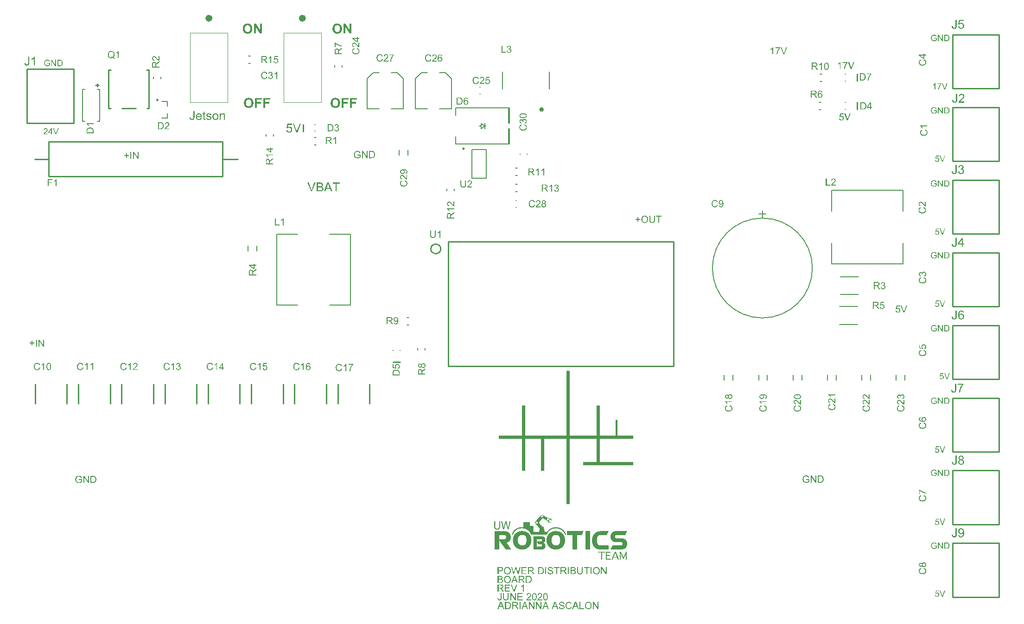
<source format=gto>
G04*
G04 #@! TF.GenerationSoftware,Altium Limited,Altium Designer,19.1.7 (138)*
G04*
G04 Layer_Color=65535*
%FSLAX25Y25*%
%MOIN*%
G70*
G01*
G75*
%ADD10C,0.02756*%
%ADD11C,0.01000*%
%ADD12C,0.01575*%
%ADD13C,0.00984*%
%ADD14C,0.00600*%
%ADD15C,0.00787*%
%ADD16C,0.00591*%
%ADD17C,0.00500*%
%ADD18C,0.00394*%
%ADD19R,0.00800X0.00800*%
G36*
X397400Y177800D02*
Y176200D01*
Y175400D01*
Y174600D01*
Y173800D01*
Y173000D01*
Y172200D01*
Y171400D01*
Y170600D01*
Y169800D01*
Y169000D01*
Y168200D01*
Y167400D01*
Y166600D01*
Y165800D01*
Y165000D01*
Y164200D01*
Y163400D01*
Y162600D01*
Y161800D01*
Y161000D01*
Y160200D01*
Y159400D01*
Y158600D01*
Y157800D01*
Y157000D01*
Y156200D01*
Y155400D01*
Y154600D01*
Y153800D01*
Y153000D01*
Y152200D01*
Y151400D01*
Y150600D01*
Y149800D01*
Y149000D01*
Y148200D01*
Y147400D01*
Y146600D01*
Y145800D01*
Y145000D01*
Y144200D01*
Y143400D01*
Y142600D01*
Y141800D01*
Y141000D01*
Y140200D01*
Y139400D01*
Y138600D01*
Y137800D01*
Y137000D01*
Y136200D01*
Y135400D01*
Y134600D01*
Y133800D01*
Y133000D01*
Y132200D01*
X416600D01*
Y133000D01*
Y133800D01*
Y134600D01*
Y135400D01*
Y136200D01*
Y137000D01*
Y137800D01*
Y138600D01*
Y139400D01*
Y140200D01*
Y141000D01*
Y141800D01*
Y142600D01*
Y143400D01*
Y144200D01*
Y145000D01*
Y145800D01*
Y146600D01*
Y147400D01*
Y148200D01*
Y149000D01*
Y149800D01*
Y150600D01*
Y151400D01*
Y152200D01*
Y153000D01*
Y153800D01*
X419000D01*
Y153000D01*
Y152200D01*
Y151400D01*
Y150600D01*
Y149800D01*
Y149000D01*
Y148200D01*
Y147400D01*
Y146600D01*
Y145800D01*
Y145000D01*
Y144200D01*
Y143400D01*
Y142600D01*
Y141800D01*
Y141000D01*
Y140200D01*
Y139400D01*
Y138600D01*
Y137800D01*
Y137000D01*
Y136200D01*
Y135400D01*
Y134600D01*
Y133800D01*
Y133000D01*
Y132200D01*
X430200D01*
Y133000D01*
Y133800D01*
Y134600D01*
Y135400D01*
Y136200D01*
Y137000D01*
Y137800D01*
Y138600D01*
Y139400D01*
Y140200D01*
Y141000D01*
Y141800D01*
Y142600D01*
Y143400D01*
X431800D01*
Y142600D01*
Y141800D01*
Y141000D01*
Y140200D01*
Y139400D01*
Y138600D01*
Y137800D01*
Y137000D01*
Y136200D01*
Y135400D01*
Y134600D01*
Y133800D01*
Y133000D01*
Y132200D01*
X443000D01*
Y131400D01*
Y130600D01*
Y129800D01*
X419000D01*
Y129000D01*
Y128200D01*
Y127400D01*
Y126600D01*
Y125800D01*
Y125000D01*
Y124200D01*
Y123400D01*
Y122600D01*
Y121800D01*
Y121000D01*
Y120200D01*
Y119400D01*
Y118600D01*
Y117800D01*
Y117000D01*
Y116200D01*
Y115400D01*
Y114600D01*
Y113800D01*
Y113000D01*
X443000D01*
Y112200D01*
Y111400D01*
Y110600D01*
X407000D01*
Y111400D01*
Y112200D01*
Y113000D01*
X416600D01*
Y113800D01*
Y114600D01*
Y115400D01*
Y116200D01*
Y117000D01*
Y117800D01*
Y118600D01*
Y119400D01*
Y120200D01*
Y121000D01*
Y121800D01*
Y122600D01*
Y123400D01*
Y124200D01*
Y125000D01*
Y125800D01*
Y126600D01*
Y127400D01*
Y128200D01*
Y129000D01*
Y129800D01*
X397400D01*
Y129000D01*
Y128200D01*
Y127400D01*
Y126600D01*
Y125800D01*
Y125000D01*
Y124200D01*
Y123400D01*
Y122600D01*
Y121800D01*
Y121000D01*
Y120200D01*
Y119400D01*
Y118600D01*
Y117800D01*
Y117000D01*
Y116200D01*
Y115400D01*
Y114600D01*
Y113800D01*
Y113000D01*
Y112200D01*
Y111400D01*
Y110600D01*
Y109800D01*
Y109000D01*
Y108200D01*
Y107400D01*
Y106600D01*
Y105800D01*
Y105000D01*
Y104200D01*
Y103400D01*
Y102600D01*
Y101800D01*
Y101000D01*
Y100200D01*
Y99400D01*
Y98600D01*
Y97800D01*
Y97000D01*
Y96200D01*
Y95400D01*
Y94600D01*
Y93800D01*
Y93000D01*
Y92200D01*
Y91400D01*
Y90600D01*
Y89800D01*
Y89000D01*
Y88200D01*
Y87400D01*
Y86600D01*
Y85800D01*
Y85000D01*
Y84200D01*
Y83400D01*
Y82600D01*
X395000D01*
Y83400D01*
Y84200D01*
Y85000D01*
Y85800D01*
Y86600D01*
Y87400D01*
Y88200D01*
Y89000D01*
Y89800D01*
Y90600D01*
Y91400D01*
Y92200D01*
Y93000D01*
Y93800D01*
Y94600D01*
Y95400D01*
Y96200D01*
Y97000D01*
Y97800D01*
Y98600D01*
Y99400D01*
Y100200D01*
Y101000D01*
Y101800D01*
Y102600D01*
Y103400D01*
Y104200D01*
Y105000D01*
Y105800D01*
Y106600D01*
Y107400D01*
Y108200D01*
Y109000D01*
Y109800D01*
Y110600D01*
Y111400D01*
Y112200D01*
Y113000D01*
Y113800D01*
Y114600D01*
Y115400D01*
Y116200D01*
Y117000D01*
Y117800D01*
Y118600D01*
Y119400D01*
Y120200D01*
Y121000D01*
Y121800D01*
Y122600D01*
Y123400D01*
Y124200D01*
Y125000D01*
Y125800D01*
Y126600D01*
Y127400D01*
Y128200D01*
Y129000D01*
Y129800D01*
X379000D01*
Y129000D01*
Y128200D01*
Y127400D01*
Y126600D01*
Y125800D01*
Y125000D01*
Y124200D01*
Y123400D01*
Y122600D01*
Y121800D01*
Y121000D01*
Y120200D01*
Y119400D01*
Y118600D01*
Y117800D01*
Y117000D01*
Y116200D01*
Y115400D01*
Y114600D01*
Y113800D01*
Y113000D01*
Y112200D01*
Y111400D01*
Y110600D01*
Y109800D01*
Y109000D01*
Y108200D01*
Y107400D01*
Y106600D01*
X376600D01*
Y107400D01*
Y108200D01*
Y109000D01*
Y109800D01*
Y110600D01*
Y111400D01*
Y112200D01*
Y113000D01*
Y113800D01*
Y114600D01*
Y115400D01*
Y116200D01*
Y117000D01*
Y117800D01*
Y118600D01*
Y119400D01*
Y120200D01*
Y121000D01*
Y121800D01*
Y122600D01*
Y123400D01*
Y124200D01*
Y125000D01*
Y125800D01*
Y126600D01*
Y127400D01*
Y128200D01*
Y129000D01*
Y129800D01*
X365400D01*
Y129000D01*
Y128200D01*
Y127400D01*
Y126600D01*
Y125800D01*
Y125000D01*
Y124200D01*
Y123400D01*
Y122600D01*
Y121800D01*
Y121000D01*
Y120200D01*
Y119400D01*
Y118600D01*
Y117800D01*
Y117000D01*
Y116200D01*
Y115400D01*
Y114600D01*
Y113800D01*
Y113000D01*
Y112200D01*
Y111400D01*
Y110600D01*
Y109800D01*
Y109000D01*
Y108200D01*
Y107400D01*
Y106600D01*
X363000D01*
Y107400D01*
Y108200D01*
Y109000D01*
Y109800D01*
Y110600D01*
Y111400D01*
Y112200D01*
Y113000D01*
Y113800D01*
Y114600D01*
Y115400D01*
Y116200D01*
Y117000D01*
Y117800D01*
Y118600D01*
Y119400D01*
Y120200D01*
Y121000D01*
Y121800D01*
Y122600D01*
Y123400D01*
Y124200D01*
Y125000D01*
Y125800D01*
Y126600D01*
Y127400D01*
Y128200D01*
Y129000D01*
Y129800D01*
X346200D01*
Y130600D01*
X347000D01*
Y131400D01*
X346200D01*
Y132200D01*
X363000D01*
Y133000D01*
Y133800D01*
Y134600D01*
Y135400D01*
Y136200D01*
Y137000D01*
Y137800D01*
Y138600D01*
Y139400D01*
Y140200D01*
Y141000D01*
Y141800D01*
Y142600D01*
Y143400D01*
Y144200D01*
Y145000D01*
Y145800D01*
Y146600D01*
Y147400D01*
Y148200D01*
Y149000D01*
Y149800D01*
Y150600D01*
Y151400D01*
Y152200D01*
Y153000D01*
Y153800D01*
X365400D01*
Y153000D01*
Y152200D01*
Y151400D01*
Y150600D01*
Y149800D01*
Y149000D01*
Y148200D01*
Y147400D01*
Y146600D01*
Y145800D01*
Y145000D01*
Y144200D01*
Y143400D01*
Y142600D01*
Y141800D01*
Y141000D01*
Y140200D01*
Y139400D01*
Y138600D01*
Y137800D01*
Y137000D01*
Y136200D01*
Y135400D01*
Y134600D01*
Y133800D01*
Y133000D01*
Y132200D01*
X395000D01*
Y133000D01*
Y133800D01*
Y134600D01*
Y135400D01*
Y136200D01*
Y137000D01*
Y137800D01*
Y138600D01*
Y139400D01*
Y140200D01*
Y141000D01*
Y141800D01*
Y142600D01*
Y143400D01*
Y144200D01*
Y145000D01*
Y145800D01*
Y146600D01*
Y147400D01*
Y148200D01*
Y149000D01*
Y149800D01*
Y150600D01*
Y151400D01*
Y152200D01*
Y153000D01*
Y153800D01*
Y154600D01*
Y155400D01*
Y156200D01*
Y157000D01*
Y157800D01*
Y158600D01*
Y159400D01*
Y160200D01*
Y161000D01*
Y161800D01*
Y162600D01*
Y163400D01*
Y164200D01*
Y165000D01*
Y165800D01*
Y166600D01*
Y167400D01*
Y168200D01*
Y169000D01*
Y169800D01*
Y170600D01*
Y171400D01*
Y172200D01*
Y173000D01*
Y173800D01*
Y174600D01*
Y175400D01*
Y176200D01*
Y177000D01*
Y177800D01*
Y178600D01*
X397400D01*
Y177800D01*
D02*
G37*
G36*
X377786Y74873D02*
X377852D01*
Y74807D01*
X378050D01*
Y74741D01*
X378116D01*
Y74675D01*
X378314D01*
Y74609D01*
X378380D01*
Y74543D01*
X378446D01*
Y74477D01*
X378512D01*
Y74411D01*
X378710D01*
Y74346D01*
X378776D01*
Y74280D01*
X378974D01*
Y74214D01*
X379039D01*
Y74148D01*
X379237D01*
Y74082D01*
X379303D01*
Y74016D01*
X379501D01*
Y73950D01*
X379567D01*
Y73884D01*
X379765D01*
Y73818D01*
X379831D01*
Y73752D01*
X379897D01*
Y73686D01*
X379963D01*
Y73620D01*
X380029D01*
Y73686D01*
X380095D01*
Y73620D01*
X380161D01*
Y73554D01*
X380227D01*
Y73488D01*
X380425D01*
Y73422D01*
X380491D01*
Y73356D01*
X380689D01*
Y73290D01*
X380754D01*
Y73224D01*
X380952D01*
Y73158D01*
X381018D01*
Y73092D01*
X381216D01*
Y73026D01*
X381282D01*
Y72960D01*
X381414D01*
Y72894D01*
Y72828D01*
X381480D01*
Y72894D01*
X381546D01*
Y72828D01*
X381612D01*
Y72762D01*
X381678D01*
Y72828D01*
X381744D01*
Y72762D01*
X381810D01*
Y72696D01*
X381876D01*
Y72631D01*
X381942D01*
Y72565D01*
X382140D01*
Y72499D01*
X382206D01*
Y72433D01*
X382404D01*
Y72367D01*
X382470D01*
Y72301D01*
X382667D01*
Y72235D01*
X382601D01*
Y72169D01*
X382667D01*
Y72103D01*
X382733D01*
Y72169D01*
X383195D01*
Y72235D01*
X383261D01*
Y72169D01*
X383327D01*
Y72235D01*
X383393D01*
Y72169D01*
X383459D01*
Y72235D01*
X383525D01*
Y72169D01*
X383591D01*
Y72235D01*
X383657D01*
Y72169D01*
X383723D01*
Y72235D01*
X383789D01*
Y72301D01*
X383855D01*
Y72235D01*
X383921D01*
Y72301D01*
X383987D01*
Y72235D01*
X384053D01*
Y72169D01*
X384119D01*
Y72103D01*
X384185D01*
Y72037D01*
Y71971D01*
Y71905D01*
X384251D01*
Y71839D01*
Y71773D01*
Y71707D01*
X384317D01*
Y71641D01*
X384383D01*
Y71575D01*
X384317D01*
Y71509D01*
X384383D01*
Y71443D01*
X384449D01*
Y71377D01*
X384514D01*
Y71311D01*
X384449D01*
Y71245D01*
X384514D01*
Y71179D01*
X384580D01*
Y71113D01*
Y71047D01*
Y70981D01*
X384647D01*
Y70915D01*
X384712D01*
Y70849D01*
X384647D01*
Y70783D01*
X384712D01*
Y70718D01*
X384778D01*
Y70652D01*
X384712D01*
Y70586D01*
X384778D01*
Y70520D01*
X384844D01*
Y70454D01*
X384910D01*
Y70388D01*
X384844D01*
Y70322D01*
X384910D01*
Y70256D01*
X384844D01*
Y70322D01*
X384778D01*
Y70388D01*
X384712D01*
Y70454D01*
Y70520D01*
X384580D01*
Y70586D01*
Y70652D01*
X384514D01*
Y70718D01*
Y70783D01*
X384449D01*
Y70849D01*
X384383D01*
Y70915D01*
X384317D01*
Y70981D01*
X384251D01*
Y71047D01*
X384185D01*
Y71113D01*
X384119D01*
Y71179D01*
X384053D01*
Y71245D01*
X383987D01*
Y71311D01*
X383921D01*
Y71377D01*
X383987D01*
Y71443D01*
X383789D01*
Y71509D01*
X383855D01*
Y71575D01*
X383525D01*
Y71509D01*
X383459D01*
Y71443D01*
X383261D01*
Y71377D01*
X383195D01*
Y71443D01*
X383129D01*
Y71377D01*
X383063D01*
Y71311D01*
X382865D01*
Y71245D01*
X382799D01*
Y71179D01*
X382601D01*
Y71113D01*
Y71047D01*
Y70981D01*
Y70915D01*
Y70849D01*
X382536D01*
Y70783D01*
Y70718D01*
Y70652D01*
Y70586D01*
Y70520D01*
X382470D01*
Y70454D01*
X382536D01*
Y70388D01*
X382470D01*
Y70322D01*
X382536D01*
Y70256D01*
X382470D01*
Y70190D01*
X382536D01*
Y70124D01*
X382470D01*
Y70058D01*
Y69992D01*
Y69926D01*
X382799D01*
Y69860D01*
X382997D01*
Y69794D01*
X383195D01*
Y69728D01*
X383261D01*
Y69794D01*
X383327D01*
Y69728D01*
X383393D01*
Y69662D01*
X383459D01*
Y69728D01*
X383525D01*
Y69662D01*
X383723D01*
Y69596D01*
X383789D01*
Y69662D01*
X383855D01*
Y69596D01*
X383921D01*
Y69530D01*
X384119D01*
Y69464D01*
X382733D01*
Y69530D01*
X382667D01*
Y69464D01*
X382601D01*
Y69530D01*
X382536D01*
Y69464D01*
X382470D01*
Y69530D01*
X382404D01*
Y69464D01*
X382338D01*
Y69530D01*
X382272D01*
Y69464D01*
X382206D01*
Y69530D01*
X382140D01*
Y69464D01*
X382074D01*
Y69530D01*
X382008D01*
Y69464D01*
X381942D01*
Y69530D01*
X381876D01*
Y69596D01*
X381810D01*
Y69662D01*
Y69728D01*
X381744D01*
Y69794D01*
Y69860D01*
X381678D01*
Y69926D01*
X381744D01*
Y69992D01*
X381678D01*
Y70058D01*
X381612D01*
Y70124D01*
X381546D01*
Y70190D01*
X381612D01*
Y70256D01*
X381546D01*
Y70322D01*
X381480D01*
Y70388D01*
X381414D01*
Y70454D01*
X381480D01*
Y70520D01*
X381414D01*
Y70586D01*
Y70652D01*
X381348D01*
Y70718D01*
Y70783D01*
X381150D01*
Y70849D01*
X381084D01*
Y70915D01*
X380886D01*
Y70981D01*
X380820D01*
Y71047D01*
X380623D01*
Y71113D01*
X380557D01*
Y71179D01*
X380359D01*
Y71245D01*
X380293D01*
Y71311D01*
X380227D01*
Y71377D01*
X380095D01*
Y71443D01*
X379963D01*
Y71509D01*
X379897D01*
Y71575D01*
X379699D01*
Y71641D01*
X379633D01*
Y71707D01*
X379435D01*
Y71773D01*
X379369D01*
Y71839D01*
X379171D01*
Y71905D01*
X379105D01*
Y71971D01*
X379039D01*
Y72037D01*
X378974D01*
Y72103D01*
X378776D01*
Y72169D01*
X378710D01*
Y72235D01*
X378512D01*
Y72301D01*
X378446D01*
Y72367D01*
X378248D01*
Y72433D01*
X378182D01*
Y72499D01*
X377984D01*
Y72565D01*
X377918D01*
Y72631D01*
X377720D01*
Y72565D01*
X377786D01*
Y72499D01*
X377654D01*
Y72433D01*
Y72367D01*
X377588D01*
Y72301D01*
X377522D01*
Y72235D01*
X377456D01*
Y72169D01*
X377390D01*
Y72103D01*
X377324D01*
Y72037D01*
Y71971D01*
X377258D01*
Y71905D01*
X377192D01*
Y71839D01*
X377126D01*
Y71773D01*
Y71707D01*
X377061D01*
Y71641D01*
X376994D01*
Y71575D01*
X376928D01*
Y71509D01*
X376863D01*
Y71443D01*
X376797D01*
Y71377D01*
X376731D01*
Y71311D01*
X376665D01*
Y71245D01*
X376599D01*
Y71179D01*
X376533D01*
Y71113D01*
X376467D01*
Y71047D01*
X376401D01*
Y70981D01*
X376335D01*
Y70915D01*
X376269D01*
Y70849D01*
Y70783D01*
X376137D01*
Y70718D01*
X376203D01*
Y70652D01*
X376005D01*
Y70586D01*
X376071D01*
Y70520D01*
X375939D01*
Y70454D01*
Y70388D01*
X375873D01*
Y70322D01*
X375807D01*
Y70256D01*
X375741D01*
Y70190D01*
X375675D01*
Y70124D01*
X375609D01*
Y70058D01*
Y69992D01*
X375543D01*
Y69926D01*
Y69860D01*
X375477D01*
Y69794D01*
X375411D01*
Y69728D01*
X375345D01*
Y69662D01*
X375279D01*
Y69596D01*
X375213D01*
Y69530D01*
X375148D01*
Y69464D01*
X375081D01*
Y69398D01*
X375148D01*
Y69332D01*
X375213D01*
Y69266D01*
X375279D01*
Y69200D01*
X375345D01*
Y69134D01*
X375411D01*
Y69068D01*
X375477D01*
Y69002D01*
X375543D01*
Y68936D01*
Y68870D01*
X375675D01*
Y68805D01*
X375609D01*
Y68739D01*
X375675D01*
Y68673D01*
X375741D01*
Y68607D01*
X375807D01*
Y68541D01*
X375873D01*
Y68475D01*
X375939D01*
Y68409D01*
X376005D01*
Y68343D01*
X376071D01*
Y68277D01*
X376137D01*
Y68211D01*
X376203D01*
Y68145D01*
X376137D01*
Y68079D01*
X376269D01*
Y68013D01*
Y67947D01*
X376335D01*
Y67881D01*
X376401D01*
Y67815D01*
X376467D01*
Y67749D01*
X376533D01*
Y67683D01*
X376599D01*
Y67617D01*
X376665D01*
Y67551D01*
X376731D01*
Y67485D01*
Y67419D01*
X376863D01*
Y67353D01*
X376797D01*
Y67287D01*
X376863D01*
Y67221D01*
X376928D01*
Y67155D01*
X376994D01*
Y67089D01*
X377061D01*
Y67023D01*
X377126D01*
Y66957D01*
X377192D01*
Y66891D01*
X377258D01*
Y66825D01*
X377192D01*
Y66760D01*
X377390D01*
Y66694D01*
Y66628D01*
X377456D01*
Y66562D01*
Y66496D01*
X377522D01*
Y66562D01*
X377588D01*
Y66496D01*
X377654D01*
Y66562D01*
X377720D01*
Y66496D01*
X377786D01*
Y66562D01*
X377852D01*
Y66496D01*
X377918D01*
Y66562D01*
X377984D01*
Y66496D01*
X378050D01*
Y66562D01*
X378116D01*
Y66496D01*
X378182D01*
Y66562D01*
X378248D01*
Y66496D01*
X378314D01*
Y66562D01*
X378380D01*
Y66496D01*
X378446D01*
Y66430D01*
X378512D01*
Y66364D01*
Y66298D01*
Y66232D01*
X378578D01*
Y66166D01*
Y66100D01*
Y66034D01*
Y65968D01*
X378644D01*
Y65902D01*
Y65836D01*
X378710D01*
Y65770D01*
X378644D01*
Y65704D01*
X378710D01*
Y65638D01*
X378644D01*
Y65572D01*
X378710D01*
Y65506D01*
X378776D01*
Y65440D01*
Y65374D01*
Y65308D01*
X378841D01*
Y65242D01*
X378776D01*
Y65176D01*
X378841D01*
Y65110D01*
Y65044D01*
Y64978D01*
X378907D01*
Y64912D01*
Y64847D01*
Y64781D01*
X378974D01*
Y64715D01*
X378907D01*
Y64649D01*
X378974D01*
Y64583D01*
Y64517D01*
Y64451D01*
X379039D01*
Y64385D01*
X379105D01*
Y64319D01*
X379039D01*
Y64253D01*
X379105D01*
Y64187D01*
X379039D01*
Y64121D01*
X379105D01*
Y64055D01*
Y63989D01*
Y63923D01*
X379171D01*
Y63857D01*
Y63791D01*
Y63725D01*
X379237D01*
Y63659D01*
X379171D01*
Y63593D01*
X379237D01*
Y63527D01*
Y63461D01*
Y63395D01*
X379303D01*
Y63329D01*
X379369D01*
Y63263D01*
X379303D01*
Y63197D01*
X379369D01*
Y63131D01*
X379303D01*
Y63065D01*
X379369D01*
Y62999D01*
X379435D01*
Y62934D01*
X379369D01*
Y62868D01*
X379435D01*
Y62802D01*
X379501D01*
Y62736D01*
X379567D01*
Y62802D01*
X379633D01*
Y62736D01*
X379699D01*
Y62802D01*
X379765D01*
Y62736D01*
X379831D01*
Y62802D01*
X379897D01*
Y62736D01*
X379963D01*
Y62802D01*
X380029D01*
Y62736D01*
X380095D01*
Y62802D01*
X380161D01*
Y62736D01*
X380227D01*
Y62802D01*
X380293D01*
Y62736D01*
X380359D01*
Y62802D01*
X380425D01*
Y62736D01*
X380491D01*
Y62802D01*
X380557D01*
Y62736D01*
X380623D01*
Y62802D01*
X380689D01*
Y62736D01*
X380886D01*
Y62802D01*
X380952D01*
Y62736D01*
X381018D01*
Y62802D01*
X381084D01*
Y62868D01*
X381150D01*
Y62934D01*
X381216D01*
Y62999D01*
X381150D01*
Y63065D01*
X381282D01*
Y63131D01*
Y63197D01*
X381348D01*
Y63263D01*
X381414D01*
Y63329D01*
X381480D01*
Y63395D01*
X381546D01*
Y63461D01*
X381612D01*
Y63527D01*
X381678D01*
Y63593D01*
X381744D01*
Y63659D01*
X381810D01*
Y63725D01*
X381876D01*
Y63791D01*
Y63857D01*
X382008D01*
Y63923D01*
Y63989D01*
X382140D01*
Y64055D01*
Y64121D01*
X382272D01*
Y64187D01*
X382338D01*
Y64253D01*
X382404D01*
Y64319D01*
X382470D01*
Y64385D01*
X382536D01*
Y64451D01*
X382601D01*
Y64517D01*
X382667D01*
Y64583D01*
X382733D01*
Y64649D01*
X382931D01*
Y64715D01*
X382997D01*
Y64781D01*
X383063D01*
Y64847D01*
X383129D01*
Y64912D01*
X383327D01*
Y64978D01*
X383393D01*
Y65044D01*
X383591D01*
Y65110D01*
X383657D01*
Y65176D01*
X383855D01*
Y65242D01*
X383921D01*
Y65308D01*
X384119D01*
Y65374D01*
X384185D01*
Y65440D01*
X384383D01*
Y65506D01*
X384449D01*
Y65572D01*
X384514D01*
Y65506D01*
X384580D01*
Y65572D01*
X384647D01*
Y65638D01*
X384712D01*
Y65572D01*
X384778D01*
Y65638D01*
X384844D01*
Y65704D01*
X384910D01*
Y65638D01*
X384976D01*
Y65704D01*
X385174D01*
Y65770D01*
X385240D01*
Y65704D01*
X385306D01*
Y65770D01*
X385372D01*
Y65836D01*
X385438D01*
Y65770D01*
X385504D01*
Y65836D01*
X385702D01*
Y65902D01*
X385768D01*
Y65836D01*
X385834D01*
Y65902D01*
X385900D01*
Y65968D01*
X385966D01*
Y65902D01*
X386032D01*
Y65968D01*
X386098D01*
Y65902D01*
X386164D01*
Y65968D01*
X386889D01*
Y66034D01*
X386955D01*
Y65968D01*
X387153D01*
Y66034D01*
X387219D01*
Y65968D01*
X387285D01*
Y66034D01*
X387351D01*
Y65968D01*
X387417D01*
Y66034D01*
X387483D01*
Y65968D01*
X387549D01*
Y66034D01*
X387615D01*
Y65968D01*
X387681D01*
Y66034D01*
X387747D01*
Y65968D01*
X387945D01*
Y66034D01*
X388011D01*
Y65968D01*
X388604D01*
Y65902D01*
X388670D01*
Y65968D01*
X388736D01*
Y65902D01*
X388802D01*
Y65968D01*
X388868D01*
Y65902D01*
X388934D01*
Y65836D01*
X389000D01*
Y65902D01*
X389066D01*
Y65836D01*
X389396D01*
Y65770D01*
X389462D01*
Y65704D01*
X389528D01*
Y65770D01*
X389594D01*
Y65704D01*
X389792D01*
Y65638D01*
X389858D01*
Y65704D01*
X389924D01*
Y65638D01*
X389990D01*
Y65572D01*
X390056D01*
Y65638D01*
X390122D01*
Y65572D01*
X390319D01*
Y65506D01*
X390385D01*
Y65440D01*
X390583D01*
Y65374D01*
X390649D01*
Y65440D01*
X390715D01*
Y65374D01*
X390781D01*
Y65308D01*
X390979D01*
Y65242D01*
X391045D01*
Y65176D01*
X391243D01*
Y65110D01*
X391309D01*
Y65044D01*
X391441D01*
Y64978D01*
Y64912D01*
X391507D01*
Y64978D01*
X391573D01*
Y64912D01*
X391639D01*
Y64847D01*
X391705D01*
Y64781D01*
X391903D01*
Y64715D01*
X391969D01*
Y64649D01*
X392035D01*
Y64583D01*
X392101D01*
Y64517D01*
X392232D01*
Y64451D01*
Y64385D01*
X392430D01*
Y64319D01*
X392496D01*
Y64253D01*
X392562D01*
Y64187D01*
X392628D01*
Y64121D01*
X392694D01*
Y64055D01*
X392760D01*
Y63989D01*
X392826D01*
Y63923D01*
X392892D01*
Y63857D01*
X392958D01*
Y63791D01*
X393024D01*
Y63725D01*
X393090D01*
Y63659D01*
X393156D01*
Y63593D01*
X393222D01*
Y63527D01*
X393288D01*
Y63461D01*
X393354D01*
Y63395D01*
Y63329D01*
X393486D01*
Y63263D01*
Y63197D01*
X393552D01*
Y63131D01*
Y63065D01*
X393618D01*
Y62999D01*
X393684D01*
Y62934D01*
X393750D01*
Y62868D01*
X393816D01*
Y62802D01*
X393882D01*
Y62736D01*
Y62670D01*
Y62604D01*
X393948D01*
Y62538D01*
X394014D01*
Y62472D01*
X394079D01*
Y62406D01*
Y62340D01*
Y62274D01*
X394145D01*
Y62208D01*
X394211D01*
Y62142D01*
X394277D01*
Y62076D01*
X394211D01*
Y62010D01*
X394277D01*
Y61944D01*
X394343D01*
Y61878D01*
X394409D01*
Y61812D01*
X394343D01*
Y61746D01*
X394409D01*
Y61680D01*
X394475D01*
Y61614D01*
X394541D01*
Y61548D01*
X394475D01*
Y61482D01*
X394541D01*
Y61416D01*
X394607D01*
Y61350D01*
Y61285D01*
Y61219D01*
X394673D01*
Y61152D01*
Y61086D01*
Y61021D01*
X394739D01*
Y60955D01*
X394673D01*
Y60889D01*
X394475D01*
Y60823D01*
X394277D01*
Y60757D01*
X394211D01*
Y60823D01*
X394145D01*
Y60757D01*
X393948D01*
Y60823D01*
Y60889D01*
Y60955D01*
X393882D01*
Y61021D01*
X393816D01*
Y61086D01*
X393882D01*
Y61152D01*
X393816D01*
Y61219D01*
X393750D01*
Y61285D01*
X393684D01*
Y61350D01*
X393750D01*
Y61416D01*
X393684D01*
Y61482D01*
Y61548D01*
X393618D01*
Y61614D01*
Y61680D01*
X393552D01*
Y61746D01*
X393486D01*
Y61812D01*
X393420D01*
Y61878D01*
X393486D01*
Y61944D01*
X393420D01*
Y62010D01*
X393354D01*
Y62076D01*
X393288D01*
Y62142D01*
Y62208D01*
X393222D01*
Y62274D01*
Y62340D01*
X393156D01*
Y62406D01*
X393090D01*
Y62472D01*
X393024D01*
Y62538D01*
X392958D01*
Y62604D01*
X392892D01*
Y62670D01*
X392958D01*
Y62736D01*
X392826D01*
Y62802D01*
Y62868D01*
X392760D01*
Y62934D01*
X392694D01*
Y62999D01*
X392628D01*
Y63065D01*
X392562D01*
Y63131D01*
X392496D01*
Y63197D01*
X392430D01*
Y63263D01*
X392364D01*
Y63329D01*
X392298D01*
Y63395D01*
X392232D01*
Y63461D01*
X392166D01*
Y63527D01*
X392101D01*
Y63593D01*
X392035D01*
Y63659D01*
X391969D01*
Y63725D01*
X391903D01*
Y63791D01*
X391705D01*
Y63857D01*
X391639D01*
Y63923D01*
X391573D01*
Y63989D01*
X391507D01*
Y64055D01*
X391441D01*
Y64121D01*
X391375D01*
Y64187D01*
X391177D01*
Y64253D01*
X391111D01*
Y64319D01*
X390913D01*
Y64385D01*
X390847D01*
Y64451D01*
X390781D01*
Y64517D01*
X390583D01*
Y64583D01*
X390385D01*
Y64649D01*
X390319D01*
Y64715D01*
X390122D01*
Y64781D01*
X390056D01*
Y64847D01*
X389990D01*
Y64781D01*
X389924D01*
Y64847D01*
X389726D01*
Y64912D01*
X389660D01*
Y64978D01*
X389594D01*
Y64912D01*
X389660D01*
Y64847D01*
X389594D01*
Y64912D01*
X389528D01*
Y64978D01*
X389330D01*
Y65044D01*
X389264D01*
Y64978D01*
X389198D01*
Y65044D01*
X389000D01*
Y65110D01*
X388934D01*
Y65044D01*
X388868D01*
Y65110D01*
X388538D01*
Y65176D01*
X388472D01*
Y65110D01*
X388406D01*
Y65176D01*
X388340D01*
Y65110D01*
X388275D01*
Y65176D01*
X388209D01*
Y65242D01*
X388143D01*
Y65176D01*
X388077D01*
Y65242D01*
X388011D01*
Y65176D01*
X387945D01*
Y65242D01*
X387879D01*
Y65176D01*
X387813D01*
Y65242D01*
X387747D01*
Y65176D01*
X387681D01*
Y65242D01*
X387615D01*
Y65176D01*
X387549D01*
Y65242D01*
X387483D01*
Y65176D01*
X387417D01*
Y65242D01*
X387219D01*
Y65176D01*
X387153D01*
Y65242D01*
X387087D01*
Y65176D01*
X387021D01*
Y65242D01*
X386955D01*
Y65176D01*
X386889D01*
Y65242D01*
X386823D01*
Y65176D01*
X386757D01*
Y65242D01*
X386691D01*
Y65176D01*
X386493D01*
Y65110D01*
X386427D01*
Y65176D01*
X386362D01*
Y65110D01*
X385768D01*
Y65044D01*
X385570D01*
Y64978D01*
X385504D01*
Y65044D01*
X385438D01*
Y64978D01*
X385240D01*
Y64912D01*
X385174D01*
Y64847D01*
X385108D01*
Y64912D01*
X385042D01*
Y64847D01*
X384844D01*
Y64781D01*
X384778D01*
Y64715D01*
X384712D01*
Y64781D01*
X384647D01*
Y64715D01*
X384449D01*
Y64649D01*
X384383D01*
Y64583D01*
X384185D01*
Y64517D01*
X384119D01*
Y64451D01*
X383921D01*
Y64385D01*
X383855D01*
Y64319D01*
X383657D01*
Y64253D01*
X383591D01*
Y64187D01*
X383525D01*
Y64121D01*
X383459D01*
Y64055D01*
X383261D01*
Y63989D01*
Y63923D01*
X383129D01*
Y63857D01*
X383063D01*
Y63791D01*
X382997D01*
Y63725D01*
X382931D01*
Y63659D01*
X382733D01*
Y63593D01*
X382799D01*
Y63527D01*
X382601D01*
Y63461D01*
X382667D01*
Y63395D01*
X382470D01*
Y63329D01*
X382536D01*
Y63263D01*
X382338D01*
Y63197D01*
X382404D01*
Y63131D01*
X382206D01*
Y63065D01*
X382272D01*
Y62999D01*
X382206D01*
Y62934D01*
X382140D01*
Y62868D01*
X382074D01*
Y62802D01*
X382008D01*
Y62736D01*
X381942D01*
Y62670D01*
X381876D01*
Y62604D01*
X381810D01*
Y62538D01*
Y62472D01*
Y62406D01*
X381744D01*
Y62340D01*
X381678D01*
Y62274D01*
X381612D01*
Y62208D01*
X381546D01*
Y62142D01*
Y62076D01*
X381480D01*
Y62010D01*
Y61944D01*
X381414D01*
Y61878D01*
Y61812D01*
X381348D01*
Y61746D01*
Y61680D01*
X381282D01*
Y61614D01*
X381216D01*
Y61548D01*
X381150D01*
Y61482D01*
X381216D01*
Y61416D01*
X381150D01*
Y61350D01*
Y61285D01*
X381084D01*
Y61219D01*
Y61152D01*
X381018D01*
Y61086D01*
Y61021D01*
Y60955D01*
X380952D01*
Y60889D01*
Y60823D01*
Y60757D01*
X380886D01*
Y60691D01*
X380820D01*
Y60757D01*
X380754D01*
Y60691D01*
X380689D01*
Y60757D01*
X380623D01*
Y60691D01*
X380557D01*
Y60757D01*
X380491D01*
Y60691D01*
X380425D01*
Y60757D01*
X380359D01*
Y60691D01*
X380293D01*
Y60757D01*
X380227D01*
Y60691D01*
X380161D01*
Y60757D01*
X380095D01*
Y60691D01*
X380029D01*
Y60757D01*
X379963D01*
Y60691D01*
X379897D01*
Y60757D01*
X379831D01*
Y60691D01*
X379765D01*
Y60757D01*
X379699D01*
Y60691D01*
X379633D01*
Y60757D01*
X379567D01*
Y60691D01*
X379501D01*
Y60757D01*
X379435D01*
Y60691D01*
X379369D01*
Y60757D01*
X379303D01*
Y60691D01*
X379237D01*
Y60757D01*
X379171D01*
Y60691D01*
X379105D01*
Y60757D01*
X379039D01*
Y60691D01*
X378974D01*
Y60757D01*
X378907D01*
Y60691D01*
X378841D01*
Y60757D01*
X378776D01*
Y60691D01*
X378710D01*
Y60757D01*
X378644D01*
Y60691D01*
X378578D01*
Y60757D01*
X378512D01*
Y60691D01*
X378446D01*
Y60757D01*
X378380D01*
Y60691D01*
X378314D01*
Y60757D01*
X378248D01*
Y60691D01*
X378182D01*
Y60757D01*
X378116D01*
Y60691D01*
X378050D01*
Y60757D01*
X377984D01*
Y60691D01*
X377918D01*
Y60757D01*
X377852D01*
Y60691D01*
X377786D01*
Y60757D01*
X377720D01*
Y60691D01*
X377654D01*
Y60757D01*
X377588D01*
Y60691D01*
X377522D01*
Y60757D01*
X377456D01*
Y60691D01*
X377390D01*
Y60757D01*
X377324D01*
Y60691D01*
X377258D01*
Y60757D01*
X377192D01*
Y60691D01*
X377126D01*
Y60757D01*
X377061D01*
Y60691D01*
X376994D01*
Y60757D01*
X376928D01*
Y60691D01*
X376863D01*
Y60757D01*
X376797D01*
Y60691D01*
X376731D01*
Y60757D01*
X376665D01*
Y60691D01*
X376599D01*
Y60757D01*
X376533D01*
Y60691D01*
X376467D01*
Y60757D01*
X376401D01*
Y60691D01*
X376335D01*
Y60757D01*
X376269D01*
Y60691D01*
X376203D01*
Y60757D01*
X376137D01*
Y60691D01*
X376071D01*
Y60757D01*
X376005D01*
Y60691D01*
X375939D01*
Y60757D01*
X375873D01*
Y60691D01*
X375807D01*
Y60757D01*
X375741D01*
Y60691D01*
X375675D01*
Y60757D01*
X375609D01*
Y60691D01*
X375543D01*
Y60757D01*
X375345D01*
Y60691D01*
X375279D01*
Y60757D01*
X375213D01*
Y60691D01*
X375148D01*
Y60757D01*
X375081D01*
Y60691D01*
X375015D01*
Y60757D01*
X374818D01*
Y60691D01*
X374752D01*
Y60757D01*
X374686D01*
Y60691D01*
X374620D01*
Y60757D01*
X374554D01*
Y60691D01*
X374488D01*
Y60757D01*
X374290D01*
Y60691D01*
X374224D01*
Y60757D01*
X373762D01*
Y60691D01*
X373696D01*
Y60757D01*
X373235D01*
Y60691D01*
X373168D01*
Y60757D01*
X369540D01*
Y60823D01*
X369475D01*
Y60889D01*
Y60955D01*
Y61021D01*
X369408D01*
Y61086D01*
X369475D01*
Y61152D01*
X369408D01*
Y61219D01*
X369342D01*
Y61285D01*
X369277D01*
Y61350D01*
X369342D01*
Y61416D01*
X369277D01*
Y61482D01*
X369211D01*
Y61548D01*
X369145D01*
Y61614D01*
X369211D01*
Y61680D01*
X369145D01*
Y61746D01*
X369079D01*
Y61812D01*
X369013D01*
Y61878D01*
Y61944D01*
Y62010D01*
X368947D01*
Y62076D01*
X368881D01*
Y62142D01*
X368815D01*
Y62208D01*
X368749D01*
Y62274D01*
X368815D01*
Y62340D01*
X368749D01*
Y62406D01*
X368683D01*
Y62472D01*
X368617D01*
Y62538D01*
X368551D01*
Y62604D01*
X368485D01*
Y62670D01*
Y62736D01*
X368419D01*
Y62802D01*
Y62868D01*
X368353D01*
Y62934D01*
X368287D01*
Y62999D01*
X368221D01*
Y63065D01*
X368155D01*
Y63131D01*
X368089D01*
Y63197D01*
X368023D01*
Y63263D01*
X367957D01*
Y63329D01*
X367891D01*
Y63395D01*
X367825D01*
Y63461D01*
X367759D01*
Y63527D01*
X367693D01*
Y63593D01*
X367627D01*
Y63659D01*
X367562D01*
Y63725D01*
X367495D01*
Y63791D01*
X367364D01*
Y63857D01*
X367298D01*
Y63923D01*
X367166D01*
Y63989D01*
X367100D01*
Y64055D01*
X367034D01*
Y64121D01*
X366968D01*
Y64187D01*
X366770D01*
Y64253D01*
X366704D01*
Y64319D01*
X366638D01*
Y64385D01*
X366440D01*
Y64451D01*
X366374D01*
Y64517D01*
X366308D01*
Y64583D01*
X366242D01*
Y64517D01*
X366308D01*
Y64451D01*
X366242D01*
Y64517D01*
X366176D01*
Y64583D01*
X366110D01*
Y64649D01*
X365912D01*
Y64715D01*
X365714D01*
Y64781D01*
X365649D01*
Y64847D01*
X365319D01*
Y64912D01*
X365253D01*
Y64978D01*
X365187D01*
Y64912D01*
X365121D01*
Y64978D01*
X364923D01*
Y65044D01*
X364725D01*
Y65110D01*
X364659D01*
Y65044D01*
X364593D01*
Y65110D01*
X364263D01*
Y65176D01*
X364197D01*
Y65110D01*
X364131D01*
Y65176D01*
X364065D01*
Y65242D01*
X363999D01*
Y65176D01*
X364065D01*
Y65110D01*
X363999D01*
Y65176D01*
X363933D01*
Y65242D01*
X363867D01*
Y65176D01*
X363802D01*
Y65242D01*
X363736D01*
Y65176D01*
X363669D01*
Y65242D01*
X362416D01*
Y65176D01*
X362350D01*
Y65242D01*
X362284D01*
Y65176D01*
X362218D01*
Y65242D01*
X362152D01*
Y65176D01*
X362086D01*
Y65242D01*
X362020D01*
Y65176D01*
X361954D01*
Y65242D01*
X361889D01*
Y65176D01*
X361954D01*
Y65110D01*
X361889D01*
Y65176D01*
X361823D01*
Y65110D01*
X361756D01*
Y65176D01*
X361691D01*
Y65110D01*
X361229D01*
Y65044D01*
X361031D01*
Y64978D01*
X360833D01*
Y64912D01*
X360767D01*
Y64978D01*
X360701D01*
Y64912D01*
X360635D01*
Y64847D01*
X360569D01*
Y64912D01*
X360503D01*
Y64847D01*
X360437D01*
Y64781D01*
X360371D01*
Y64847D01*
X360305D01*
Y64781D01*
X360239D01*
Y64715D01*
X360041D01*
Y64649D01*
X359976D01*
Y64583D01*
X359910D01*
Y64649D01*
X359844D01*
Y64583D01*
X359778D01*
Y64517D01*
X359712D01*
Y64583D01*
X359646D01*
Y64517D01*
X359712D01*
Y64451D01*
X359646D01*
Y64517D01*
X359580D01*
Y64451D01*
X359514D01*
Y64385D01*
X359382D01*
Y64319D01*
X359250D01*
Y64253D01*
X359184D01*
Y64187D01*
X358986D01*
Y64121D01*
X358920D01*
Y64055D01*
X358854D01*
Y63989D01*
X358788D01*
Y63923D01*
X358722D01*
Y63857D01*
X358656D01*
Y63791D01*
X358458D01*
Y63725D01*
X358392D01*
Y63659D01*
X358326D01*
Y63593D01*
X358260D01*
Y63527D01*
X358194D01*
Y63461D01*
X358128D01*
Y63395D01*
X358063D01*
Y63329D01*
X357997D01*
Y63263D01*
X357931D01*
Y63197D01*
X357865D01*
Y63131D01*
X357799D01*
Y63065D01*
Y62999D01*
X357667D01*
Y62934D01*
Y62868D01*
X357601D01*
Y62802D01*
Y62736D01*
X357535D01*
Y62670D01*
X357469D01*
Y62604D01*
X357403D01*
Y62538D01*
X357337D01*
Y62472D01*
X357271D01*
Y62406D01*
X357337D01*
Y62340D01*
X357205D01*
Y62274D01*
Y62208D01*
X357139D01*
Y62142D01*
X357073D01*
Y62076D01*
X357007D01*
Y62010D01*
X357073D01*
Y61944D01*
X357007D01*
Y61878D01*
X356941D01*
Y61812D01*
X356875D01*
Y61746D01*
X356941D01*
Y61680D01*
X356875D01*
Y61614D01*
X356809D01*
Y61548D01*
X356743D01*
Y61482D01*
Y61416D01*
Y61350D01*
X356677D01*
Y61285D01*
X356611D01*
Y61219D01*
X356677D01*
Y61152D01*
X356611D01*
Y61086D01*
X356545D01*
Y61021D01*
Y60955D01*
Y60889D01*
X356479D01*
Y60823D01*
X356545D01*
Y60757D01*
X356347D01*
Y60823D01*
X356281D01*
Y60757D01*
X356216D01*
Y60823D01*
X356150D01*
Y60889D01*
X355820D01*
Y60955D01*
X355754D01*
Y61021D01*
X355688D01*
Y61086D01*
X355754D01*
Y61152D01*
X355820D01*
Y61219D01*
X355886D01*
Y61285D01*
X355820D01*
Y61350D01*
X355886D01*
Y61416D01*
X355820D01*
Y61482D01*
X355886D01*
Y61548D01*
X355952D01*
Y61614D01*
X356018D01*
Y61680D01*
X355952D01*
Y61746D01*
X356018D01*
Y61812D01*
X356083D01*
Y61878D01*
Y61944D01*
Y62010D01*
X356150D01*
Y62076D01*
X356216D01*
Y62142D01*
X356281D01*
Y62208D01*
X356216D01*
Y62274D01*
X356281D01*
Y62340D01*
X356347D01*
Y62406D01*
X356413D01*
Y62472D01*
X356347D01*
Y62538D01*
X356479D01*
Y62604D01*
Y62670D01*
X356545D01*
Y62736D01*
X356611D01*
Y62802D01*
X356677D01*
Y62868D01*
Y62934D01*
Y62999D01*
X356743D01*
Y63065D01*
X356809D01*
Y63131D01*
X356875D01*
Y63197D01*
X356941D01*
Y63263D01*
Y63329D01*
X357073D01*
Y63395D01*
X357007D01*
Y63461D01*
X357139D01*
Y63527D01*
Y63593D01*
X357205D01*
Y63659D01*
X357271D01*
Y63725D01*
X357337D01*
Y63791D01*
X357403D01*
Y63857D01*
X357469D01*
Y63923D01*
X357535D01*
Y63989D01*
X357601D01*
Y64055D01*
X357667D01*
Y64121D01*
X357733D01*
Y64187D01*
X357799D01*
Y64253D01*
X357931D01*
Y64319D01*
Y64385D01*
X358128D01*
Y64451D01*
X358194D01*
Y64517D01*
X358260D01*
Y64583D01*
X358326D01*
Y64649D01*
X358392D01*
Y64715D01*
X358458D01*
Y64649D01*
X358524D01*
Y64715D01*
X358458D01*
Y64781D01*
X358656D01*
Y64847D01*
X358722D01*
Y64912D01*
X358788D01*
Y64978D01*
X358854D01*
Y65044D01*
X359052D01*
Y65110D01*
X359118D01*
Y65176D01*
X359316D01*
Y65242D01*
X359382D01*
Y65308D01*
X359580D01*
Y65374D01*
X359646D01*
Y65440D01*
X359712D01*
Y65374D01*
X359778D01*
Y65440D01*
X359844D01*
Y65506D01*
X359910D01*
Y65440D01*
X359976D01*
Y65506D01*
X360041D01*
Y65572D01*
X360239D01*
Y65638D01*
X360305D01*
Y65704D01*
X360371D01*
Y65638D01*
X360437D01*
Y65704D01*
X360635D01*
Y65770D01*
X360701D01*
Y65704D01*
X360767D01*
Y65770D01*
X360833D01*
Y65836D01*
X360899D01*
Y65770D01*
X360965D01*
Y65836D01*
X361163D01*
Y65902D01*
X361229D01*
Y65836D01*
X361295D01*
Y65902D01*
X361361D01*
Y65968D01*
X361427D01*
Y65902D01*
X361625D01*
Y65968D01*
X362086D01*
Y66034D01*
X362152D01*
Y65968D01*
X362218D01*
Y66034D01*
X362284D01*
Y65968D01*
X362350D01*
Y66034D01*
X362416D01*
Y65968D01*
X362482D01*
Y66034D01*
X362680D01*
Y65968D01*
X362746D01*
Y66034D01*
X362944D01*
Y65968D01*
X363010D01*
Y66034D01*
X363208D01*
Y65968D01*
X363274D01*
Y66034D01*
X363472D01*
Y65968D01*
X363538D01*
Y66034D01*
X363604D01*
Y65968D01*
X363669D01*
Y66034D01*
X363736D01*
Y65968D01*
X363933D01*
Y66034D01*
Y66100D01*
Y66166D01*
X363999D01*
Y66232D01*
X363933D01*
Y66298D01*
Y66364D01*
Y66430D01*
X363999D01*
Y66496D01*
X363933D01*
Y66562D01*
X363999D01*
Y66628D01*
Y66694D01*
Y66760D01*
Y66825D01*
Y66891D01*
Y66957D01*
Y67023D01*
Y67089D01*
Y67155D01*
Y67221D01*
Y67287D01*
X364065D01*
Y67353D01*
X363999D01*
Y67419D01*
Y67485D01*
Y67551D01*
Y67617D01*
Y67683D01*
Y67749D01*
Y67815D01*
X364065D01*
Y67881D01*
X363999D01*
Y67947D01*
X364065D01*
Y68013D01*
X363999D01*
Y68079D01*
X364065D01*
Y68145D01*
X363999D01*
Y68211D01*
X364065D01*
Y68277D01*
X363999D01*
Y68343D01*
X364065D01*
Y68409D01*
X363999D01*
Y68475D01*
X364065D01*
Y68541D01*
X363999D01*
Y68607D01*
X364065D01*
Y68673D01*
X363999D01*
Y68739D01*
X364065D01*
Y68805D01*
X363999D01*
Y68870D01*
X364065D01*
Y68936D01*
X363999D01*
Y69002D01*
X364065D01*
Y69068D01*
X363999D01*
Y69134D01*
X364065D01*
Y69200D01*
X363999D01*
Y69266D01*
X364065D01*
Y69332D01*
X363999D01*
Y69398D01*
X364065D01*
Y69464D01*
Y69530D01*
Y69596D01*
Y69662D01*
Y69728D01*
X364131D01*
Y69662D01*
X364197D01*
Y69728D01*
X364263D01*
Y69662D01*
X364329D01*
Y69728D01*
X364395D01*
Y69662D01*
X364461D01*
Y69728D01*
X364527D01*
Y69662D01*
X364593D01*
Y69728D01*
X364659D01*
Y69662D01*
X364725D01*
Y69728D01*
X364791D01*
Y69662D01*
X364857D01*
Y69728D01*
X364923D01*
Y69662D01*
X364989D01*
Y69728D01*
X365055D01*
Y69662D01*
X365121D01*
Y69728D01*
X365187D01*
Y69662D01*
X365253D01*
Y69728D01*
X365319D01*
Y69662D01*
X365385D01*
Y69728D01*
X365451D01*
Y69662D01*
X365517D01*
Y69728D01*
X365582D01*
Y69662D01*
X365649D01*
Y69728D01*
X365714D01*
Y69662D01*
X365780D01*
Y69728D01*
X365846D01*
Y69662D01*
X365912D01*
Y69728D01*
X365978D01*
Y69662D01*
X366044D01*
Y69728D01*
X366110D01*
Y69662D01*
X366176D01*
Y69728D01*
X366242D01*
Y69662D01*
X366308D01*
Y69728D01*
X366374D01*
Y69662D01*
X366440D01*
Y69728D01*
X366506D01*
Y69662D01*
X366572D01*
Y69728D01*
X366638D01*
Y69662D01*
X366704D01*
Y69728D01*
X366770D01*
Y69794D01*
X366836D01*
Y69728D01*
X366902D01*
Y69662D01*
X366968D01*
Y69728D01*
X367034D01*
Y69794D01*
X367100D01*
Y69728D01*
X367166D01*
Y69662D01*
X367232D01*
Y69728D01*
X367298D01*
Y69794D01*
X367364D01*
Y69728D01*
X367430D01*
Y69662D01*
X367495D01*
Y69728D01*
X367562D01*
Y69794D01*
X367627D01*
Y69728D01*
X367693D01*
Y69794D01*
X367759D01*
Y69728D01*
X367825D01*
Y69794D01*
X367891D01*
Y69728D01*
X367957D01*
Y69794D01*
X368023D01*
Y69728D01*
X368089D01*
Y69794D01*
X368155D01*
Y69728D01*
X368221D01*
Y69794D01*
X368287D01*
Y69728D01*
X368353D01*
Y69794D01*
X368419D01*
Y69728D01*
X368485D01*
Y69794D01*
X368551D01*
Y69728D01*
Y69662D01*
Y69596D01*
Y69530D01*
Y69464D01*
Y69398D01*
Y69332D01*
Y69266D01*
Y69200D01*
Y69134D01*
Y69068D01*
X368617D01*
Y69002D01*
X368551D01*
Y68936D01*
Y68870D01*
Y68805D01*
X368617D01*
Y68739D01*
X368551D01*
Y68673D01*
X368617D01*
Y68607D01*
Y68541D01*
Y68475D01*
X368551D01*
Y68409D01*
X368617D01*
Y68343D01*
Y68277D01*
Y68211D01*
Y68145D01*
Y68079D01*
Y68013D01*
Y67947D01*
Y67881D01*
Y67815D01*
Y67749D01*
Y67683D01*
Y67617D01*
Y67551D01*
Y67485D01*
Y67419D01*
Y67353D01*
Y67287D01*
Y67221D01*
Y67155D01*
Y67089D01*
Y67023D01*
X368683D01*
Y66957D01*
X368749D01*
Y67023D01*
X368815D01*
Y66957D01*
X368881D01*
Y67023D01*
X368947D01*
Y66957D01*
X369013D01*
Y67023D01*
X369079D01*
Y66957D01*
X369145D01*
Y67023D01*
X369211D01*
Y66957D01*
X369277D01*
Y67023D01*
X369342D01*
Y66957D01*
X369408D01*
Y67023D01*
X369475D01*
Y66957D01*
X369540D01*
Y67023D01*
X369606D01*
Y66957D01*
X369672D01*
Y67023D01*
X369738D01*
Y66957D01*
X369804D01*
Y67023D01*
X371190D01*
Y66957D01*
Y66891D01*
Y66825D01*
X371124D01*
Y66760D01*
X371190D01*
Y66694D01*
Y66628D01*
Y66562D01*
X371124D01*
Y66496D01*
X371190D01*
Y66430D01*
Y66364D01*
Y66298D01*
X371124D01*
Y66232D01*
X371190D01*
Y66166D01*
Y66100D01*
Y66034D01*
X371124D01*
Y65968D01*
X371190D01*
Y65902D01*
Y65836D01*
Y65770D01*
X371124D01*
Y65704D01*
X371190D01*
Y65638D01*
Y65572D01*
Y65506D01*
X371124D01*
Y65440D01*
X371190D01*
Y65374D01*
Y65308D01*
Y65242D01*
X371124D01*
Y65176D01*
X371190D01*
Y65110D01*
Y65044D01*
Y64978D01*
X371124D01*
Y64912D01*
X371190D01*
Y64847D01*
Y64781D01*
Y64715D01*
X371124D01*
Y64649D01*
X371190D01*
Y64583D01*
Y64517D01*
Y64451D01*
X371124D01*
Y64385D01*
X371190D01*
Y64319D01*
Y64253D01*
Y64187D01*
X371124D01*
Y64121D01*
X371190D01*
Y64055D01*
Y63989D01*
Y63923D01*
X371124D01*
Y63857D01*
X371190D01*
Y63791D01*
Y63725D01*
Y63659D01*
X371124D01*
Y63593D01*
X371190D01*
Y63527D01*
Y63461D01*
Y63395D01*
X371124D01*
Y63329D01*
X371190D01*
Y63263D01*
Y63197D01*
Y63131D01*
X371124D01*
Y63065D01*
X371190D01*
Y62999D01*
Y62934D01*
Y62868D01*
X371255D01*
Y62802D01*
X371322D01*
Y62868D01*
X371387D01*
Y62802D01*
X371453D01*
Y62868D01*
X371519D01*
Y62802D01*
X371585D01*
Y62868D01*
X371651D01*
Y62802D01*
X371717D01*
Y62868D01*
X371783D01*
Y62802D01*
X371849D01*
Y62868D01*
X371915D01*
Y62802D01*
X372113D01*
Y62868D01*
X372179D01*
Y62802D01*
X375213D01*
Y62868D01*
Y62934D01*
X375279D01*
Y62999D01*
X375213D01*
Y63065D01*
X375279D01*
Y63131D01*
Y63197D01*
Y63263D01*
X375345D01*
Y63329D01*
X375411D01*
Y63395D01*
X375345D01*
Y63461D01*
X375411D01*
Y63527D01*
X375345D01*
Y63593D01*
X375411D01*
Y63659D01*
X375477D01*
Y63725D01*
X375411D01*
Y63791D01*
X375477D01*
Y63857D01*
X375543D01*
Y63923D01*
X375477D01*
Y63989D01*
X375543D01*
Y64055D01*
Y64121D01*
Y64187D01*
X375609D01*
Y64253D01*
Y64319D01*
Y64385D01*
X375675D01*
Y64451D01*
X375609D01*
Y64517D01*
X375675D01*
Y64583D01*
Y64649D01*
X375741D01*
Y64715D01*
Y64781D01*
X375807D01*
Y64847D01*
X375741D01*
Y64912D01*
X375807D01*
Y64978D01*
X375741D01*
Y65044D01*
X375807D01*
Y65110D01*
X375609D01*
Y65176D01*
X375675D01*
Y65242D01*
X375609D01*
Y65308D01*
X375543D01*
Y65374D01*
X375477D01*
Y65440D01*
X375411D01*
Y65506D01*
X375345D01*
Y65572D01*
X375279D01*
Y65638D01*
X375213D01*
Y65704D01*
Y65770D01*
X375148D01*
Y65836D01*
X375081D01*
Y65902D01*
Y65968D01*
X375015D01*
Y66034D01*
X374950D01*
Y66100D01*
X374884D01*
Y66166D01*
X374818D01*
Y66232D01*
X374752D01*
Y66298D01*
X374686D01*
Y66364D01*
X374620D01*
Y66430D01*
X374554D01*
Y66496D01*
Y66562D01*
X374488D01*
Y66628D01*
Y66694D01*
X374356D01*
Y66760D01*
Y66825D01*
X374290D01*
Y66891D01*
X374224D01*
Y66957D01*
X374158D01*
Y67023D01*
X374092D01*
Y67089D01*
X374026D01*
Y67155D01*
X373960D01*
Y67221D01*
X373894D01*
Y67287D01*
Y67353D01*
X373828D01*
Y67419D01*
Y67485D01*
X373762D01*
Y67551D01*
X373696D01*
Y67617D01*
X373630D01*
Y67683D01*
X373564D01*
Y67749D01*
X373498D01*
Y67815D01*
X373432D01*
Y67881D01*
X373366D01*
Y67947D01*
X373301D01*
Y68013D01*
X373235D01*
Y68079D01*
X373301D01*
Y68145D01*
X373168D01*
Y68211D01*
Y68277D01*
X373103D01*
Y68343D01*
X373037D01*
Y68409D01*
X372971D01*
Y68475D01*
X372905D01*
Y68541D01*
X372839D01*
Y68607D01*
X372773D01*
Y68673D01*
X372707D01*
Y68739D01*
Y68805D01*
X372575D01*
Y68870D01*
X372641D01*
Y68936D01*
X372575D01*
Y69002D01*
X372509D01*
Y69068D01*
X372443D01*
Y69134D01*
Y69200D01*
Y69266D01*
X372377D01*
Y69332D01*
Y69398D01*
Y69464D01*
Y69530D01*
Y69596D01*
Y69662D01*
X372443D01*
Y69728D01*
Y69794D01*
X372509D01*
Y69860D01*
X372443D01*
Y69926D01*
X372509D01*
Y69992D01*
X372575D01*
Y70058D01*
X372641D01*
Y70124D01*
X372707D01*
Y70190D01*
X372773D01*
Y70256D01*
X372839D01*
Y70322D01*
X372905D01*
Y70388D01*
X372971D01*
Y70454D01*
X373037D01*
Y70520D01*
X373103D01*
Y70586D01*
X373168D01*
Y70652D01*
X373235D01*
Y70718D01*
X373301D01*
Y70783D01*
X373366D01*
Y70849D01*
X373432D01*
Y70915D01*
Y70981D01*
X373564D01*
Y71047D01*
X373498D01*
Y71113D01*
X373564D01*
Y71179D01*
X373630D01*
Y71245D01*
X373696D01*
Y71311D01*
X373762D01*
Y71377D01*
X373828D01*
Y71443D01*
X373894D01*
Y71509D01*
X373960D01*
Y71575D01*
X374026D01*
Y71641D01*
X374092D01*
Y71707D01*
X374026D01*
Y71773D01*
X374158D01*
Y71839D01*
Y71905D01*
X374290D01*
Y71971D01*
Y72037D01*
X374356D01*
Y72103D01*
X374422D01*
Y72169D01*
X374488D01*
Y72235D01*
X374554D01*
Y72301D01*
X374620D01*
Y72367D01*
X374686D01*
Y72433D01*
X374752D01*
Y72499D01*
Y72565D01*
X374884D01*
Y72631D01*
Y72696D01*
X374950D01*
Y72762D01*
Y72828D01*
X375015D01*
Y72894D01*
X375081D01*
Y72960D01*
X375148D01*
Y73026D01*
X375213D01*
Y73092D01*
X375279D01*
Y73158D01*
X375345D01*
Y73224D01*
X375411D01*
Y73290D01*
X375477D01*
Y73356D01*
X375543D01*
Y73422D01*
Y73488D01*
X375609D01*
Y73554D01*
Y73620D01*
X375741D01*
Y73686D01*
Y73752D01*
X375807D01*
Y73818D01*
X375873D01*
Y73884D01*
X375939D01*
Y73950D01*
X376005D01*
Y74016D01*
X376071D01*
Y74082D01*
X376137D01*
Y74148D01*
X376203D01*
Y74214D01*
X376269D01*
Y74280D01*
X376335D01*
Y74346D01*
Y74411D01*
X376467D01*
Y74477D01*
X376401D01*
Y74543D01*
X376467D01*
Y74609D01*
X376533D01*
Y74675D01*
X376599D01*
Y74741D01*
X376665D01*
Y74675D01*
X376731D01*
Y74741D01*
X376797D01*
Y74807D01*
X376994D01*
Y74873D01*
X377061D01*
Y74939D01*
X377126D01*
Y74873D01*
X377192D01*
Y74939D01*
X377654D01*
Y74873D01*
X377720D01*
Y74939D01*
X377786D01*
Y74873D01*
D02*
G37*
G36*
X354830Y70388D02*
X354764D01*
Y70322D01*
Y70256D01*
Y70190D01*
X354830D01*
Y70124D01*
X354764D01*
Y70190D01*
X354698D01*
Y70124D01*
X354764D01*
Y70058D01*
X354698D01*
Y69992D01*
Y69926D01*
Y69860D01*
X354632D01*
Y69794D01*
X354698D01*
Y69728D01*
X354632D01*
Y69662D01*
Y69596D01*
Y69530D01*
X354566D01*
Y69464D01*
Y69398D01*
Y69332D01*
X354500D01*
Y69266D01*
X354566D01*
Y69200D01*
X354500D01*
Y69134D01*
X354566D01*
Y69068D01*
X354500D01*
Y69002D01*
X354434D01*
Y68936D01*
X354500D01*
Y68870D01*
X354434D01*
Y68805D01*
X354368D01*
Y68739D01*
X354434D01*
Y68673D01*
X354368D01*
Y68607D01*
X354434D01*
Y68541D01*
X354368D01*
Y68475D01*
X354303D01*
Y68409D01*
X354368D01*
Y68343D01*
X354303D01*
Y68277D01*
Y68211D01*
Y68145D01*
X354237D01*
Y68079D01*
X354303D01*
Y68013D01*
X354237D01*
Y67947D01*
Y67881D01*
Y67815D01*
X354171D01*
Y67749D01*
Y67683D01*
Y67617D01*
X354105D01*
Y67551D01*
X354171D01*
Y67485D01*
X354105D01*
Y67419D01*
Y67353D01*
Y67287D01*
X354039D01*
Y67221D01*
X354105D01*
Y67155D01*
X354039D01*
Y67089D01*
X353973D01*
Y67023D01*
X354039D01*
Y66957D01*
X353973D01*
Y66891D01*
X354039D01*
Y66825D01*
X353973D01*
Y66760D01*
X353907D01*
Y66694D01*
X353973D01*
Y66628D01*
X353907D01*
Y66562D01*
Y66496D01*
Y66430D01*
X353841D01*
Y66364D01*
X353907D01*
Y66298D01*
X353841D01*
Y66232D01*
Y66166D01*
Y66100D01*
X353775D01*
Y66034D01*
X353709D01*
Y65968D01*
X353775D01*
Y65902D01*
X353709D01*
Y65836D01*
X353775D01*
Y65770D01*
X353709D01*
Y65704D01*
X353775D01*
Y65638D01*
X353709D01*
Y65572D01*
X353643D01*
Y65506D01*
X353709D01*
Y65440D01*
X353643D01*
Y65374D01*
X353577D01*
Y65308D01*
X353643D01*
Y65242D01*
X353577D01*
Y65176D01*
X353643D01*
Y65110D01*
X353577D01*
Y65044D01*
Y64978D01*
X353511D01*
Y64912D01*
Y64847D01*
Y64781D01*
Y64715D01*
X353445D01*
Y64649D01*
X353511D01*
Y64583D01*
X353445D01*
Y64517D01*
X353379D01*
Y64583D01*
X353313D01*
Y64517D01*
X353247D01*
Y64583D01*
X353181D01*
Y64517D01*
X353115D01*
Y64583D01*
X353049D01*
Y64517D01*
X352983D01*
Y64583D01*
X352917D01*
Y64517D01*
X352851D01*
Y64583D01*
X352785D01*
Y64517D01*
X352719D01*
Y64583D01*
X352653D01*
Y64649D01*
X352587D01*
Y64715D01*
X352653D01*
Y64781D01*
X352587D01*
Y64847D01*
Y64912D01*
Y64978D01*
X352521D01*
Y65044D01*
X352587D01*
Y65110D01*
X352521D01*
Y65176D01*
Y65242D01*
Y65308D01*
X352455D01*
Y65374D01*
X352390D01*
Y65440D01*
X352455D01*
Y65506D01*
X352390D01*
Y65572D01*
Y65638D01*
Y65704D01*
X352324D01*
Y65770D01*
Y65836D01*
Y65902D01*
X352257D01*
Y65968D01*
X352324D01*
Y66034D01*
X352257D01*
Y66100D01*
X352324D01*
Y66166D01*
X352257D01*
Y66232D01*
X352192D01*
Y66298D01*
Y66364D01*
Y66430D01*
X352126D01*
Y66496D01*
X352192D01*
Y66562D01*
X352126D01*
Y66628D01*
Y66694D01*
Y66760D01*
X352060D01*
Y66825D01*
Y66891D01*
Y66957D01*
X351994D01*
Y67023D01*
X352060D01*
Y67089D01*
X351994D01*
Y67155D01*
Y67221D01*
Y67287D01*
X351928D01*
Y67353D01*
Y67419D01*
Y67485D01*
X351862D01*
Y67551D01*
X351928D01*
Y67617D01*
X351862D01*
Y67683D01*
Y67749D01*
Y67815D01*
X351796D01*
Y67881D01*
Y67947D01*
Y68013D01*
X351730D01*
Y68079D01*
X351796D01*
Y68145D01*
X351730D01*
Y68211D01*
Y68277D01*
X351664D01*
Y68343D01*
Y68409D01*
Y68475D01*
Y68541D01*
X351598D01*
Y68607D01*
X351664D01*
Y68673D01*
X351598D01*
Y68739D01*
X351532D01*
Y68805D01*
X351598D01*
Y68870D01*
X351532D01*
Y68936D01*
Y69002D01*
Y69068D01*
X351466D01*
Y69134D01*
X351532D01*
Y69200D01*
X351466D01*
Y69266D01*
X351532D01*
Y69332D01*
X351466D01*
Y69398D01*
Y69464D01*
X351334D01*
Y69398D01*
X351400D01*
Y69332D01*
X351334D01*
Y69266D01*
X351400D01*
Y69200D01*
X351334D01*
Y69134D01*
Y69068D01*
Y69002D01*
X351268D01*
Y68936D01*
X351334D01*
Y68870D01*
X351268D01*
Y68805D01*
X351202D01*
Y68739D01*
X351268D01*
Y68673D01*
X351202D01*
Y68607D01*
X351268D01*
Y68541D01*
X351202D01*
Y68475D01*
X351136D01*
Y68409D01*
X351202D01*
Y68343D01*
X351136D01*
Y68277D01*
Y68211D01*
Y68145D01*
X351070D01*
Y68079D01*
X351136D01*
Y68013D01*
X351070D01*
Y67947D01*
Y67881D01*
X351004D01*
Y67815D01*
Y67749D01*
X350938D01*
Y67683D01*
X351004D01*
Y67617D01*
X350938D01*
Y67551D01*
Y67485D01*
Y67419D01*
X350872D01*
Y67353D01*
Y67287D01*
Y67221D01*
Y67155D01*
Y67089D01*
X350806D01*
Y67023D01*
X350872D01*
Y66957D01*
X350806D01*
Y66891D01*
X350740D01*
Y66825D01*
Y66760D01*
Y66694D01*
X350674D01*
Y66628D01*
X350740D01*
Y66562D01*
X350674D01*
Y66496D01*
Y66430D01*
Y66364D01*
X350608D01*
Y66298D01*
X350542D01*
Y66232D01*
X350608D01*
Y66166D01*
X350542D01*
Y66100D01*
X350608D01*
Y66034D01*
X350542D01*
Y65968D01*
X350608D01*
Y65902D01*
X350542D01*
Y65836D01*
X350477D01*
Y65770D01*
Y65704D01*
Y65638D01*
X350411D01*
Y65572D01*
X350477D01*
Y65506D01*
X350411D01*
Y65440D01*
Y65374D01*
Y65308D01*
X350345D01*
Y65242D01*
X350279D01*
Y65176D01*
X350345D01*
Y65110D01*
X350279D01*
Y65044D01*
Y64978D01*
Y64912D01*
X350213D01*
Y64847D01*
Y64781D01*
Y64715D01*
X350147D01*
Y64649D01*
X350213D01*
Y64583D01*
X350147D01*
Y64517D01*
X350081D01*
Y64583D01*
X350015D01*
Y64517D01*
X349949D01*
Y64583D01*
X349883D01*
Y64517D01*
X349817D01*
Y64583D01*
X349751D01*
Y64517D01*
X349685D01*
Y64583D01*
X349619D01*
Y64517D01*
X349553D01*
Y64583D01*
X349487D01*
Y64517D01*
X349421D01*
Y64583D01*
X349355D01*
Y64649D01*
Y64715D01*
Y64781D01*
X349289D01*
Y64847D01*
Y64912D01*
Y64978D01*
X349223D01*
Y65044D01*
X349289D01*
Y65110D01*
X349223D01*
Y65176D01*
X349289D01*
Y65242D01*
X349223D01*
Y65308D01*
Y65374D01*
Y65440D01*
X349157D01*
Y65506D01*
X349091D01*
Y65572D01*
X349157D01*
Y65638D01*
X349091D01*
Y65704D01*
X349157D01*
Y65770D01*
X349091D01*
Y65836D01*
Y65902D01*
Y65968D01*
X349025D01*
Y66034D01*
Y66100D01*
Y66166D01*
X348959D01*
Y66232D01*
X349025D01*
Y66298D01*
X348959D01*
Y66364D01*
Y66430D01*
Y66496D01*
X348893D01*
Y66562D01*
Y66628D01*
Y66694D01*
X348827D01*
Y66760D01*
X348893D01*
Y66825D01*
X348827D01*
Y66891D01*
X348893D01*
Y66957D01*
X348827D01*
Y67023D01*
Y67089D01*
Y67155D01*
X348761D01*
Y67221D01*
X348695D01*
Y67287D01*
X348761D01*
Y67353D01*
X348695D01*
Y67419D01*
X348761D01*
Y67485D01*
X348695D01*
Y67551D01*
X348761D01*
Y67617D01*
X348695D01*
Y67683D01*
Y67749D01*
X348629D01*
Y67815D01*
Y67881D01*
X348564D01*
Y67947D01*
X348629D01*
Y68013D01*
X348564D01*
Y68079D01*
X348629D01*
Y68145D01*
X348564D01*
Y68211D01*
Y68277D01*
X348498D01*
Y68343D01*
Y68409D01*
Y68475D01*
Y68541D01*
X348432D01*
Y68607D01*
X348498D01*
Y68673D01*
X348432D01*
Y68739D01*
Y68805D01*
Y68870D01*
X348366D01*
Y68936D01*
Y69002D01*
Y69068D01*
Y69134D01*
Y69200D01*
X348300D01*
Y69266D01*
X348366D01*
Y69332D01*
X348300D01*
Y69398D01*
Y69464D01*
Y69530D01*
X348234D01*
Y69596D01*
X348168D01*
Y69662D01*
X348234D01*
Y69728D01*
X348168D01*
Y69794D01*
X348234D01*
Y69860D01*
X348168D01*
Y69926D01*
X348234D01*
Y69992D01*
X348168D01*
Y70058D01*
X348102D01*
Y70124D01*
Y70190D01*
Y70256D01*
X348036D01*
Y70322D01*
X348102D01*
Y70388D01*
X348036D01*
Y70454D01*
X348629D01*
Y70388D01*
X348695D01*
Y70454D01*
X348761D01*
Y70388D01*
X348827D01*
Y70322D01*
Y70256D01*
Y70190D01*
X348893D01*
Y70124D01*
X348827D01*
Y70058D01*
X348893D01*
Y69992D01*
Y69926D01*
Y69860D01*
Y69794D01*
X348959D01*
Y69728D01*
Y69662D01*
X349025D01*
Y69596D01*
X348959D01*
Y69530D01*
X349025D01*
Y69464D01*
X348959D01*
Y69398D01*
X349025D01*
Y69332D01*
Y69266D01*
Y69200D01*
X349091D01*
Y69134D01*
Y69068D01*
Y69002D01*
X349157D01*
Y68936D01*
X349091D01*
Y68870D01*
X349157D01*
Y68805D01*
X349091D01*
Y68739D01*
X349157D01*
Y68673D01*
X349223D01*
Y68607D01*
Y68541D01*
Y68475D01*
Y68409D01*
Y68343D01*
X349289D01*
Y68277D01*
X349223D01*
Y68211D01*
X349289D01*
Y68145D01*
Y68079D01*
Y68013D01*
X349355D01*
Y67947D01*
Y67881D01*
Y67815D01*
X349421D01*
Y67749D01*
X349355D01*
Y67683D01*
X349421D01*
Y67617D01*
Y67551D01*
Y67485D01*
X349487D01*
Y67419D01*
Y67353D01*
Y67287D01*
X349553D01*
Y67221D01*
X349487D01*
Y67155D01*
X349553D01*
Y67089D01*
X349487D01*
Y67023D01*
X349553D01*
Y66957D01*
X349619D01*
Y66891D01*
X349553D01*
Y66825D01*
X349619D01*
Y66760D01*
Y66694D01*
Y66628D01*
X349685D01*
Y66562D01*
X349619D01*
Y66496D01*
X349685D01*
Y66430D01*
Y66364D01*
Y66298D01*
X349751D01*
Y66232D01*
Y66166D01*
Y66100D01*
X349817D01*
Y66034D01*
X349751D01*
Y65968D01*
X349817D01*
Y65902D01*
X349751D01*
Y65836D01*
X349817D01*
Y65770D01*
X349751D01*
Y65704D01*
X349817D01*
Y65638D01*
X349883D01*
Y65572D01*
X349949D01*
Y65638D01*
X349883D01*
Y65704D01*
X349949D01*
Y65770D01*
X349883D01*
Y65836D01*
X349949D01*
Y65902D01*
X349883D01*
Y65968D01*
X349949D01*
Y66034D01*
Y66100D01*
Y66166D01*
X350015D01*
Y66232D01*
Y66298D01*
Y66364D01*
X350081D01*
Y66430D01*
X350015D01*
Y66496D01*
X350081D01*
Y66562D01*
Y66628D01*
Y66694D01*
X350147D01*
Y66760D01*
Y66825D01*
Y66891D01*
X350213D01*
Y66957D01*
X350147D01*
Y67023D01*
X350213D01*
Y67089D01*
Y67155D01*
Y67221D01*
X350279D01*
Y67287D01*
X350345D01*
Y67353D01*
X350279D01*
Y67419D01*
X350345D01*
Y67485D01*
X350279D01*
Y67551D01*
X350345D01*
Y67617D01*
Y67683D01*
Y67749D01*
X350411D01*
Y67815D01*
X350477D01*
Y67881D01*
X350411D01*
Y67947D01*
X350477D01*
Y68013D01*
X350411D01*
Y68079D01*
X350477D01*
Y68145D01*
Y68211D01*
Y68277D01*
X350542D01*
Y68343D01*
X350608D01*
Y68409D01*
X350542D01*
Y68475D01*
X350608D01*
Y68541D01*
X350542D01*
Y68607D01*
X350608D01*
Y68673D01*
X350674D01*
Y68739D01*
X350608D01*
Y68805D01*
X350674D01*
Y68870D01*
X350740D01*
Y68936D01*
X350674D01*
Y69002D01*
X350740D01*
Y69068D01*
Y69134D01*
Y69200D01*
X350806D01*
Y69266D01*
Y69332D01*
Y69398D01*
X350872D01*
Y69464D01*
X350806D01*
Y69530D01*
X350872D01*
Y69596D01*
X350806D01*
Y69662D01*
X350872D01*
Y69728D01*
X350938D01*
Y69794D01*
Y69860D01*
Y69926D01*
X351004D01*
Y69992D01*
X350938D01*
Y70058D01*
X351004D01*
Y70124D01*
Y70190D01*
Y70256D01*
X351070D01*
Y70322D01*
Y70388D01*
Y70454D01*
X351268D01*
Y70388D01*
X351334D01*
Y70454D01*
X351796D01*
Y70388D01*
X351862D01*
Y70322D01*
X351928D01*
Y70256D01*
X351862D01*
Y70190D01*
X351928D01*
Y70124D01*
Y70058D01*
Y69992D01*
Y69926D01*
X351994D01*
Y69860D01*
Y69794D01*
X352060D01*
Y69728D01*
X351994D01*
Y69662D01*
X352060D01*
Y69596D01*
Y69530D01*
Y69464D01*
X352126D01*
Y69398D01*
Y69332D01*
Y69266D01*
X352192D01*
Y69200D01*
X352126D01*
Y69134D01*
X352192D01*
Y69068D01*
Y69002D01*
Y68936D01*
X352257D01*
Y68870D01*
Y68805D01*
Y68739D01*
X352324D01*
Y68673D01*
X352257D01*
Y68607D01*
X352324D01*
Y68541D01*
Y68475D01*
Y68409D01*
X352390D01*
Y68343D01*
X352455D01*
Y68277D01*
X352390D01*
Y68211D01*
X352455D01*
Y68145D01*
X352390D01*
Y68079D01*
X352455D01*
Y68013D01*
Y67947D01*
Y67881D01*
X352521D01*
Y67815D01*
Y67749D01*
Y67683D01*
X352587D01*
Y67617D01*
X352521D01*
Y67551D01*
X352587D01*
Y67485D01*
Y67419D01*
Y67353D01*
X352653D01*
Y67287D01*
X352719D01*
Y67221D01*
X352653D01*
Y67155D01*
X352719D01*
Y67089D01*
X352653D01*
Y67023D01*
X352719D01*
Y66957D01*
X352785D01*
Y66891D01*
X352719D01*
Y66825D01*
X352785D01*
Y66760D01*
Y66694D01*
Y66628D01*
X352851D01*
Y66562D01*
X352785D01*
Y66496D01*
X352851D01*
Y66430D01*
Y66364D01*
Y66298D01*
X352917D01*
Y66232D01*
X352983D01*
Y66166D01*
X352917D01*
Y66100D01*
X352983D01*
Y66034D01*
X352917D01*
Y65968D01*
X352983D01*
Y65902D01*
X352917D01*
Y65836D01*
X352983D01*
Y65770D01*
X352917D01*
Y65704D01*
X352983D01*
Y65638D01*
X353049D01*
Y65572D01*
X353115D01*
Y65638D01*
X353049D01*
Y65704D01*
X353115D01*
Y65770D01*
X353049D01*
Y65836D01*
X353115D01*
Y65902D01*
Y65968D01*
Y66034D01*
Y66100D01*
Y66166D01*
X353181D01*
Y66232D01*
Y66298D01*
Y66364D01*
X353247D01*
Y66430D01*
X353181D01*
Y66496D01*
X353247D01*
Y66562D01*
Y66628D01*
Y66694D01*
X353313D01*
Y66760D01*
Y66825D01*
Y66891D01*
X353379D01*
Y66957D01*
X353313D01*
Y67023D01*
X353379D01*
Y67089D01*
X353313D01*
Y67155D01*
X353379D01*
Y67221D01*
X353445D01*
Y67287D01*
X353379D01*
Y67353D01*
X353445D01*
Y67419D01*
Y67485D01*
Y67551D01*
X353511D01*
Y67617D01*
X353445D01*
Y67683D01*
X353511D01*
Y67749D01*
Y67815D01*
Y67881D01*
X353577D01*
Y67947D01*
Y68013D01*
Y68079D01*
X353643D01*
Y68145D01*
X353577D01*
Y68211D01*
X353643D01*
Y68277D01*
Y68343D01*
Y68409D01*
X353709D01*
Y68475D01*
Y68541D01*
Y68607D01*
X353775D01*
Y68673D01*
X353709D01*
Y68739D01*
X353775D01*
Y68805D01*
X353709D01*
Y68870D01*
X353775D01*
Y68936D01*
X353841D01*
Y69002D01*
X353775D01*
Y69068D01*
X353841D01*
Y69134D01*
Y69200D01*
Y69266D01*
X353907D01*
Y69332D01*
X353841D01*
Y69398D01*
X353907D01*
Y69464D01*
Y69530D01*
Y69596D01*
X353973D01*
Y69662D01*
X354039D01*
Y69728D01*
X353973D01*
Y69794D01*
X354039D01*
Y69860D01*
X353973D01*
Y69926D01*
X354039D01*
Y69992D01*
Y70058D01*
Y70124D01*
X354105D01*
Y70190D01*
Y70256D01*
Y70322D01*
X354171D01*
Y70388D01*
X354105D01*
Y70454D01*
X354434D01*
Y70388D01*
X354500D01*
Y70454D01*
X354830D01*
Y70388D01*
D02*
G37*
G36*
X347310D02*
X347244D01*
Y70322D01*
X347310D01*
Y70256D01*
X347244D01*
Y70190D01*
X347310D01*
Y70124D01*
X347244D01*
Y70058D01*
X347310D01*
Y69992D01*
X347244D01*
Y69926D01*
X347310D01*
Y69860D01*
X347244D01*
Y69794D01*
X347310D01*
Y69728D01*
X347244D01*
Y69662D01*
X347310D01*
Y69596D01*
X347244D01*
Y69530D01*
X347310D01*
Y69464D01*
X347244D01*
Y69398D01*
X347310D01*
Y69332D01*
X347244D01*
Y69266D01*
X347310D01*
Y69200D01*
X347244D01*
Y69134D01*
X347310D01*
Y69068D01*
X347244D01*
Y69002D01*
X347310D01*
Y68936D01*
X347244D01*
Y68870D01*
X347310D01*
Y68805D01*
X347244D01*
Y68739D01*
X347310D01*
Y68673D01*
X347244D01*
Y68607D01*
X347310D01*
Y68541D01*
X347244D01*
Y68475D01*
X347310D01*
Y68409D01*
X347244D01*
Y68343D01*
X347310D01*
Y68277D01*
X347244D01*
Y68211D01*
X347310D01*
Y68145D01*
X347244D01*
Y68079D01*
X347310D01*
Y68013D01*
X347244D01*
Y67947D01*
X347310D01*
Y67881D01*
X347244D01*
Y67815D01*
X347310D01*
Y67749D01*
X347244D01*
Y67683D01*
X347310D01*
Y67617D01*
X347244D01*
Y67551D01*
X347310D01*
Y67485D01*
X347244D01*
Y67419D01*
X347310D01*
Y67353D01*
X347244D01*
Y67287D01*
X347310D01*
Y67221D01*
X347244D01*
Y67155D01*
X347310D01*
Y67089D01*
X347244D01*
Y67023D01*
X347310D01*
Y66957D01*
X347244D01*
Y66891D01*
X347310D01*
Y66825D01*
X347244D01*
Y66760D01*
X347310D01*
Y66694D01*
X347244D01*
Y66628D01*
X347310D01*
Y66562D01*
X347244D01*
Y66496D01*
X347310D01*
Y66430D01*
X347244D01*
Y66364D01*
X347310D01*
Y66298D01*
X347244D01*
Y66232D01*
X347310D01*
Y66166D01*
X347244D01*
Y66100D01*
X347310D01*
Y66034D01*
X347244D01*
Y65968D01*
Y65902D01*
Y65836D01*
X347178D01*
Y65770D01*
Y65704D01*
Y65638D01*
Y65572D01*
Y65506D01*
X347112D01*
Y65440D01*
X347178D01*
Y65374D01*
X347112D01*
Y65308D01*
X347046D01*
Y65242D01*
X346980D01*
Y65176D01*
Y65110D01*
X346914D01*
Y65044D01*
Y64978D01*
X346848D01*
Y64912D01*
X346782D01*
Y64847D01*
X346651D01*
Y64781D01*
X346585D01*
Y64715D01*
X346453D01*
Y64649D01*
X346387D01*
Y64583D01*
X346189D01*
Y64517D01*
X346123D01*
Y64451D01*
X345793D01*
Y64385D01*
X345727D01*
Y64451D01*
X345661D01*
Y64385D01*
X345595D01*
Y64451D01*
X345529D01*
Y64385D01*
X345595D01*
Y64319D01*
X345529D01*
Y64385D01*
X345331D01*
Y64451D01*
X345265D01*
Y64385D01*
X345331D01*
Y64319D01*
X345265D01*
Y64385D01*
X345067D01*
Y64451D01*
X345001D01*
Y64385D01*
X345067D01*
Y64319D01*
X345001D01*
Y64385D01*
X344804D01*
Y64451D01*
X344738D01*
Y64385D01*
X344804D01*
Y64319D01*
X344738D01*
Y64385D01*
X344672D01*
Y64451D01*
X344342D01*
Y64517D01*
X344144D01*
Y64583D01*
X343946D01*
Y64649D01*
X343880D01*
Y64715D01*
X343682D01*
Y64781D01*
X343616D01*
Y64847D01*
X343550D01*
Y64912D01*
X343484D01*
Y64978D01*
X343418D01*
Y65044D01*
X343352D01*
Y65110D01*
X343286D01*
Y65176D01*
Y65242D01*
Y65308D01*
X343220D01*
Y65374D01*
X343154D01*
Y65440D01*
X343220D01*
Y65506D01*
X343154D01*
Y65572D01*
X343088D01*
Y65638D01*
X343154D01*
Y65704D01*
X343088D01*
Y65770D01*
Y65836D01*
Y65902D01*
Y65968D01*
Y66034D01*
X343022D01*
Y66100D01*
X343088D01*
Y66166D01*
X343022D01*
Y66232D01*
X343088D01*
Y66298D01*
X343022D01*
Y66364D01*
X343088D01*
Y66430D01*
X343022D01*
Y66496D01*
X343088D01*
Y66562D01*
X343022D01*
Y66628D01*
X343088D01*
Y66694D01*
X343022D01*
Y66760D01*
X343088D01*
Y66825D01*
X343022D01*
Y66891D01*
X343088D01*
Y66957D01*
X343022D01*
Y67023D01*
X343088D01*
Y67089D01*
X343022D01*
Y67155D01*
X343088D01*
Y67221D01*
X343022D01*
Y67287D01*
X343088D01*
Y67353D01*
X343022D01*
Y67419D01*
X343088D01*
Y67485D01*
X343022D01*
Y67551D01*
X343088D01*
Y67617D01*
X343022D01*
Y67683D01*
X343088D01*
Y67749D01*
X343022D01*
Y67815D01*
X343088D01*
Y67881D01*
X343022D01*
Y67947D01*
X343088D01*
Y68013D01*
X343022D01*
Y68079D01*
X343088D01*
Y68145D01*
X343022D01*
Y68211D01*
X343088D01*
Y68277D01*
X343022D01*
Y68343D01*
X343088D01*
Y68409D01*
X343022D01*
Y68475D01*
X343088D01*
Y68541D01*
X343022D01*
Y68607D01*
X343088D01*
Y68673D01*
X343022D01*
Y68739D01*
X343088D01*
Y68805D01*
X343022D01*
Y68870D01*
X343088D01*
Y68936D01*
X343022D01*
Y69002D01*
X343088D01*
Y69068D01*
X343022D01*
Y69134D01*
X343088D01*
Y69200D01*
X343022D01*
Y69266D01*
X343088D01*
Y69332D01*
X343022D01*
Y69398D01*
X343088D01*
Y69464D01*
X343022D01*
Y69530D01*
X343088D01*
Y69596D01*
X343022D01*
Y69662D01*
X343088D01*
Y69728D01*
X343022D01*
Y69794D01*
X343088D01*
Y69860D01*
X343022D01*
Y69926D01*
X343088D01*
Y69992D01*
X343022D01*
Y70058D01*
X343088D01*
Y70124D01*
X343022D01*
Y70190D01*
X343088D01*
Y70256D01*
X343022D01*
Y70322D01*
X343088D01*
Y70388D01*
X343022D01*
Y70454D01*
X343352D01*
Y70388D01*
X343418D01*
Y70454D01*
X343814D01*
Y70388D01*
Y70322D01*
X343880D01*
Y70256D01*
X343814D01*
Y70190D01*
X343880D01*
Y70124D01*
X343814D01*
Y70058D01*
X343880D01*
Y69992D01*
X343814D01*
Y69926D01*
X343880D01*
Y69860D01*
X343814D01*
Y69794D01*
X343880D01*
Y69728D01*
X343814D01*
Y69662D01*
X343880D01*
Y69596D01*
X343814D01*
Y69530D01*
X343880D01*
Y69464D01*
X343814D01*
Y69398D01*
X343880D01*
Y69332D01*
X343814D01*
Y69266D01*
X343880D01*
Y69200D01*
X343814D01*
Y69134D01*
X343880D01*
Y69068D01*
X343814D01*
Y69002D01*
X343880D01*
Y68936D01*
X343814D01*
Y68870D01*
X343880D01*
Y68805D01*
X343814D01*
Y68739D01*
X343880D01*
Y68673D01*
X343814D01*
Y68607D01*
X343880D01*
Y68541D01*
X343814D01*
Y68475D01*
X343880D01*
Y68409D01*
X343814D01*
Y68343D01*
X343880D01*
Y68277D01*
X343814D01*
Y68211D01*
X343880D01*
Y68145D01*
X343814D01*
Y68079D01*
X343880D01*
Y68013D01*
X343814D01*
Y67947D01*
X343880D01*
Y67881D01*
X343814D01*
Y67815D01*
X343880D01*
Y67749D01*
X343814D01*
Y67683D01*
X343880D01*
Y67617D01*
X343814D01*
Y67551D01*
X343880D01*
Y67485D01*
X343814D01*
Y67419D01*
X343880D01*
Y67353D01*
X343814D01*
Y67287D01*
X343880D01*
Y67221D01*
X343814D01*
Y67155D01*
X343880D01*
Y67089D01*
X343814D01*
Y67023D01*
X343880D01*
Y66957D01*
X343814D01*
Y66891D01*
X343880D01*
Y66825D01*
X343814D01*
Y66760D01*
X343880D01*
Y66694D01*
X343814D01*
Y66628D01*
X343880D01*
Y66562D01*
X343814D01*
Y66496D01*
X343880D01*
Y66430D01*
X343814D01*
Y66364D01*
X343880D01*
Y66298D01*
X343814D01*
Y66232D01*
X343880D01*
Y66166D01*
X343814D01*
Y66100D01*
X343880D01*
Y66034D01*
X343814D01*
Y65968D01*
X343880D01*
Y65902D01*
X343814D01*
Y65836D01*
X343880D01*
Y65770D01*
X343946D01*
Y65704D01*
X343880D01*
Y65638D01*
X343946D01*
Y65572D01*
X344012D01*
Y65506D01*
Y65440D01*
X344078D01*
Y65374D01*
Y65308D01*
X344210D01*
Y65242D01*
Y65176D01*
X344408D01*
Y65110D01*
X344474D01*
Y65176D01*
X344540D01*
Y65110D01*
X344606D01*
Y65044D01*
X344804D01*
Y64978D01*
X344869D01*
Y65044D01*
X344935D01*
Y64978D01*
X345001D01*
Y64912D01*
X345067D01*
Y64978D01*
X345265D01*
Y64912D01*
X345331D01*
Y64978D01*
X345529D01*
Y65044D01*
X345595D01*
Y64978D01*
X345661D01*
Y65044D01*
X345859D01*
Y65110D01*
X345925D01*
Y65044D01*
X345991D01*
Y65110D01*
X346057D01*
Y65176D01*
X346123D01*
Y65242D01*
X346189D01*
Y65308D01*
X346255D01*
Y65374D01*
X346321D01*
Y65440D01*
X346387D01*
Y65506D01*
Y65572D01*
X346453D01*
Y65638D01*
Y65704D01*
X346519D01*
Y65770D01*
X346453D01*
Y65836D01*
X346519D01*
Y65902D01*
Y65968D01*
Y66034D01*
Y66100D01*
Y66166D01*
X346585D01*
Y66232D01*
X346519D01*
Y66298D01*
X346585D01*
Y66364D01*
Y66430D01*
Y66496D01*
Y66562D01*
Y66628D01*
Y66694D01*
Y66760D01*
Y66825D01*
Y66891D01*
Y66957D01*
Y67023D01*
Y67089D01*
Y67155D01*
Y67221D01*
Y67287D01*
Y67353D01*
Y67419D01*
Y67485D01*
Y67551D01*
Y67617D01*
Y67683D01*
Y67749D01*
Y67815D01*
Y67881D01*
Y67947D01*
Y68013D01*
Y68079D01*
Y68145D01*
Y68211D01*
Y68277D01*
Y68343D01*
Y68409D01*
Y68475D01*
Y68541D01*
Y68607D01*
Y68673D01*
Y68739D01*
Y68805D01*
Y68870D01*
Y68936D01*
Y69002D01*
Y69068D01*
Y69134D01*
Y69200D01*
Y69266D01*
Y69332D01*
Y69398D01*
Y69464D01*
Y69530D01*
Y69596D01*
Y69662D01*
Y69728D01*
Y69794D01*
Y69860D01*
Y69926D01*
Y69992D01*
Y70058D01*
Y70124D01*
Y70190D01*
Y70256D01*
Y70322D01*
Y70388D01*
Y70454D01*
X347046D01*
Y70388D01*
X347112D01*
Y70454D01*
X347310D01*
Y70388D01*
D02*
G37*
G36*
X384251Y69464D02*
X384317D01*
Y69398D01*
X384251D01*
Y69464D01*
X384185D01*
Y69530D01*
X384251D01*
Y69464D01*
D02*
G37*
G36*
X438474Y63263D02*
X438540D01*
Y63197D01*
X438606D01*
Y63131D01*
X438540D01*
Y63065D01*
X438474D01*
Y62999D01*
Y62934D01*
Y62868D01*
X438408D01*
Y62802D01*
X438342D01*
Y62736D01*
X438276D01*
Y62670D01*
X438342D01*
Y62604D01*
X438276D01*
Y62538D01*
X438210D01*
Y62472D01*
Y62406D01*
Y62340D01*
X438144D01*
Y62274D01*
X438078D01*
Y62208D01*
Y62142D01*
Y62076D01*
X438012D01*
Y62010D01*
Y61944D01*
Y61878D01*
X437946D01*
Y61812D01*
X437880D01*
Y61746D01*
X437946D01*
Y61680D01*
X437880D01*
Y61614D01*
X437814D01*
Y61548D01*
X437748D01*
Y61482D01*
Y61416D01*
Y61350D01*
X437682D01*
Y61285D01*
X437616D01*
Y61219D01*
X437682D01*
Y61152D01*
X437616D01*
Y61086D01*
X437550D01*
Y61021D01*
X437485D01*
Y60955D01*
X437550D01*
Y60889D01*
X437485D01*
Y60823D01*
X437419D01*
Y60757D01*
X437353D01*
Y60691D01*
X437419D01*
Y60625D01*
X437353D01*
Y60559D01*
X437287D01*
Y60493D01*
X437221D01*
Y60427D01*
X437155D01*
Y60493D01*
X437089D01*
Y60427D01*
X437023D01*
Y60493D01*
X436957D01*
Y60427D01*
X436891D01*
Y60493D01*
X436825D01*
Y60427D01*
X436891D01*
Y60361D01*
X436825D01*
Y60427D01*
X436627D01*
Y60493D01*
X436561D01*
Y60427D01*
X436495D01*
Y60493D01*
X436429D01*
Y60427D01*
X436363D01*
Y60493D01*
X436297D01*
Y60427D01*
X436363D01*
Y60361D01*
X436297D01*
Y60427D01*
X436099D01*
Y60493D01*
X436033D01*
Y60427D01*
X435967D01*
Y60493D01*
X435901D01*
Y60427D01*
X435835D01*
Y60493D01*
X435770D01*
Y60427D01*
X435835D01*
Y60361D01*
X435770D01*
Y60427D01*
X435572D01*
Y60493D01*
X435506D01*
Y60427D01*
X435440D01*
Y60493D01*
X435374D01*
Y60427D01*
X435308D01*
Y60493D01*
X435242D01*
Y60427D01*
X435308D01*
Y60361D01*
X435242D01*
Y60427D01*
X435044D01*
Y60493D01*
X434978D01*
Y60427D01*
X434912D01*
Y60493D01*
X434846D01*
Y60427D01*
X434780D01*
Y60493D01*
X434714D01*
Y60427D01*
X434780D01*
Y60361D01*
X434714D01*
Y60427D01*
X434516D01*
Y60493D01*
X434450D01*
Y60427D01*
X434384D01*
Y60493D01*
X434318D01*
Y60427D01*
X434252D01*
Y60493D01*
X434186D01*
Y60427D01*
X434252D01*
Y60361D01*
X434186D01*
Y60427D01*
X433988D01*
Y60493D01*
X433922D01*
Y60427D01*
X433856D01*
Y60493D01*
X433790D01*
Y60427D01*
X433724D01*
Y60493D01*
X433659D01*
Y60427D01*
X433724D01*
Y60361D01*
X433659D01*
Y60427D01*
X433461D01*
Y60493D01*
X433395D01*
Y60427D01*
X433329D01*
Y60493D01*
X433263D01*
Y60427D01*
X433197D01*
Y60493D01*
X433131D01*
Y60427D01*
X433197D01*
Y60361D01*
X433131D01*
Y60427D01*
X432933D01*
Y60493D01*
X432867D01*
Y60427D01*
X432801D01*
Y60493D01*
X432735D01*
Y60427D01*
X432669D01*
Y60493D01*
X432603D01*
Y60427D01*
X432669D01*
Y60361D01*
X432603D01*
Y60427D01*
X432405D01*
Y60493D01*
X432339D01*
Y60427D01*
X432273D01*
Y60493D01*
X432207D01*
Y60427D01*
X432141D01*
Y60493D01*
X432075D01*
Y60427D01*
X432141D01*
Y60361D01*
X432075D01*
Y60427D01*
X431878D01*
Y60493D01*
X431812D01*
Y60427D01*
X431746D01*
Y60493D01*
X431680D01*
Y60427D01*
X431614D01*
Y60493D01*
X431548D01*
Y60427D01*
X431614D01*
Y60361D01*
X431548D01*
Y60427D01*
X431350D01*
Y60493D01*
X431284D01*
Y60427D01*
X431218D01*
Y60493D01*
X431152D01*
Y60427D01*
X431086D01*
Y60493D01*
X431020D01*
Y60427D01*
X431086D01*
Y60361D01*
X431020D01*
Y60427D01*
X430822D01*
Y60361D01*
X430624D01*
Y60295D01*
X430492D01*
Y60229D01*
X430360D01*
Y60163D01*
X430294D01*
Y60097D01*
X430228D01*
Y60031D01*
Y59965D01*
X430162D01*
Y59899D01*
Y59833D01*
X430096D01*
Y59767D01*
Y59701D01*
X430030D01*
Y59635D01*
Y59569D01*
Y59503D01*
Y59437D01*
X429964D01*
Y59372D01*
X430030D01*
Y59306D01*
X429964D01*
Y59240D01*
X430030D01*
Y59174D01*
X429964D01*
Y59108D01*
X430030D01*
Y59042D01*
Y58976D01*
Y58910D01*
Y58844D01*
X430096D01*
Y58778D01*
Y58712D01*
X430162D01*
Y58646D01*
Y58580D01*
Y58514D01*
X430228D01*
Y58448D01*
X430294D01*
Y58382D01*
X430360D01*
Y58316D01*
X430558D01*
Y58250D01*
X430624D01*
Y58184D01*
X430954D01*
Y58118D01*
X431020D01*
Y58184D01*
X431086D01*
Y58118D01*
X431152D01*
Y58184D01*
X431218D01*
Y58118D01*
X431416D01*
Y58184D01*
X431482D01*
Y58118D01*
X431680D01*
Y58184D01*
X431746D01*
Y58118D01*
X431944D01*
Y58184D01*
X432010D01*
Y58118D01*
X432207D01*
Y58184D01*
X432273D01*
Y58118D01*
X432471D01*
Y58184D01*
X432537D01*
Y58118D01*
X432735D01*
Y58184D01*
X432801D01*
Y58118D01*
X432999D01*
Y58184D01*
X433065D01*
Y58118D01*
X433263D01*
Y58184D01*
X433329D01*
Y58118D01*
X433527D01*
Y58184D01*
X433593D01*
Y58118D01*
X433790D01*
Y58184D01*
X433856D01*
Y58118D01*
X434054D01*
Y58184D01*
X434120D01*
Y58118D01*
X434318D01*
Y58184D01*
X434384D01*
Y58118D01*
X434582D01*
Y58184D01*
X434648D01*
Y58118D01*
X434846D01*
Y58184D01*
X434912D01*
Y58118D01*
X435110D01*
Y58184D01*
X435176D01*
Y58118D01*
X435242D01*
Y58052D01*
X435308D01*
Y58118D01*
X435374D01*
Y58052D01*
X435704D01*
Y57986D01*
X435770D01*
Y57920D01*
X435835D01*
Y57986D01*
X435901D01*
Y57920D01*
X436099D01*
Y57854D01*
X436297D01*
Y57788D01*
X436495D01*
Y57722D01*
X436561D01*
Y57656D01*
X436759D01*
Y57590D01*
X436825D01*
Y57524D01*
X437023D01*
Y57459D01*
X437089D01*
Y57393D01*
X437155D01*
Y57327D01*
X437221D01*
Y57261D01*
X437419D01*
Y57195D01*
X437485D01*
Y57129D01*
X437550D01*
Y57063D01*
X437616D01*
Y56997D01*
X437682D01*
Y56931D01*
X437748D01*
Y56865D01*
X437814D01*
Y56799D01*
X437880D01*
Y56733D01*
X437946D01*
Y56667D01*
Y56601D01*
X438012D01*
Y56535D01*
Y56469D01*
X438078D01*
Y56403D01*
X438144D01*
Y56337D01*
X438210D01*
Y56271D01*
X438144D01*
Y56205D01*
X438210D01*
Y56139D01*
X438276D01*
Y56073D01*
X438342D01*
Y56007D01*
X438276D01*
Y55941D01*
X438342D01*
Y55875D01*
X438408D01*
Y55809D01*
Y55743D01*
Y55677D01*
X438474D01*
Y55611D01*
X438408D01*
Y55546D01*
X438474D01*
Y55480D01*
Y55414D01*
Y55348D01*
X438540D01*
Y55282D01*
Y55216D01*
Y55150D01*
X438606D01*
Y55084D01*
X438540D01*
Y55018D01*
X438606D01*
Y54952D01*
X438540D01*
Y54886D01*
X438606D01*
Y54820D01*
X438540D01*
Y54754D01*
X438606D01*
Y54688D01*
X438540D01*
Y54622D01*
X438606D01*
Y54556D01*
X438540D01*
Y54490D01*
X438606D01*
Y54424D01*
X438540D01*
Y54358D01*
X438606D01*
Y54292D01*
X438540D01*
Y54226D01*
X438606D01*
Y54160D01*
X438540D01*
Y54094D01*
X438606D01*
Y54028D01*
X438540D01*
Y53962D01*
X438606D01*
Y53896D01*
X438540D01*
Y53830D01*
X438606D01*
Y53764D01*
X438540D01*
Y53698D01*
X438606D01*
Y53632D01*
X438540D01*
Y53566D01*
X438606D01*
Y53501D01*
X438540D01*
Y53435D01*
X438606D01*
Y53369D01*
X438540D01*
Y53303D01*
Y53237D01*
Y53171D01*
X438474D01*
Y53105D01*
Y53039D01*
Y52973D01*
Y52907D01*
Y52841D01*
X438408D01*
Y52775D01*
X438474D01*
Y52709D01*
X438408D01*
Y52643D01*
Y52577D01*
Y52511D01*
X438342D01*
Y52445D01*
X438276D01*
Y52379D01*
X438342D01*
Y52313D01*
X438276D01*
Y52247D01*
Y52181D01*
X438210D01*
Y52115D01*
Y52049D01*
X438144D01*
Y51983D01*
Y51917D01*
X438078D01*
Y51851D01*
Y51785D01*
X438012D01*
Y51719D01*
Y51653D01*
X437946D01*
Y51588D01*
Y51522D01*
X437880D01*
Y51456D01*
X437814D01*
Y51390D01*
X437748D01*
Y51324D01*
X437682D01*
Y51258D01*
X437616D01*
Y51192D01*
X437550D01*
Y51126D01*
X437485D01*
Y51060D01*
X437419D01*
Y50994D01*
X437353D01*
Y50928D01*
X437287D01*
Y50862D01*
X437221D01*
Y50796D01*
X437155D01*
Y50730D01*
X436957D01*
Y50664D01*
X436891D01*
Y50598D01*
X436693D01*
Y50532D01*
X436627D01*
Y50466D01*
X436429D01*
Y50400D01*
X436363D01*
Y50334D01*
X436165D01*
Y50268D01*
X435967D01*
Y50202D01*
X435901D01*
Y50268D01*
X435835D01*
Y50202D01*
X435638D01*
Y50136D01*
X435572D01*
Y50202D01*
X435506D01*
Y50136D01*
X435440D01*
Y50070D01*
X435374D01*
Y50136D01*
X435308D01*
Y50070D01*
X435242D01*
Y50136D01*
X435176D01*
Y50070D01*
X426732D01*
Y50136D01*
Y50202D01*
X426798D01*
Y50268D01*
X426864D01*
Y50334D01*
X426798D01*
Y50400D01*
X426864D01*
Y50466D01*
X426930D01*
Y50532D01*
X426996D01*
Y50598D01*
X426930D01*
Y50664D01*
X426996D01*
Y50730D01*
X427062D01*
Y50796D01*
Y50862D01*
Y50928D01*
X427128D01*
Y50994D01*
X427194D01*
Y51060D01*
Y51126D01*
Y51192D01*
X427260D01*
Y51258D01*
Y51324D01*
X427326D01*
Y51390D01*
Y51456D01*
X427392D01*
Y51522D01*
Y51588D01*
Y51653D01*
X427458D01*
Y51719D01*
X427524D01*
Y51785D01*
X427458D01*
Y51851D01*
X427524D01*
Y51917D01*
X427590D01*
Y51983D01*
X427656D01*
Y52049D01*
X427590D01*
Y52115D01*
X427656D01*
Y52181D01*
X427722D01*
Y52247D01*
X427788D01*
Y52313D01*
X427722D01*
Y52379D01*
X427788D01*
Y52445D01*
X427854D01*
Y52511D01*
X427920D01*
Y52577D01*
X427854D01*
Y52643D01*
X427920D01*
Y52709D01*
Y52775D01*
X427986D01*
Y52841D01*
Y52907D01*
X428447D01*
Y52973D01*
X428513D01*
Y52907D01*
X428975D01*
Y52973D01*
X429041D01*
Y52907D01*
X429503D01*
Y52973D01*
X429569D01*
Y52907D01*
X430030D01*
Y52973D01*
X430096D01*
Y52907D01*
X430558D01*
Y52973D01*
X430624D01*
Y52907D01*
X431086D01*
Y52973D01*
X431152D01*
Y52907D01*
X431614D01*
Y52973D01*
X431680D01*
Y52907D01*
X432141D01*
Y52973D01*
X432207D01*
Y52907D01*
X432669D01*
Y52973D01*
X432735D01*
Y52907D01*
X433197D01*
Y52973D01*
X433263D01*
Y52907D01*
X433724D01*
Y52973D01*
X433790D01*
Y52907D01*
X434252D01*
Y52973D01*
X434318D01*
Y52907D01*
X434384D01*
Y52973D01*
X434450D01*
Y53039D01*
X434516D01*
Y52973D01*
X434582D01*
Y53039D01*
X434780D01*
Y53105D01*
X434846D01*
Y53171D01*
X434912D01*
Y53237D01*
X434978D01*
Y53303D01*
X435044D01*
Y53369D01*
X435110D01*
Y53435D01*
X435176D01*
Y53501D01*
X435110D01*
Y53566D01*
X435176D01*
Y53632D01*
X435242D01*
Y53698D01*
Y53764D01*
Y53830D01*
X435308D01*
Y53896D01*
X435242D01*
Y53962D01*
X435308D01*
Y54028D01*
X435242D01*
Y54094D01*
X435308D01*
Y54160D01*
Y54226D01*
Y54292D01*
X435242D01*
Y54358D01*
X435308D01*
Y54424D01*
X435242D01*
Y54490D01*
X435308D01*
Y54556D01*
X435242D01*
Y54622D01*
X435308D01*
Y54688D01*
X435242D01*
Y54754D01*
X435176D01*
Y54820D01*
X435110D01*
Y54886D01*
X435044D01*
Y54952D01*
X434978D01*
Y55018D01*
X434912D01*
Y55084D01*
X434846D01*
Y55150D01*
X434780D01*
Y55216D01*
X434582D01*
Y55282D01*
X434516D01*
Y55348D01*
X434450D01*
Y55282D01*
X434384D01*
Y55348D01*
X430096D01*
Y55414D01*
X430030D01*
Y55348D01*
X429964D01*
Y55414D01*
X429899D01*
Y55480D01*
X429833D01*
Y55414D01*
X429767D01*
Y55480D01*
X429569D01*
Y55546D01*
X429503D01*
Y55480D01*
X429437D01*
Y55546D01*
X429371D01*
Y55611D01*
X429305D01*
Y55546D01*
X429239D01*
Y55611D01*
X429041D01*
Y55677D01*
X428975D01*
Y55743D01*
X428777D01*
Y55809D01*
X428645D01*
Y55875D01*
X428513D01*
Y55941D01*
X428447D01*
Y56007D01*
X428381D01*
Y55941D01*
X428315D01*
Y56007D01*
X428249D01*
Y56073D01*
X428184D01*
Y56139D01*
X427986D01*
Y56205D01*
Y56271D01*
X427854D01*
Y56337D01*
X427788D01*
Y56403D01*
X427722D01*
Y56469D01*
X427656D01*
Y56535D01*
X427590D01*
Y56601D01*
X427524D01*
Y56667D01*
X427458D01*
Y56733D01*
Y56799D01*
X427326D01*
Y56865D01*
Y56931D01*
X427260D01*
Y56997D01*
Y57063D01*
X427194D01*
Y57129D01*
X427128D01*
Y57195D01*
X427062D01*
Y57261D01*
X427128D01*
Y57327D01*
X427062D01*
Y57393D01*
X426996D01*
Y57459D01*
Y57524D01*
Y57590D01*
X426930D01*
Y57656D01*
Y57722D01*
Y57788D01*
X426864D01*
Y57854D01*
Y57920D01*
Y57986D01*
X426798D01*
Y58052D01*
X426864D01*
Y58118D01*
X426798D01*
Y58184D01*
Y58250D01*
Y58316D01*
X426732D01*
Y58382D01*
X426798D01*
Y58448D01*
X426732D01*
Y58514D01*
Y58580D01*
Y58646D01*
X426666D01*
Y58712D01*
X426732D01*
Y58778D01*
X426666D01*
Y58844D01*
X426732D01*
Y58910D01*
X426666D01*
Y58976D01*
X426732D01*
Y59042D01*
X426666D01*
Y59108D01*
X426732D01*
Y59174D01*
X426666D01*
Y59240D01*
X426732D01*
Y59306D01*
Y59372D01*
Y59437D01*
X426666D01*
Y59503D01*
X426732D01*
Y59569D01*
X426666D01*
Y59635D01*
X426732D01*
Y59701D01*
X426666D01*
Y59767D01*
X426732D01*
Y59833D01*
Y59899D01*
Y59965D01*
X426798D01*
Y60031D01*
X426732D01*
Y60097D01*
X426798D01*
Y60163D01*
Y60229D01*
Y60295D01*
Y60361D01*
Y60427D01*
X426864D01*
Y60493D01*
X426798D01*
Y60559D01*
X426864D01*
Y60625D01*
Y60691D01*
Y60757D01*
X426930D01*
Y60823D01*
X426996D01*
Y60889D01*
X426930D01*
Y60955D01*
X426996D01*
Y61021D01*
Y61086D01*
Y61152D01*
X427062D01*
Y61219D01*
X427128D01*
Y61285D01*
X427062D01*
Y61350D01*
X427128D01*
Y61416D01*
X427194D01*
Y61482D01*
X427260D01*
Y61548D01*
X427194D01*
Y61614D01*
X427260D01*
Y61680D01*
X427326D01*
Y61746D01*
X427392D01*
Y61812D01*
X427458D01*
Y61878D01*
X427524D01*
Y61944D01*
Y62010D01*
X427656D01*
Y62076D01*
X427590D01*
Y62142D01*
X427656D01*
Y62208D01*
X427722D01*
Y62274D01*
X427854D01*
Y62340D01*
Y62406D01*
X428052D01*
Y62472D01*
X428118D01*
Y62538D01*
X428184D01*
Y62604D01*
X428249D01*
Y62670D01*
X428447D01*
Y62736D01*
X428513D01*
Y62802D01*
X428579D01*
Y62868D01*
X428645D01*
Y62802D01*
X428711D01*
Y62868D01*
X428777D01*
Y62934D01*
X428975D01*
Y62999D01*
X429041D01*
Y63065D01*
X429107D01*
Y62999D01*
X429173D01*
Y63065D01*
X429371D01*
Y63131D01*
X429437D01*
Y63065D01*
X429503D01*
Y63131D01*
X429569D01*
Y63197D01*
X429899D01*
Y63263D01*
X429964D01*
Y63197D01*
X430030D01*
Y63263D01*
X430096D01*
Y63197D01*
X430162D01*
Y63263D01*
X430228D01*
Y63329D01*
X430294D01*
Y63263D01*
X430360D01*
Y63329D01*
X430426D01*
Y63263D01*
X430492D01*
Y63329D01*
X430558D01*
Y63263D01*
X430624D01*
Y63329D01*
X430690D01*
Y63263D01*
X430756D01*
Y63329D01*
X430822D01*
Y63263D01*
X430888D01*
Y63329D01*
X430954D01*
Y63263D01*
X431020D01*
Y63329D01*
X431086D01*
Y63263D01*
X431152D01*
Y63329D01*
X431218D01*
Y63263D01*
X431284D01*
Y63329D01*
X431350D01*
Y63263D01*
X431416D01*
Y63329D01*
X431482D01*
Y63263D01*
X431548D01*
Y63329D01*
X431614D01*
Y63263D01*
X431680D01*
Y63329D01*
X431746D01*
Y63263D01*
X431812D01*
Y63329D01*
X431878D01*
Y63263D01*
X431944D01*
Y63329D01*
X432010D01*
Y63263D01*
X432075D01*
Y63329D01*
X432141D01*
Y63263D01*
X432207D01*
Y63329D01*
X432273D01*
Y63263D01*
X432339D01*
Y63329D01*
X432405D01*
Y63263D01*
X432471D01*
Y63329D01*
X432537D01*
Y63263D01*
X432603D01*
Y63329D01*
X432669D01*
Y63263D01*
X432735D01*
Y63329D01*
X432801D01*
Y63263D01*
X432867D01*
Y63329D01*
X432933D01*
Y63263D01*
X432999D01*
Y63329D01*
X433065D01*
Y63263D01*
X433131D01*
Y63329D01*
X433197D01*
Y63263D01*
X433263D01*
Y63329D01*
X433329D01*
Y63263D01*
X433395D01*
Y63329D01*
X433461D01*
Y63263D01*
X433527D01*
Y63329D01*
X433593D01*
Y63263D01*
X433659D01*
Y63329D01*
X433724D01*
Y63263D01*
X433790D01*
Y63329D01*
X433856D01*
Y63263D01*
X433922D01*
Y63329D01*
X433988D01*
Y63263D01*
X434054D01*
Y63329D01*
X434120D01*
Y63263D01*
X434186D01*
Y63329D01*
X434252D01*
Y63263D01*
X434318D01*
Y63329D01*
X434384D01*
Y63263D01*
X434450D01*
Y63329D01*
X434516D01*
Y63263D01*
X434582D01*
Y63329D01*
X434648D01*
Y63263D01*
X434714D01*
Y63329D01*
X434780D01*
Y63263D01*
X434846D01*
Y63329D01*
X434912D01*
Y63263D01*
X434978D01*
Y63329D01*
X435044D01*
Y63263D01*
X435110D01*
Y63329D01*
X435176D01*
Y63263D01*
X435242D01*
Y63329D01*
X435308D01*
Y63263D01*
X435374D01*
Y63329D01*
X435440D01*
Y63263D01*
X435506D01*
Y63329D01*
X435572D01*
Y63263D01*
X435638D01*
Y63329D01*
X435704D01*
Y63263D01*
X435770D01*
Y63329D01*
X435835D01*
Y63263D01*
X435901D01*
Y63329D01*
X435967D01*
Y63263D01*
X436033D01*
Y63329D01*
X436099D01*
Y63263D01*
X436165D01*
Y63329D01*
X436231D01*
Y63263D01*
X436297D01*
Y63329D01*
X436363D01*
Y63263D01*
X436429D01*
Y63329D01*
X436495D01*
Y63263D01*
X436561D01*
Y63329D01*
X436627D01*
Y63263D01*
X436693D01*
Y63329D01*
X436759D01*
Y63263D01*
X436825D01*
Y63329D01*
X436891D01*
Y63263D01*
X436957D01*
Y63329D01*
X437023D01*
Y63263D01*
X437089D01*
Y63329D01*
X437155D01*
Y63263D01*
X437221D01*
Y63329D01*
X437287D01*
Y63263D01*
X437353D01*
Y63329D01*
X437419D01*
Y63263D01*
X437485D01*
Y63329D01*
X437550D01*
Y63263D01*
X437616D01*
Y63329D01*
X437682D01*
Y63263D01*
X437748D01*
Y63329D01*
X437814D01*
Y63263D01*
X437880D01*
Y63329D01*
X437946D01*
Y63263D01*
X438012D01*
Y63329D01*
X438078D01*
Y63263D01*
X438144D01*
Y63329D01*
X438210D01*
Y63263D01*
X438276D01*
Y63329D01*
X438342D01*
Y63263D01*
X438408D01*
Y63329D01*
X438474D01*
Y63263D01*
D02*
G37*
G36*
X425281D02*
Y63197D01*
Y63131D01*
X425215D01*
Y63065D01*
X425281D01*
Y62999D01*
X425149D01*
Y62934D01*
Y62868D01*
X425083D01*
Y62802D01*
Y62736D01*
Y62670D01*
X425017D01*
Y62604D01*
X424951D01*
Y62538D01*
X425017D01*
Y62472D01*
X424951D01*
Y62406D01*
X424885D01*
Y62340D01*
X424819D01*
Y62274D01*
X424885D01*
Y62208D01*
X424819D01*
Y62142D01*
X424753D01*
Y62076D01*
X424687D01*
Y62010D01*
X424753D01*
Y61944D01*
X424687D01*
Y61878D01*
X424621D01*
Y61812D01*
X424555D01*
Y61746D01*
X424621D01*
Y61680D01*
X424555D01*
Y61614D01*
X424489D01*
Y61548D01*
X424424D01*
Y61482D01*
X424489D01*
Y61416D01*
X424424D01*
Y61350D01*
Y61285D01*
X424358D01*
Y61219D01*
Y61152D01*
X424292D01*
Y61086D01*
X424226D01*
Y61021D01*
X424160D01*
Y60955D01*
X424226D01*
Y60889D01*
X424160D01*
Y60823D01*
Y60757D01*
Y60691D01*
X424094D01*
Y60625D01*
X424028D01*
Y60559D01*
Y60493D01*
X423896D01*
Y60427D01*
X423830D01*
Y60493D01*
X423764D01*
Y60427D01*
X423698D01*
Y60493D01*
X423632D01*
Y60427D01*
X423698D01*
Y60361D01*
X423632D01*
Y60427D01*
X423434D01*
Y60493D01*
X423368D01*
Y60427D01*
X423302D01*
Y60493D01*
X423236D01*
Y60427D01*
X423170D01*
Y60493D01*
X423104D01*
Y60427D01*
X423170D01*
Y60361D01*
X423104D01*
Y60427D01*
X422906D01*
Y60493D01*
X422840D01*
Y60427D01*
X422774D01*
Y60493D01*
X422708D01*
Y60427D01*
X422642D01*
Y60493D01*
X422576D01*
Y60427D01*
X422642D01*
Y60361D01*
X422576D01*
Y60427D01*
X422378D01*
Y60493D01*
X422313D01*
Y60427D01*
X422247D01*
Y60493D01*
X422181D01*
Y60427D01*
X422115D01*
Y60493D01*
X422049D01*
Y60427D01*
X422115D01*
Y60361D01*
X422049D01*
Y60427D01*
X421851D01*
Y60493D01*
X421785D01*
Y60427D01*
X421719D01*
Y60493D01*
X421653D01*
Y60427D01*
X421587D01*
Y60493D01*
X421521D01*
Y60427D01*
X421587D01*
Y60361D01*
X421521D01*
Y60427D01*
X421323D01*
Y60493D01*
X421257D01*
Y60427D01*
X421191D01*
Y60493D01*
X421125D01*
Y60427D01*
X421059D01*
Y60493D01*
X420993D01*
Y60427D01*
X421059D01*
Y60361D01*
X420993D01*
Y60427D01*
X420795D01*
Y60493D01*
X420729D01*
Y60427D01*
X420663D01*
Y60493D01*
X420598D01*
Y60427D01*
X420532D01*
Y60493D01*
X420466D01*
Y60427D01*
X420532D01*
Y60361D01*
X420466D01*
Y60427D01*
X420268D01*
Y60493D01*
X420202D01*
Y60427D01*
X420136D01*
Y60493D01*
X420070D01*
Y60427D01*
X420004D01*
Y60493D01*
X419938D01*
Y60427D01*
X420004D01*
Y60361D01*
X419938D01*
Y60427D01*
X419740D01*
Y60493D01*
X419674D01*
Y60427D01*
X419608D01*
Y60493D01*
X419542D01*
Y60427D01*
X419476D01*
Y60493D01*
X419410D01*
Y60427D01*
X419476D01*
Y60361D01*
X419410D01*
Y60427D01*
X419344D01*
Y60361D01*
X419278D01*
Y60427D01*
X419212D01*
Y60361D01*
X419146D01*
Y60427D01*
X419080D01*
Y60361D01*
X418882D01*
Y60295D01*
X418816D01*
Y60361D01*
X418750D01*
Y60295D01*
X418684D01*
Y60229D01*
X418487D01*
Y60163D01*
X418421D01*
Y60097D01*
X418223D01*
Y60031D01*
X418157D01*
Y59965D01*
X418025D01*
Y59899D01*
Y59833D01*
X417893D01*
Y59767D01*
X417827D01*
Y59701D01*
X417695D01*
Y59635D01*
X417761D01*
Y59569D01*
X417629D01*
Y59503D01*
Y59437D01*
X417563D01*
Y59372D01*
X417497D01*
Y59306D01*
X417431D01*
Y59240D01*
Y59174D01*
X417365D01*
Y59108D01*
Y59042D01*
X417299D01*
Y58976D01*
Y58910D01*
Y58844D01*
X417233D01*
Y58778D01*
X417167D01*
Y58712D01*
X417233D01*
Y58646D01*
X417167D01*
Y58580D01*
Y58514D01*
X417101D01*
Y58448D01*
Y58382D01*
X417035D01*
Y58316D01*
X417101D01*
Y58250D01*
X417035D01*
Y58184D01*
Y58118D01*
Y58052D01*
X416969D01*
Y57986D01*
Y57920D01*
Y57854D01*
X416903D01*
Y57788D01*
X416969D01*
Y57722D01*
X416903D01*
Y57656D01*
X416969D01*
Y57590D01*
X416903D01*
Y57524D01*
X416969D01*
Y57459D01*
X416903D01*
Y57393D01*
X416969D01*
Y57327D01*
X416903D01*
Y57261D01*
X416969D01*
Y57195D01*
X416903D01*
Y57129D01*
Y57063D01*
Y56997D01*
Y56931D01*
Y56865D01*
X416838D01*
Y56799D01*
X416903D01*
Y56733D01*
Y56667D01*
Y56601D01*
X416838D01*
Y56535D01*
X416903D01*
Y56469D01*
Y56403D01*
Y56337D01*
Y56271D01*
Y56205D01*
Y56139D01*
Y56073D01*
X416969D01*
Y56007D01*
X416903D01*
Y55941D01*
Y55875D01*
Y55809D01*
X416969D01*
Y55743D01*
X416903D01*
Y55677D01*
X416969D01*
Y55611D01*
X416903D01*
Y55546D01*
X416969D01*
Y55480D01*
Y55414D01*
Y55348D01*
Y55282D01*
Y55216D01*
X417035D01*
Y55150D01*
Y55084D01*
Y55018D01*
X417101D01*
Y54952D01*
X417035D01*
Y54886D01*
X417101D01*
Y54820D01*
Y54754D01*
Y54688D01*
X417167D01*
Y54622D01*
X417233D01*
Y54556D01*
X417167D01*
Y54490D01*
X417233D01*
Y54424D01*
Y54358D01*
X417299D01*
Y54292D01*
Y54226D01*
X417365D01*
Y54160D01*
X417299D01*
Y54094D01*
X417431D01*
Y54028D01*
Y53962D01*
X417497D01*
Y53896D01*
X417563D01*
Y53830D01*
X417629D01*
Y53764D01*
Y53698D01*
Y53632D01*
X417695D01*
Y53566D01*
X417761D01*
Y53501D01*
X417827D01*
Y53435D01*
X417893D01*
Y53369D01*
X417959D01*
Y53303D01*
X418157D01*
Y53237D01*
X418223D01*
Y53171D01*
X418421D01*
Y53105D01*
X418487D01*
Y53039D01*
X418816D01*
Y52973D01*
X418882D01*
Y53039D01*
X418948D01*
Y52973D01*
X419014D01*
Y52907D01*
X419080D01*
Y52973D01*
X419146D01*
Y52907D01*
X419212D01*
Y52973D01*
X419278D01*
Y52907D01*
X419344D01*
Y52973D01*
X419410D01*
Y52907D01*
X419476D01*
Y52973D01*
X419542D01*
Y52907D01*
X419608D01*
Y52973D01*
X419674D01*
Y52907D01*
X419740D01*
Y52973D01*
X419806D01*
Y52907D01*
X419872D01*
Y52973D01*
X419938D01*
Y52907D01*
X420004D01*
Y52973D01*
X420070D01*
Y52907D01*
X420136D01*
Y52973D01*
X420202D01*
Y52907D01*
X420268D01*
Y52973D01*
X420334D01*
Y52907D01*
X420400D01*
Y52973D01*
X420466D01*
Y52907D01*
X420532D01*
Y52973D01*
X420598D01*
Y52907D01*
X420663D01*
Y52973D01*
X420729D01*
Y52907D01*
X420795D01*
Y52973D01*
X420861D01*
Y52907D01*
X420927D01*
Y52973D01*
X420993D01*
Y52907D01*
X421059D01*
Y52973D01*
X421125D01*
Y52907D01*
X421191D01*
Y52973D01*
X421257D01*
Y52907D01*
X421323D01*
Y52973D01*
X421389D01*
Y52907D01*
X421455D01*
Y52973D01*
X421521D01*
Y52907D01*
X421587D01*
Y52973D01*
X421653D01*
Y52907D01*
X421719D01*
Y52973D01*
X421785D01*
Y52907D01*
X421851D01*
Y52973D01*
X421917D01*
Y52907D01*
X421983D01*
Y52973D01*
X422049D01*
Y52907D01*
X422115D01*
Y52973D01*
X422181D01*
Y52907D01*
X422247D01*
Y52973D01*
X422313D01*
Y52907D01*
X422378D01*
Y52973D01*
X422444D01*
Y52907D01*
X422510D01*
Y52973D01*
X422576D01*
Y52907D01*
X422642D01*
Y52973D01*
X422708D01*
Y52907D01*
X422774D01*
Y52973D01*
X422840D01*
Y52907D01*
X422906D01*
Y52973D01*
X422972D01*
Y52907D01*
X423038D01*
Y52973D01*
X423104D01*
Y52907D01*
X423170D01*
Y52973D01*
X423236D01*
Y52907D01*
X423302D01*
Y52973D01*
X423368D01*
Y52907D01*
X423434D01*
Y52973D01*
X423500D01*
Y52907D01*
X423566D01*
Y52973D01*
X423632D01*
Y52907D01*
X423698D01*
Y52973D01*
X423764D01*
Y52907D01*
X423830D01*
Y52973D01*
X423896D01*
Y52907D01*
X423962D01*
Y52973D01*
X424028D01*
Y52907D01*
X424094D01*
Y52973D01*
X424160D01*
Y52907D01*
X424226D01*
Y52973D01*
X424292D01*
Y52907D01*
X424358D01*
Y52973D01*
X424424D01*
Y52907D01*
X424489D01*
Y52973D01*
X424555D01*
Y52907D01*
X424621D01*
Y52973D01*
X424687D01*
Y52907D01*
X424753D01*
Y52973D01*
X424819D01*
Y52907D01*
X424885D01*
Y52973D01*
X424951D01*
Y52907D01*
X425017D01*
Y52973D01*
X425083D01*
Y52907D01*
X425149D01*
Y52973D01*
X425215D01*
Y52907D01*
X425281D01*
Y52841D01*
X425347D01*
Y52775D01*
X425281D01*
Y52709D01*
X425347D01*
Y52643D01*
X425281D01*
Y52577D01*
X425347D01*
Y52511D01*
Y52445D01*
Y52379D01*
X425281D01*
Y52313D01*
X425347D01*
Y52247D01*
X425281D01*
Y52181D01*
X425347D01*
Y52115D01*
X425281D01*
Y52049D01*
X425347D01*
Y51983D01*
Y51917D01*
Y51851D01*
X425281D01*
Y51785D01*
X425347D01*
Y51719D01*
X425281D01*
Y51653D01*
X425347D01*
Y51588D01*
X425281D01*
Y51522D01*
X425347D01*
Y51456D01*
Y51390D01*
Y51324D01*
X425281D01*
Y51258D01*
X425347D01*
Y51192D01*
X425281D01*
Y51126D01*
X425347D01*
Y51060D01*
X425281D01*
Y50994D01*
X425347D01*
Y50928D01*
Y50862D01*
Y50796D01*
X425281D01*
Y50730D01*
X425347D01*
Y50664D01*
X425281D01*
Y50598D01*
X425347D01*
Y50532D01*
X425281D01*
Y50466D01*
X425347D01*
Y50400D01*
Y50334D01*
Y50268D01*
X425281D01*
Y50202D01*
X425347D01*
Y50136D01*
X425281D01*
Y50070D01*
X418618D01*
Y50136D01*
X418553D01*
Y50070D01*
X418487D01*
Y50136D01*
X418421D01*
Y50202D01*
X418355D01*
Y50136D01*
X418289D01*
Y50202D01*
X417959D01*
Y50268D01*
X417893D01*
Y50202D01*
X417827D01*
Y50268D01*
X417761D01*
Y50334D01*
X417695D01*
Y50268D01*
X417629D01*
Y50334D01*
X417431D01*
Y50400D01*
X417365D01*
Y50466D01*
X417299D01*
Y50400D01*
X417365D01*
Y50334D01*
X417299D01*
Y50400D01*
X417233D01*
Y50466D01*
X417035D01*
Y50532D01*
X416969D01*
Y50598D01*
X416903D01*
Y50532D01*
X416838D01*
Y50598D01*
X416640D01*
Y50664D01*
X416574D01*
Y50730D01*
X416376D01*
Y50796D01*
X416310D01*
Y50862D01*
X416112D01*
Y50928D01*
X416046D01*
Y50994D01*
X415980D01*
Y51060D01*
X415914D01*
Y51126D01*
X415716D01*
Y51192D01*
X415650D01*
Y51258D01*
X415584D01*
Y51324D01*
X415518D01*
Y51390D01*
X415386D01*
Y51456D01*
Y51522D01*
X415254D01*
Y51588D01*
X415188D01*
Y51653D01*
X415056D01*
Y51719D01*
Y51785D01*
X414990D01*
Y51851D01*
X414924D01*
Y51917D01*
X414858D01*
Y51983D01*
Y52049D01*
X414793D01*
Y52115D01*
X414727D01*
Y52181D01*
X414661D01*
Y52247D01*
X414595D01*
Y52313D01*
X414529D01*
Y52379D01*
X414463D01*
Y52445D01*
X414397D01*
Y52511D01*
X414463D01*
Y52577D01*
X414397D01*
Y52643D01*
X414331D01*
Y52709D01*
X414265D01*
Y52775D01*
Y52841D01*
Y52907D01*
X414199D01*
Y52973D01*
X414133D01*
Y53039D01*
X414199D01*
Y53105D01*
X414133D01*
Y53171D01*
X414067D01*
Y53237D01*
X414001D01*
Y53303D01*
X414067D01*
Y53369D01*
X414001D01*
Y53435D01*
X413935D01*
Y53501D01*
X413869D01*
Y53566D01*
X413935D01*
Y53632D01*
X413869D01*
Y53698D01*
Y53764D01*
Y53830D01*
X413803D01*
Y53896D01*
X413737D01*
Y53962D01*
X413803D01*
Y54028D01*
X413737D01*
Y54094D01*
Y54160D01*
Y54226D01*
X413671D01*
Y54292D01*
Y54358D01*
Y54424D01*
X413605D01*
Y54490D01*
X413671D01*
Y54556D01*
X413605D01*
Y54622D01*
X413671D01*
Y54688D01*
X413605D01*
Y54754D01*
Y54820D01*
Y54886D01*
X413539D01*
Y54952D01*
Y55018D01*
Y55084D01*
X413473D01*
Y55150D01*
X413539D01*
Y55216D01*
X413473D01*
Y55282D01*
X413539D01*
Y55348D01*
X413473D01*
Y55414D01*
Y55480D01*
Y55546D01*
Y55611D01*
Y55677D01*
Y55743D01*
Y55809D01*
X413407D01*
Y55875D01*
Y55941D01*
Y56007D01*
X413473D01*
Y56073D01*
X413407D01*
Y56139D01*
Y56205D01*
Y56271D01*
X413473D01*
Y56337D01*
X413407D01*
Y56403D01*
Y56469D01*
Y56535D01*
X413473D01*
Y56601D01*
X413407D01*
Y56667D01*
Y56733D01*
Y56799D01*
X413473D01*
Y56865D01*
X413407D01*
Y56931D01*
Y56997D01*
Y57063D01*
X413473D01*
Y57129D01*
X413407D01*
Y57195D01*
Y57261D01*
Y57327D01*
X413473D01*
Y57393D01*
X413407D01*
Y57459D01*
X413473D01*
Y57524D01*
Y57590D01*
Y57656D01*
Y57722D01*
Y57788D01*
Y57854D01*
Y57920D01*
X413539D01*
Y57986D01*
X413473D01*
Y58052D01*
X413539D01*
Y58118D01*
X413473D01*
Y58184D01*
X413539D01*
Y58250D01*
Y58316D01*
Y58382D01*
Y58448D01*
X413605D01*
Y58514D01*
Y58580D01*
X413671D01*
Y58646D01*
X413605D01*
Y58712D01*
X413671D01*
Y58778D01*
X413605D01*
Y58844D01*
X413671D01*
Y58910D01*
Y58976D01*
Y59042D01*
X413737D01*
Y59108D01*
Y59174D01*
Y59240D01*
X413803D01*
Y59306D01*
X413737D01*
Y59372D01*
X413803D01*
Y59437D01*
X413869D01*
Y59503D01*
Y59569D01*
Y59635D01*
X413935D01*
Y59701D01*
Y59767D01*
Y59833D01*
X414001D01*
Y59899D01*
X414067D01*
Y59965D01*
X414001D01*
Y60031D01*
X414067D01*
Y60097D01*
X414133D01*
Y60163D01*
X414199D01*
Y60229D01*
X414133D01*
Y60295D01*
X414199D01*
Y60361D01*
X414265D01*
Y60427D01*
X414331D01*
Y60493D01*
Y60559D01*
X414397D01*
Y60625D01*
Y60691D01*
X414463D01*
Y60757D01*
X414529D01*
Y60823D01*
X414595D01*
Y60889D01*
Y60955D01*
X414661D01*
Y61021D01*
Y61086D01*
X414727D01*
Y61152D01*
X414793D01*
Y61219D01*
X414858D01*
Y61285D01*
X414924D01*
Y61350D01*
X414990D01*
Y61416D01*
X415056D01*
Y61482D01*
X415122D01*
Y61548D01*
X415188D01*
Y61614D01*
X415254D01*
Y61680D01*
X415320D01*
Y61746D01*
X415386D01*
Y61812D01*
X415452D01*
Y61878D01*
X415518D01*
Y61944D01*
X415584D01*
Y62010D01*
X415782D01*
Y62076D01*
X415848D01*
Y62142D01*
X415914D01*
Y62208D01*
X415980D01*
Y62274D01*
X416178D01*
Y62340D01*
X416244D01*
Y62406D01*
X416442D01*
Y62472D01*
X416508D01*
Y62538D01*
X416706D01*
Y62604D01*
X416772D01*
Y62670D01*
X416969D01*
Y62736D01*
X417035D01*
Y62802D01*
X417365D01*
Y62868D01*
X417431D01*
Y62934D01*
X417761D01*
Y62999D01*
X417827D01*
Y63065D01*
X417893D01*
Y62999D01*
X417959D01*
Y63065D01*
X418289D01*
Y63131D01*
X418355D01*
Y63065D01*
X418421D01*
Y63131D01*
X418487D01*
Y63197D01*
X418948D01*
Y63263D01*
X419014D01*
Y63197D01*
X419080D01*
Y63263D01*
X419146D01*
Y63329D01*
X419212D01*
Y63263D01*
X419278D01*
Y63329D01*
X419344D01*
Y63263D01*
X419410D01*
Y63329D01*
X419476D01*
Y63263D01*
X419542D01*
Y63329D01*
X419608D01*
Y63263D01*
X419674D01*
Y63329D01*
X419740D01*
Y63263D01*
X419806D01*
Y63329D01*
X419872D01*
Y63263D01*
X419938D01*
Y63329D01*
X420004D01*
Y63263D01*
X420070D01*
Y63329D01*
X420136D01*
Y63263D01*
X420202D01*
Y63329D01*
X420268D01*
Y63263D01*
X420334D01*
Y63329D01*
X420400D01*
Y63263D01*
X420466D01*
Y63329D01*
X420532D01*
Y63263D01*
X420598D01*
Y63329D01*
X420663D01*
Y63263D01*
X420729D01*
Y63329D01*
X420795D01*
Y63263D01*
X420861D01*
Y63329D01*
X420927D01*
Y63263D01*
X420993D01*
Y63329D01*
X421059D01*
Y63263D01*
X421125D01*
Y63329D01*
X421191D01*
Y63263D01*
X421257D01*
Y63329D01*
X421323D01*
Y63263D01*
X421389D01*
Y63329D01*
X421455D01*
Y63263D01*
X421521D01*
Y63329D01*
X421587D01*
Y63263D01*
X421653D01*
Y63329D01*
X421719D01*
Y63263D01*
X421785D01*
Y63329D01*
X421851D01*
Y63263D01*
X421917D01*
Y63329D01*
X421983D01*
Y63263D01*
X422049D01*
Y63329D01*
X422115D01*
Y63263D01*
X422181D01*
Y63329D01*
X422247D01*
Y63263D01*
X422313D01*
Y63329D01*
X422378D01*
Y63263D01*
X422444D01*
Y63329D01*
X422510D01*
Y63263D01*
X422576D01*
Y63329D01*
X422642D01*
Y63263D01*
X422708D01*
Y63329D01*
X422774D01*
Y63263D01*
X422840D01*
Y63329D01*
X422906D01*
Y63263D01*
X422972D01*
Y63329D01*
X423038D01*
Y63263D01*
X423104D01*
Y63329D01*
X423170D01*
Y63263D01*
X423236D01*
Y63329D01*
X423302D01*
Y63263D01*
X423368D01*
Y63329D01*
X423434D01*
Y63263D01*
X423500D01*
Y63329D01*
X423566D01*
Y63263D01*
X423632D01*
Y63329D01*
X423698D01*
Y63263D01*
X423764D01*
Y63329D01*
X423830D01*
Y63263D01*
X423896D01*
Y63329D01*
X423962D01*
Y63263D01*
X424028D01*
Y63329D01*
X424094D01*
Y63263D01*
X424160D01*
Y63329D01*
X424226D01*
Y63263D01*
X424292D01*
Y63329D01*
X424358D01*
Y63263D01*
X424424D01*
Y63329D01*
X424489D01*
Y63263D01*
X424555D01*
Y63329D01*
X424621D01*
Y63263D01*
X424687D01*
Y63329D01*
X424753D01*
Y63263D01*
X424819D01*
Y63329D01*
X424885D01*
Y63263D01*
X424951D01*
Y63329D01*
X425017D01*
Y63263D01*
X425083D01*
Y63329D01*
X425149D01*
Y63263D01*
X425215D01*
Y63329D01*
X425281D01*
Y63263D01*
D02*
G37*
G36*
X411956D02*
X412022D01*
Y63197D01*
Y63131D01*
Y63065D01*
X411956D01*
Y62999D01*
X412022D01*
Y62934D01*
Y62868D01*
Y62802D01*
X411956D01*
Y62736D01*
X412022D01*
Y62670D01*
Y62604D01*
Y62538D01*
X411956D01*
Y62472D01*
X412022D01*
Y62406D01*
Y62340D01*
Y62274D01*
X411956D01*
Y62208D01*
X412022D01*
Y62142D01*
Y62076D01*
Y62010D01*
X411956D01*
Y61944D01*
X412022D01*
Y61878D01*
Y61812D01*
Y61746D01*
X411956D01*
Y61680D01*
X412022D01*
Y61614D01*
Y61548D01*
Y61482D01*
X411956D01*
Y61416D01*
X412022D01*
Y61350D01*
Y61285D01*
Y61219D01*
X411956D01*
Y61152D01*
X412022D01*
Y61086D01*
Y61021D01*
Y60955D01*
X411956D01*
Y60889D01*
X412022D01*
Y60823D01*
Y60757D01*
Y60691D01*
X411956D01*
Y60625D01*
X412022D01*
Y60559D01*
Y60493D01*
Y60427D01*
X411956D01*
Y60361D01*
X412022D01*
Y60295D01*
Y60229D01*
Y60163D01*
X411956D01*
Y60097D01*
X412022D01*
Y60031D01*
Y59965D01*
Y59899D01*
X411956D01*
Y59833D01*
X412022D01*
Y59767D01*
Y59701D01*
Y59635D01*
X411956D01*
Y59569D01*
X412022D01*
Y59503D01*
Y59437D01*
Y59372D01*
X411956D01*
Y59306D01*
X412022D01*
Y59240D01*
Y59174D01*
Y59108D01*
X411956D01*
Y59042D01*
X412022D01*
Y58976D01*
Y58910D01*
Y58844D01*
X411956D01*
Y58778D01*
X412022D01*
Y58712D01*
Y58646D01*
Y58580D01*
X411956D01*
Y58514D01*
X412022D01*
Y58448D01*
Y58382D01*
Y58316D01*
X411956D01*
Y58250D01*
X412022D01*
Y58184D01*
Y58118D01*
Y58052D01*
X411956D01*
Y57986D01*
X412022D01*
Y57920D01*
Y57854D01*
Y57788D01*
X411956D01*
Y57722D01*
X412022D01*
Y57656D01*
Y57590D01*
Y57524D01*
X411956D01*
Y57459D01*
X412022D01*
Y57393D01*
Y57327D01*
Y57261D01*
X411956D01*
Y57195D01*
X412022D01*
Y57129D01*
Y57063D01*
Y56997D01*
X411956D01*
Y56931D01*
X412022D01*
Y56865D01*
Y56799D01*
Y56733D01*
X411956D01*
Y56667D01*
X412022D01*
Y56601D01*
Y56535D01*
Y56469D01*
X411956D01*
Y56403D01*
X412022D01*
Y56337D01*
Y56271D01*
Y56205D01*
X411956D01*
Y56139D01*
X412022D01*
Y56073D01*
Y56007D01*
Y55941D01*
X411956D01*
Y55875D01*
X412022D01*
Y55809D01*
Y55743D01*
Y55677D01*
X411956D01*
Y55611D01*
X412022D01*
Y55546D01*
Y55480D01*
Y55414D01*
X411956D01*
Y55348D01*
X412022D01*
Y55282D01*
Y55216D01*
Y55150D01*
X411956D01*
Y55084D01*
X412022D01*
Y55018D01*
Y54952D01*
Y54886D01*
X411956D01*
Y54820D01*
X412022D01*
Y54754D01*
Y54688D01*
Y54622D01*
X411956D01*
Y54556D01*
X412022D01*
Y54490D01*
Y54424D01*
Y54358D01*
X411956D01*
Y54292D01*
X412022D01*
Y54226D01*
Y54160D01*
Y54094D01*
X411956D01*
Y54028D01*
X412022D01*
Y53962D01*
Y53896D01*
Y53830D01*
X411956D01*
Y53764D01*
X412022D01*
Y53698D01*
Y53632D01*
Y53566D01*
X411956D01*
Y53501D01*
X412022D01*
Y53435D01*
Y53369D01*
Y53303D01*
X411956D01*
Y53237D01*
X412022D01*
Y53171D01*
Y53105D01*
Y53039D01*
X411956D01*
Y52973D01*
X412022D01*
Y52907D01*
Y52841D01*
Y52775D01*
X411956D01*
Y52709D01*
X412022D01*
Y52643D01*
Y52577D01*
Y52511D01*
X411956D01*
Y52445D01*
X412022D01*
Y52379D01*
Y52313D01*
Y52247D01*
X411956D01*
Y52181D01*
X412022D01*
Y52115D01*
Y52049D01*
Y51983D01*
X411956D01*
Y51917D01*
X412022D01*
Y51851D01*
Y51785D01*
Y51719D01*
X411956D01*
Y51653D01*
X412022D01*
Y51588D01*
Y51522D01*
Y51456D01*
X411956D01*
Y51390D01*
X412022D01*
Y51324D01*
Y51258D01*
Y51192D01*
X411956D01*
Y51126D01*
X412022D01*
Y51060D01*
Y50994D01*
Y50928D01*
X411956D01*
Y50862D01*
X412022D01*
Y50796D01*
Y50730D01*
Y50664D01*
X411956D01*
Y50598D01*
X412022D01*
Y50532D01*
Y50466D01*
Y50400D01*
X411956D01*
Y50334D01*
X412022D01*
Y50268D01*
Y50202D01*
Y50136D01*
X411956D01*
Y50070D01*
X408724D01*
Y50136D01*
Y50202D01*
Y50268D01*
Y50334D01*
Y50400D01*
Y50466D01*
Y50532D01*
X408658D01*
Y50598D01*
X408724D01*
Y50664D01*
Y50730D01*
Y50796D01*
Y50862D01*
Y50928D01*
Y50994D01*
Y51060D01*
X408658D01*
Y51126D01*
X408724D01*
Y51192D01*
Y51258D01*
Y51324D01*
Y51390D01*
Y51456D01*
Y51522D01*
Y51588D01*
X408658D01*
Y51653D01*
X408724D01*
Y51719D01*
Y51785D01*
Y51851D01*
Y51917D01*
Y51983D01*
Y52049D01*
Y52115D01*
X408658D01*
Y52181D01*
X408724D01*
Y52247D01*
Y52313D01*
Y52379D01*
Y52445D01*
Y52511D01*
Y52577D01*
Y52643D01*
X408658D01*
Y52709D01*
X408724D01*
Y52775D01*
Y52841D01*
Y52907D01*
Y52973D01*
Y53039D01*
Y53105D01*
Y53171D01*
X408658D01*
Y53237D01*
X408724D01*
Y53303D01*
Y53369D01*
Y53435D01*
Y53501D01*
Y53566D01*
Y53632D01*
Y53698D01*
X408658D01*
Y53764D01*
X408724D01*
Y53830D01*
Y53896D01*
Y53962D01*
Y54028D01*
Y54094D01*
Y54160D01*
Y54226D01*
X408658D01*
Y54292D01*
X408724D01*
Y54358D01*
Y54424D01*
Y54490D01*
Y54556D01*
Y54622D01*
Y54688D01*
Y54754D01*
X408658D01*
Y54820D01*
X408724D01*
Y54886D01*
Y54952D01*
Y55018D01*
Y55084D01*
Y55150D01*
Y55216D01*
Y55282D01*
X408658D01*
Y55348D01*
X408724D01*
Y55414D01*
Y55480D01*
Y55546D01*
Y55611D01*
Y55677D01*
Y55743D01*
Y55809D01*
X408658D01*
Y55875D01*
X408724D01*
Y55941D01*
Y56007D01*
Y56073D01*
Y56139D01*
Y56205D01*
Y56271D01*
Y56337D01*
X408658D01*
Y56403D01*
X408724D01*
Y56469D01*
Y56535D01*
Y56601D01*
Y56667D01*
Y56733D01*
Y56799D01*
Y56865D01*
X408658D01*
Y56931D01*
X408724D01*
Y56997D01*
Y57063D01*
Y57129D01*
Y57195D01*
Y57261D01*
Y57327D01*
Y57393D01*
X408658D01*
Y57459D01*
X408724D01*
Y57524D01*
Y57590D01*
Y57656D01*
Y57722D01*
Y57788D01*
Y57854D01*
Y57920D01*
X408658D01*
Y57986D01*
X408724D01*
Y58052D01*
Y58118D01*
Y58184D01*
Y58250D01*
Y58316D01*
Y58382D01*
Y58448D01*
X408658D01*
Y58514D01*
X408724D01*
Y58580D01*
Y58646D01*
Y58712D01*
Y58778D01*
Y58844D01*
Y58910D01*
Y58976D01*
X408658D01*
Y59042D01*
X408724D01*
Y59108D01*
Y59174D01*
Y59240D01*
Y59306D01*
Y59372D01*
Y59437D01*
Y59503D01*
X408658D01*
Y59569D01*
X408724D01*
Y59635D01*
Y59701D01*
Y59767D01*
Y59833D01*
Y59899D01*
Y59965D01*
Y60031D01*
X408658D01*
Y60097D01*
X408724D01*
Y60163D01*
Y60229D01*
Y60295D01*
Y60361D01*
Y60427D01*
Y60493D01*
Y60559D01*
X408658D01*
Y60625D01*
X408724D01*
Y60691D01*
Y60757D01*
Y60823D01*
Y60889D01*
Y60955D01*
Y61021D01*
Y61086D01*
X408658D01*
Y61152D01*
X408724D01*
Y61219D01*
Y61285D01*
Y61350D01*
Y61416D01*
Y61482D01*
Y61548D01*
Y61614D01*
X408658D01*
Y61680D01*
X408724D01*
Y61746D01*
Y61812D01*
Y61878D01*
Y61944D01*
Y62010D01*
Y62076D01*
Y62142D01*
X408658D01*
Y62208D01*
X408724D01*
Y62274D01*
Y62340D01*
Y62406D01*
Y62472D01*
Y62538D01*
Y62604D01*
Y62670D01*
X408658D01*
Y62736D01*
X408724D01*
Y62802D01*
Y62868D01*
Y62934D01*
Y62999D01*
Y63065D01*
Y63131D01*
Y63197D01*
X408658D01*
Y63263D01*
X408724D01*
Y63329D01*
X408790D01*
Y63263D01*
X408856D01*
Y63329D01*
X408922D01*
Y63263D01*
X408988D01*
Y63329D01*
X409054D01*
Y63263D01*
X409120D01*
Y63329D01*
X409186D01*
Y63263D01*
X409251D01*
Y63329D01*
X409317D01*
Y63263D01*
X409383D01*
Y63329D01*
X409449D01*
Y63263D01*
X409515D01*
Y63329D01*
X409581D01*
Y63263D01*
X409647D01*
Y63329D01*
X409713D01*
Y63263D01*
X409779D01*
Y63329D01*
X409845D01*
Y63263D01*
X409911D01*
Y63329D01*
X409977D01*
Y63263D01*
X410043D01*
Y63329D01*
X410109D01*
Y63263D01*
X410175D01*
Y63329D01*
X410241D01*
Y63263D01*
X410307D01*
Y63329D01*
X410373D01*
Y63263D01*
X410439D01*
Y63329D01*
X410505D01*
Y63263D01*
X410571D01*
Y63329D01*
X410637D01*
Y63263D01*
X410703D01*
Y63329D01*
X410769D01*
Y63263D01*
X410835D01*
Y63329D01*
X410901D01*
Y63263D01*
X410967D01*
Y63329D01*
X411032D01*
Y63263D01*
X411098D01*
Y63329D01*
X411165D01*
Y63263D01*
X411230D01*
Y63329D01*
X411296D01*
Y63263D01*
X411362D01*
Y63329D01*
X411428D01*
Y63263D01*
X411494D01*
Y63329D01*
X411560D01*
Y63263D01*
X411626D01*
Y63329D01*
X411692D01*
Y63263D01*
X411758D01*
Y63329D01*
X411824D01*
Y63263D01*
X411890D01*
Y63329D01*
X411956D01*
Y63263D01*
D02*
G37*
G36*
X407207D02*
X407272D01*
Y63197D01*
Y63131D01*
Y63065D01*
X407207D01*
Y62999D01*
X407141D01*
Y62934D01*
Y62868D01*
X407075D01*
Y62802D01*
Y62736D01*
X407009D01*
Y62670D01*
Y62604D01*
Y62538D01*
X406943D01*
Y62472D01*
X406877D01*
Y62406D01*
X406943D01*
Y62340D01*
X406877D01*
Y62274D01*
X406811D01*
Y62208D01*
X406745D01*
Y62142D01*
X406811D01*
Y62076D01*
X406745D01*
Y62010D01*
X406679D01*
Y61944D01*
X406613D01*
Y61878D01*
X406679D01*
Y61812D01*
X406613D01*
Y61746D01*
X406547D01*
Y61680D01*
Y61614D01*
Y61548D01*
X406481D01*
Y61482D01*
X406415D01*
Y61416D01*
Y61350D01*
Y61285D01*
X406349D01*
Y61219D01*
Y61152D01*
X406283D01*
Y61086D01*
Y61021D01*
X406217D01*
Y60955D01*
X406283D01*
Y60889D01*
X406151D01*
Y60823D01*
Y60757D01*
X406085D01*
Y60691D01*
Y60625D01*
Y60559D01*
X406019D01*
Y60493D01*
X405953D01*
Y60427D01*
X405887D01*
Y60493D01*
X405821D01*
Y60427D01*
X405755D01*
Y60493D01*
X405689D01*
Y60427D01*
X405755D01*
Y60361D01*
X405689D01*
Y60427D01*
X405491D01*
Y60493D01*
X405426D01*
Y60427D01*
X405360D01*
Y60493D01*
X405294D01*
Y60427D01*
X405228D01*
Y60493D01*
X405162D01*
Y60427D01*
X405228D01*
Y60361D01*
X405162D01*
Y60427D01*
X404964D01*
Y60493D01*
X404898D01*
Y60427D01*
X404832D01*
Y60493D01*
X404766D01*
Y60427D01*
X404700D01*
Y60493D01*
X404634D01*
Y60427D01*
X404700D01*
Y60361D01*
X404634D01*
Y60427D01*
X404436D01*
Y60493D01*
X404370D01*
Y60427D01*
X404304D01*
Y60493D01*
X404238D01*
Y60427D01*
X404172D01*
Y60493D01*
X404106D01*
Y60427D01*
X404172D01*
Y60361D01*
X404106D01*
Y60427D01*
X403908D01*
Y60493D01*
X403842D01*
Y60427D01*
X403776D01*
Y60493D01*
X403710D01*
Y60427D01*
X403644D01*
Y60493D01*
X403579D01*
Y60427D01*
X403644D01*
Y60361D01*
X403579D01*
Y60427D01*
X403381D01*
Y60493D01*
X403315D01*
Y60427D01*
X403249D01*
Y60493D01*
X403183D01*
Y60427D01*
X403117D01*
Y60493D01*
X403051D01*
Y60427D01*
X403117D01*
Y60361D01*
X403051D01*
Y60427D01*
X402853D01*
Y60493D01*
X402787D01*
Y60427D01*
X402721D01*
Y60361D01*
X402655D01*
Y60295D01*
X402721D01*
Y60229D01*
X402655D01*
Y60163D01*
X402721D01*
Y60097D01*
X402655D01*
Y60031D01*
X402721D01*
Y59965D01*
X402655D01*
Y59899D01*
X402721D01*
Y59833D01*
X402655D01*
Y59767D01*
X402721D01*
Y59701D01*
X402655D01*
Y59635D01*
X402721D01*
Y59569D01*
X402655D01*
Y59503D01*
X402721D01*
Y59437D01*
X402655D01*
Y59372D01*
X402721D01*
Y59306D01*
X402655D01*
Y59240D01*
X402721D01*
Y59174D01*
X402655D01*
Y59108D01*
X402721D01*
Y59042D01*
X402655D01*
Y58976D01*
X402721D01*
Y58910D01*
X402655D01*
Y58844D01*
X402721D01*
Y58778D01*
X402655D01*
Y58712D01*
X402721D01*
Y58646D01*
X402655D01*
Y58580D01*
X402721D01*
Y58514D01*
X402655D01*
Y58448D01*
X402721D01*
Y58382D01*
X402655D01*
Y58316D01*
X402721D01*
Y58250D01*
X402655D01*
Y58184D01*
X402721D01*
Y58118D01*
X402655D01*
Y58052D01*
X402721D01*
Y57986D01*
X402655D01*
Y57920D01*
X402721D01*
Y57854D01*
X402655D01*
Y57788D01*
X402721D01*
Y57722D01*
X402655D01*
Y57656D01*
X402721D01*
Y57590D01*
X402655D01*
Y57524D01*
X402721D01*
Y57459D01*
X402655D01*
Y57393D01*
X402721D01*
Y57327D01*
X402655D01*
Y57261D01*
X402721D01*
Y57195D01*
X402655D01*
Y57129D01*
X402721D01*
Y57063D01*
X402655D01*
Y56997D01*
X402721D01*
Y56931D01*
X402655D01*
Y56865D01*
X402721D01*
Y56799D01*
X402655D01*
Y56733D01*
X402721D01*
Y56667D01*
X402655D01*
Y56601D01*
X402721D01*
Y56535D01*
X402655D01*
Y56469D01*
X402721D01*
Y56403D01*
X402655D01*
Y56337D01*
X402721D01*
Y56271D01*
X402655D01*
Y56205D01*
X402721D01*
Y56139D01*
X402655D01*
Y56073D01*
X402721D01*
Y56007D01*
X402655D01*
Y55941D01*
X402721D01*
Y55875D01*
X402655D01*
Y55809D01*
X402721D01*
Y55743D01*
X402655D01*
Y55677D01*
X402721D01*
Y55611D01*
X402655D01*
Y55546D01*
X402721D01*
Y55480D01*
X402655D01*
Y55414D01*
X402721D01*
Y55348D01*
X402655D01*
Y55282D01*
X402721D01*
Y55216D01*
X402655D01*
Y55150D01*
X402721D01*
Y55084D01*
X402655D01*
Y55018D01*
X402721D01*
Y54952D01*
X402655D01*
Y54886D01*
X402721D01*
Y54820D01*
X402655D01*
Y54754D01*
X402721D01*
Y54688D01*
X402655D01*
Y54622D01*
X402721D01*
Y54556D01*
X402655D01*
Y54490D01*
X402721D01*
Y54424D01*
X402655D01*
Y54358D01*
X402721D01*
Y54292D01*
X402655D01*
Y54226D01*
X402721D01*
Y54160D01*
X402655D01*
Y54094D01*
X402721D01*
Y54028D01*
X402655D01*
Y53962D01*
X402721D01*
Y53896D01*
X402655D01*
Y53830D01*
X402721D01*
Y53764D01*
X402655D01*
Y53698D01*
X402721D01*
Y53632D01*
X402655D01*
Y53566D01*
X402721D01*
Y53501D01*
X402655D01*
Y53435D01*
X402721D01*
Y53369D01*
X402655D01*
Y53303D01*
X402721D01*
Y53237D01*
X402655D01*
Y53171D01*
X402721D01*
Y53105D01*
X402655D01*
Y53039D01*
X402721D01*
Y52973D01*
X402655D01*
Y52907D01*
X402721D01*
Y52841D01*
X402655D01*
Y52775D01*
X402721D01*
Y52709D01*
X402655D01*
Y52643D01*
X402721D01*
Y52577D01*
X402655D01*
Y52511D01*
X402721D01*
Y52445D01*
X402655D01*
Y52379D01*
X402721D01*
Y52313D01*
X402655D01*
Y52247D01*
X402721D01*
Y52181D01*
X402655D01*
Y52115D01*
X402721D01*
Y52049D01*
X402655D01*
Y51983D01*
X402721D01*
Y51917D01*
X402655D01*
Y51851D01*
X402721D01*
Y51785D01*
X402655D01*
Y51719D01*
X402721D01*
Y51653D01*
X402655D01*
Y51588D01*
X402721D01*
Y51522D01*
X402655D01*
Y51456D01*
X402721D01*
Y51390D01*
X402655D01*
Y51324D01*
X402721D01*
Y51258D01*
X402655D01*
Y51192D01*
X402721D01*
Y51126D01*
X402655D01*
Y51060D01*
X402721D01*
Y50994D01*
X402655D01*
Y50928D01*
X402721D01*
Y50862D01*
X402655D01*
Y50796D01*
X402721D01*
Y50730D01*
X402655D01*
Y50664D01*
X402721D01*
Y50598D01*
X402655D01*
Y50532D01*
X402721D01*
Y50466D01*
X402655D01*
Y50400D01*
X402721D01*
Y50334D01*
X402655D01*
Y50268D01*
X402721D01*
Y50202D01*
X402655D01*
Y50136D01*
X402721D01*
Y50070D01*
X399357D01*
Y50136D01*
X399423D01*
Y50202D01*
X399357D01*
Y50268D01*
Y50334D01*
Y50400D01*
X399423D01*
Y50466D01*
X399357D01*
Y50532D01*
Y50598D01*
Y50664D01*
X399423D01*
Y50730D01*
X399357D01*
Y50796D01*
Y50862D01*
Y50928D01*
X399423D01*
Y50994D01*
X399357D01*
Y51060D01*
Y51126D01*
Y51192D01*
X399423D01*
Y51258D01*
X399357D01*
Y51324D01*
Y51390D01*
Y51456D01*
X399423D01*
Y51522D01*
X399357D01*
Y51588D01*
Y51653D01*
Y51719D01*
X399423D01*
Y51785D01*
X399357D01*
Y51851D01*
Y51917D01*
Y51983D01*
X399423D01*
Y52049D01*
X399357D01*
Y52115D01*
Y52181D01*
Y52247D01*
X399423D01*
Y52313D01*
X399357D01*
Y52379D01*
Y52445D01*
Y52511D01*
X399423D01*
Y52577D01*
X399357D01*
Y52643D01*
Y52709D01*
Y52775D01*
X399423D01*
Y52841D01*
X399357D01*
Y52907D01*
Y52973D01*
Y53039D01*
X399423D01*
Y53105D01*
X399357D01*
Y53171D01*
Y53237D01*
Y53303D01*
X399423D01*
Y53369D01*
X399357D01*
Y53435D01*
Y53501D01*
Y53566D01*
X399423D01*
Y53632D01*
X399357D01*
Y53698D01*
Y53764D01*
Y53830D01*
X399423D01*
Y53896D01*
X399357D01*
Y53962D01*
Y54028D01*
Y54094D01*
X399423D01*
Y54160D01*
X399357D01*
Y54226D01*
Y54292D01*
Y54358D01*
X399423D01*
Y54424D01*
X399357D01*
Y54490D01*
Y54556D01*
Y54622D01*
X399423D01*
Y54688D01*
X399357D01*
Y54754D01*
Y54820D01*
Y54886D01*
X399423D01*
Y54952D01*
X399357D01*
Y55018D01*
Y55084D01*
Y55150D01*
X399423D01*
Y55216D01*
X399357D01*
Y55282D01*
Y55348D01*
Y55414D01*
X399423D01*
Y55480D01*
X399357D01*
Y55546D01*
Y55611D01*
Y55677D01*
X399423D01*
Y55743D01*
X399357D01*
Y55809D01*
Y55875D01*
Y55941D01*
X399423D01*
Y56007D01*
X399357D01*
Y56073D01*
Y56139D01*
Y56205D01*
X399423D01*
Y56271D01*
X399357D01*
Y56337D01*
Y56403D01*
Y56469D01*
X399423D01*
Y56535D01*
X399357D01*
Y56601D01*
Y56667D01*
Y56733D01*
X399423D01*
Y56799D01*
X399357D01*
Y56865D01*
Y56931D01*
Y56997D01*
X399423D01*
Y57063D01*
X399357D01*
Y57129D01*
Y57195D01*
Y57261D01*
X399423D01*
Y57327D01*
X399357D01*
Y57393D01*
Y57459D01*
Y57524D01*
X399423D01*
Y57590D01*
X399357D01*
Y57656D01*
Y57722D01*
Y57788D01*
X399423D01*
Y57854D01*
X399357D01*
Y57920D01*
Y57986D01*
Y58052D01*
X399423D01*
Y58118D01*
X399357D01*
Y58184D01*
Y58250D01*
Y58316D01*
X399423D01*
Y58382D01*
X399357D01*
Y58448D01*
Y58514D01*
Y58580D01*
X399423D01*
Y58646D01*
X399357D01*
Y58712D01*
Y58778D01*
Y58844D01*
X399423D01*
Y58910D01*
X399357D01*
Y58976D01*
Y59042D01*
Y59108D01*
X399423D01*
Y59174D01*
X399357D01*
Y59240D01*
Y59306D01*
Y59372D01*
X399423D01*
Y59437D01*
X399357D01*
Y59503D01*
Y59569D01*
Y59635D01*
X399423D01*
Y59701D01*
X399357D01*
Y59767D01*
Y59833D01*
Y59899D01*
X399423D01*
Y59965D01*
X399357D01*
Y60031D01*
Y60097D01*
Y60163D01*
X399423D01*
Y60229D01*
X399357D01*
Y60295D01*
Y60361D01*
Y60427D01*
X399159D01*
Y60493D01*
X399093D01*
Y60427D01*
X399027D01*
Y60493D01*
X398961D01*
Y60427D01*
X398895D01*
Y60493D01*
X398829D01*
Y60427D01*
X398895D01*
Y60361D01*
X398829D01*
Y60427D01*
X398631D01*
Y60493D01*
X398565D01*
Y60427D01*
X398499D01*
Y60493D01*
X398433D01*
Y60427D01*
X398367D01*
Y60493D01*
X398301D01*
Y60427D01*
X398367D01*
Y60361D01*
X398301D01*
Y60427D01*
X398103D01*
Y60493D01*
X398037D01*
Y60427D01*
X397971D01*
Y60493D01*
X397905D01*
Y60427D01*
X397839D01*
Y60493D01*
X397774D01*
Y60427D01*
X397839D01*
Y60361D01*
X397774D01*
Y60427D01*
X397576D01*
Y60493D01*
X397510D01*
Y60427D01*
X397444D01*
Y60493D01*
X397378D01*
Y60427D01*
X397312D01*
Y60493D01*
X397246D01*
Y60427D01*
X397312D01*
Y60361D01*
X397246D01*
Y60427D01*
X397048D01*
Y60493D01*
X396982D01*
Y60427D01*
X396916D01*
Y60493D01*
X396850D01*
Y60427D01*
X396784D01*
Y60493D01*
X396718D01*
Y60427D01*
X396784D01*
Y60361D01*
X396718D01*
Y60427D01*
X396520D01*
Y60493D01*
X396454D01*
Y60427D01*
X396388D01*
Y60493D01*
X396322D01*
Y60427D01*
X396256D01*
Y60493D01*
X396190D01*
Y60427D01*
X396256D01*
Y60361D01*
X396190D01*
Y60427D01*
X395992D01*
Y60493D01*
X395926D01*
Y60427D01*
X395861D01*
Y60493D01*
X395795D01*
Y60427D01*
X395729D01*
Y60493D01*
X395663D01*
Y60427D01*
X395729D01*
Y60361D01*
X395663D01*
Y60427D01*
X395465D01*
Y60493D01*
X395399D01*
Y60559D01*
X395465D01*
Y60625D01*
X395399D01*
Y60691D01*
X395465D01*
Y60757D01*
X395399D01*
Y60823D01*
X395465D01*
Y60889D01*
X395399D01*
Y60955D01*
X395465D01*
Y61021D01*
X395399D01*
Y61086D01*
X395465D01*
Y61152D01*
X395399D01*
Y61219D01*
X395465D01*
Y61285D01*
X395399D01*
Y61350D01*
X395465D01*
Y61416D01*
X395399D01*
Y61482D01*
X395465D01*
Y61548D01*
X395399D01*
Y61614D01*
X395465D01*
Y61680D01*
X395399D01*
Y61746D01*
X395465D01*
Y61812D01*
X395399D01*
Y61878D01*
X395465D01*
Y61944D01*
X395399D01*
Y62010D01*
X395465D01*
Y62076D01*
X395399D01*
Y62142D01*
X395465D01*
Y62208D01*
X395399D01*
Y62274D01*
X395465D01*
Y62340D01*
X395399D01*
Y62406D01*
X395465D01*
Y62472D01*
X395399D01*
Y62538D01*
X395465D01*
Y62604D01*
X395399D01*
Y62670D01*
X395465D01*
Y62736D01*
X395399D01*
Y62802D01*
X395465D01*
Y62868D01*
X395399D01*
Y62934D01*
X395465D01*
Y62999D01*
X395399D01*
Y63065D01*
X395465D01*
Y63131D01*
X395399D01*
Y63197D01*
X395465D01*
Y63263D01*
X395399D01*
Y63329D01*
X395465D01*
Y63263D01*
X395531D01*
Y63329D01*
X395597D01*
Y63263D01*
X395663D01*
Y63329D01*
X395729D01*
Y63263D01*
X395795D01*
Y63329D01*
X395861D01*
Y63263D01*
X395926D01*
Y63329D01*
X395992D01*
Y63263D01*
X396058D01*
Y63329D01*
X396124D01*
Y63263D01*
X396190D01*
Y63329D01*
X396256D01*
Y63263D01*
X396322D01*
Y63329D01*
X396388D01*
Y63263D01*
X396454D01*
Y63329D01*
X396520D01*
Y63263D01*
X396586D01*
Y63329D01*
X396652D01*
Y63263D01*
X396718D01*
Y63329D01*
X396784D01*
Y63263D01*
X396850D01*
Y63329D01*
X396916D01*
Y63263D01*
X396982D01*
Y63329D01*
X397048D01*
Y63263D01*
X397114D01*
Y63329D01*
X397180D01*
Y63263D01*
X397246D01*
Y63329D01*
X397312D01*
Y63263D01*
X397378D01*
Y63329D01*
X397444D01*
Y63263D01*
X397510D01*
Y63329D01*
X397576D01*
Y63263D01*
X397642D01*
Y63329D01*
X397708D01*
Y63263D01*
X397774D01*
Y63329D01*
X397839D01*
Y63263D01*
X397905D01*
Y63329D01*
X397971D01*
Y63263D01*
X398037D01*
Y63329D01*
X398103D01*
Y63263D01*
X398169D01*
Y63329D01*
X398235D01*
Y63263D01*
X398301D01*
Y63329D01*
X398367D01*
Y63263D01*
X398433D01*
Y63329D01*
X398499D01*
Y63263D01*
X398565D01*
Y63329D01*
X398631D01*
Y63263D01*
X398697D01*
Y63329D01*
X398763D01*
Y63263D01*
X398829D01*
Y63329D01*
X398895D01*
Y63263D01*
X398961D01*
Y63329D01*
X399027D01*
Y63263D01*
X399093D01*
Y63329D01*
X399159D01*
Y63263D01*
X399225D01*
Y63329D01*
X399291D01*
Y63263D01*
X399357D01*
Y63329D01*
X399423D01*
Y63263D01*
X399489D01*
Y63329D01*
X399555D01*
Y63263D01*
X399621D01*
Y63329D01*
X399687D01*
Y63263D01*
X399752D01*
Y63329D01*
X399818D01*
Y63263D01*
X399884D01*
Y63329D01*
X399950D01*
Y63263D01*
X400016D01*
Y63329D01*
X400082D01*
Y63263D01*
X400148D01*
Y63329D01*
X400214D01*
Y63263D01*
X400280D01*
Y63329D01*
X400346D01*
Y63263D01*
X400412D01*
Y63329D01*
X400478D01*
Y63263D01*
X400544D01*
Y63329D01*
X400610D01*
Y63263D01*
X400676D01*
Y63329D01*
X400742D01*
Y63263D01*
X400808D01*
Y63329D01*
X400874D01*
Y63263D01*
X400940D01*
Y63329D01*
X401006D01*
Y63263D01*
X401072D01*
Y63329D01*
X401138D01*
Y63263D01*
X401204D01*
Y63329D01*
X401270D01*
Y63263D01*
X401336D01*
Y63329D01*
X401402D01*
Y63263D01*
X401468D01*
Y63329D01*
X401534D01*
Y63263D01*
X401600D01*
Y63329D01*
X401665D01*
Y63263D01*
X401731D01*
Y63329D01*
X401797D01*
Y63263D01*
X401863D01*
Y63329D01*
X401929D01*
Y63263D01*
X401995D01*
Y63329D01*
X402061D01*
Y63263D01*
X402127D01*
Y63329D01*
X402193D01*
Y63263D01*
X402259D01*
Y63329D01*
X402325D01*
Y63263D01*
X402391D01*
Y63329D01*
X402457D01*
Y63263D01*
X402523D01*
Y63329D01*
X402589D01*
Y63263D01*
X402655D01*
Y63329D01*
X402721D01*
Y63263D01*
X402787D01*
Y63329D01*
X402853D01*
Y63263D01*
X402919D01*
Y63329D01*
X402985D01*
Y63263D01*
X403051D01*
Y63329D01*
X403117D01*
Y63263D01*
X403183D01*
Y63329D01*
X403249D01*
Y63263D01*
X403315D01*
Y63329D01*
X403381D01*
Y63263D01*
X403446D01*
Y63329D01*
X403512D01*
Y63263D01*
X403579D01*
Y63329D01*
X403644D01*
Y63263D01*
X403710D01*
Y63329D01*
X403776D01*
Y63263D01*
X403842D01*
Y63329D01*
X403908D01*
Y63263D01*
X403974D01*
Y63329D01*
X404040D01*
Y63263D01*
X404106D01*
Y63329D01*
X404172D01*
Y63263D01*
X404238D01*
Y63329D01*
X404304D01*
Y63263D01*
X404370D01*
Y63329D01*
X404436D01*
Y63263D01*
X404502D01*
Y63329D01*
X404568D01*
Y63263D01*
X404634D01*
Y63329D01*
X404700D01*
Y63263D01*
X404766D01*
Y63329D01*
X404832D01*
Y63263D01*
X404898D01*
Y63329D01*
X404964D01*
Y63263D01*
X405030D01*
Y63329D01*
X405096D01*
Y63263D01*
X405162D01*
Y63329D01*
X405228D01*
Y63263D01*
X405294D01*
Y63329D01*
X405360D01*
Y63263D01*
X405426D01*
Y63329D01*
X405491D01*
Y63263D01*
X405557D01*
Y63329D01*
X405623D01*
Y63263D01*
X405689D01*
Y63329D01*
X405755D01*
Y63263D01*
X405821D01*
Y63329D01*
X405887D01*
Y63263D01*
X405953D01*
Y63329D01*
X406019D01*
Y63263D01*
X406085D01*
Y63329D01*
X406151D01*
Y63263D01*
X406217D01*
Y63329D01*
X406283D01*
Y63263D01*
X406349D01*
Y63329D01*
X406415D01*
Y63263D01*
X406481D01*
Y63329D01*
X406547D01*
Y63263D01*
X406613D01*
Y63329D01*
X406679D01*
Y63263D01*
X406745D01*
Y63329D01*
X406811D01*
Y63263D01*
X406877D01*
Y63329D01*
X406943D01*
Y63263D01*
X407009D01*
Y63329D01*
X407075D01*
Y63263D01*
X407141D01*
Y63329D01*
X407207D01*
Y63263D01*
D02*
G37*
G36*
X388077D02*
X388143D01*
Y63197D01*
X388209D01*
Y63263D01*
X388275D01*
Y63197D01*
X388340D01*
Y63263D01*
X388406D01*
Y63197D01*
X388868D01*
Y63131D01*
X388934D01*
Y63197D01*
X389000D01*
Y63131D01*
X389066D01*
Y63065D01*
X389132D01*
Y63131D01*
X389198D01*
Y63065D01*
X389528D01*
Y62999D01*
X389594D01*
Y62934D01*
X389660D01*
Y62999D01*
X389726D01*
Y62934D01*
X389924D01*
Y62868D01*
X389990D01*
Y62802D01*
X390056D01*
Y62868D01*
X390122D01*
Y62802D01*
X390319D01*
Y62736D01*
X390385D01*
Y62670D01*
X390451D01*
Y62604D01*
X390517D01*
Y62670D01*
X390583D01*
Y62604D01*
X390649D01*
Y62538D01*
X390847D01*
Y62472D01*
X390913D01*
Y62406D01*
X390979D01*
Y62340D01*
X391045D01*
Y62274D01*
X391111D01*
Y62340D01*
X391177D01*
Y62274D01*
X391243D01*
Y62208D01*
X391309D01*
Y62142D01*
X391375D01*
Y62076D01*
X391441D01*
Y62010D01*
X391639D01*
Y61944D01*
X391705D01*
Y61878D01*
X391771D01*
Y61812D01*
X391837D01*
Y61746D01*
X391903D01*
Y61680D01*
X391969D01*
Y61614D01*
X392035D01*
Y61548D01*
X392101D01*
Y61482D01*
X392166D01*
Y61416D01*
X392232D01*
Y61350D01*
X392298D01*
Y61285D01*
X392364D01*
Y61219D01*
X392430D01*
Y61152D01*
X392496D01*
Y61086D01*
X392562D01*
Y61021D01*
X392496D01*
Y60955D01*
X392694D01*
Y60889D01*
X392628D01*
Y60823D01*
X392760D01*
Y60757D01*
Y60691D01*
X392826D01*
Y60625D01*
X392892D01*
Y60559D01*
X392958D01*
Y60493D01*
Y60427D01*
Y60361D01*
X393024D01*
Y60295D01*
X393090D01*
Y60229D01*
Y60163D01*
X393156D01*
Y60097D01*
Y60031D01*
X393222D01*
Y59965D01*
X393288D01*
Y59899D01*
X393354D01*
Y59833D01*
X393288D01*
Y59767D01*
X393354D01*
Y59701D01*
Y59635D01*
X393420D01*
Y59569D01*
Y59503D01*
X393486D01*
Y59437D01*
Y59372D01*
Y59306D01*
X393552D01*
Y59240D01*
Y59174D01*
Y59108D01*
X393618D01*
Y59042D01*
Y58976D01*
Y58910D01*
X393684D01*
Y58844D01*
X393750D01*
Y58778D01*
X393684D01*
Y58712D01*
X393750D01*
Y58646D01*
X393684D01*
Y58580D01*
X393750D01*
Y58514D01*
Y58448D01*
Y58382D01*
X393816D01*
Y58316D01*
X393882D01*
Y58250D01*
X393816D01*
Y58184D01*
X393882D01*
Y58118D01*
X393816D01*
Y58052D01*
X393882D01*
Y57986D01*
X393816D01*
Y57920D01*
X393882D01*
Y57854D01*
X393816D01*
Y57788D01*
X393882D01*
Y57722D01*
Y57656D01*
Y57590D01*
Y57524D01*
X393948D01*
Y57459D01*
Y57393D01*
Y57327D01*
Y57261D01*
Y57195D01*
Y57129D01*
Y57063D01*
Y56997D01*
Y56931D01*
Y56865D01*
X394014D01*
Y56799D01*
X393948D01*
Y56733D01*
Y56667D01*
Y56601D01*
X394014D01*
Y56535D01*
X393948D01*
Y56469D01*
Y56403D01*
Y56337D01*
Y56271D01*
Y56205D01*
Y56139D01*
Y56073D01*
Y56007D01*
Y55941D01*
Y55875D01*
Y55809D01*
X393882D01*
Y55743D01*
Y55677D01*
Y55611D01*
Y55546D01*
Y55480D01*
X393816D01*
Y55414D01*
X393882D01*
Y55348D01*
X393816D01*
Y55282D01*
X393882D01*
Y55216D01*
X393816D01*
Y55150D01*
X393882D01*
Y55084D01*
X393816D01*
Y55018D01*
X393750D01*
Y54952D01*
X393816D01*
Y54886D01*
X393750D01*
Y54820D01*
X393684D01*
Y54754D01*
X393750D01*
Y54688D01*
X393684D01*
Y54622D01*
X393750D01*
Y54556D01*
X393684D01*
Y54490D01*
X393618D01*
Y54424D01*
Y54358D01*
Y54292D01*
X393552D01*
Y54226D01*
X393618D01*
Y54160D01*
X393552D01*
Y54094D01*
Y54028D01*
X393486D01*
Y53962D01*
Y53896D01*
X393420D01*
Y53830D01*
X393486D01*
Y53764D01*
X393420D01*
Y53698D01*
X393354D01*
Y53632D01*
X393288D01*
Y53566D01*
X393354D01*
Y53501D01*
X393288D01*
Y53435D01*
X393222D01*
Y53369D01*
Y53303D01*
Y53237D01*
X393156D01*
Y53171D01*
X393090D01*
Y53105D01*
X393024D01*
Y53039D01*
X393090D01*
Y52973D01*
X393024D01*
Y52907D01*
X392958D01*
Y52841D01*
X392892D01*
Y52775D01*
Y52709D01*
X392826D01*
Y52643D01*
Y52577D01*
X392760D01*
Y52511D01*
X392694D01*
Y52445D01*
X392628D01*
Y52379D01*
X392562D01*
Y52313D01*
X392496D01*
Y52247D01*
X392562D01*
Y52181D01*
X392364D01*
Y52115D01*
X392430D01*
Y52049D01*
X392232D01*
Y51983D01*
X392298D01*
Y51917D01*
X392232D01*
Y51851D01*
X392166D01*
Y51785D01*
X392035D01*
Y51719D01*
Y51653D01*
X391903D01*
Y51588D01*
Y51522D01*
X391705D01*
Y51456D01*
X391771D01*
Y51390D01*
X391705D01*
Y51456D01*
X391639D01*
Y51390D01*
X391573D01*
Y51324D01*
X391507D01*
Y51258D01*
X391441D01*
Y51192D01*
X391375D01*
Y51126D01*
X391177D01*
Y51060D01*
X391111D01*
Y50994D01*
X390913D01*
Y50928D01*
X390979D01*
Y50862D01*
X390913D01*
Y50928D01*
X390847D01*
Y50862D01*
X390781D01*
Y50796D01*
X390649D01*
Y50730D01*
X390517D01*
Y50664D01*
X390451D01*
Y50730D01*
X390385D01*
Y50664D01*
X390451D01*
Y50598D01*
X390385D01*
Y50664D01*
X390319D01*
Y50598D01*
X390253D01*
Y50532D01*
X390188D01*
Y50598D01*
X390122D01*
Y50532D01*
X390056D01*
Y50466D01*
X389990D01*
Y50532D01*
X389924D01*
Y50466D01*
X389858D01*
Y50400D01*
X389792D01*
Y50466D01*
X389726D01*
Y50400D01*
X389660D01*
Y50334D01*
X389594D01*
Y50400D01*
X389528D01*
Y50334D01*
X389330D01*
Y50268D01*
X389264D01*
Y50334D01*
X389198D01*
Y50268D01*
X389000D01*
Y50202D01*
X388934D01*
Y50268D01*
X388868D01*
Y50202D01*
X388538D01*
Y50136D01*
X388472D01*
Y50202D01*
X388406D01*
Y50136D01*
X388340D01*
Y50202D01*
X388275D01*
Y50136D01*
X388209D01*
Y50070D01*
X388143D01*
Y50136D01*
X388077D01*
Y50070D01*
X388011D01*
Y50136D01*
X387945D01*
Y50070D01*
X387879D01*
Y50136D01*
X387813D01*
Y50070D01*
X387747D01*
Y50136D01*
X387681D01*
Y50070D01*
X387483D01*
Y50136D01*
X387417D01*
Y50070D01*
X387219D01*
Y50136D01*
X387153D01*
Y50070D01*
X386955D01*
Y50136D01*
X386889D01*
Y50070D01*
X386823D01*
Y50136D01*
X386757D01*
Y50070D01*
X386691D01*
Y50136D01*
X386625D01*
Y50070D01*
X386560D01*
Y50136D01*
X386493D01*
Y50202D01*
X386427D01*
Y50136D01*
X386493D01*
Y50070D01*
X386427D01*
Y50136D01*
X386362D01*
Y50202D01*
X386296D01*
Y50136D01*
X386230D01*
Y50202D01*
X386164D01*
Y50136D01*
X386098D01*
Y50202D01*
X385768D01*
Y50268D01*
X385702D01*
Y50202D01*
X385636D01*
Y50268D01*
X385438D01*
Y50334D01*
X385372D01*
Y50268D01*
X385306D01*
Y50334D01*
X385108D01*
Y50400D01*
X384910D01*
Y50466D01*
X384712D01*
Y50532D01*
X384514D01*
Y50598D01*
X384317D01*
Y50664D01*
X384251D01*
Y50730D01*
X384053D01*
Y50796D01*
X383987D01*
Y50862D01*
X383789D01*
Y50928D01*
X383723D01*
Y50994D01*
X383657D01*
Y51060D01*
X383525D01*
Y51126D01*
X383393D01*
Y51192D01*
X383327D01*
Y51258D01*
X383129D01*
Y51324D01*
X383195D01*
Y51390D01*
X382997D01*
Y51456D01*
X382931D01*
Y51522D01*
X382865D01*
Y51588D01*
X382799D01*
Y51653D01*
X382733D01*
Y51719D01*
X382667D01*
Y51785D01*
X382601D01*
Y51851D01*
X382536D01*
Y51917D01*
X382470D01*
Y51983D01*
X382404D01*
Y52049D01*
X382338D01*
Y52115D01*
X382272D01*
Y52181D01*
X382206D01*
Y52247D01*
X382272D01*
Y52313D01*
X382074D01*
Y52379D01*
X382140D01*
Y52445D01*
X382008D01*
Y52511D01*
Y52577D01*
X381942D01*
Y52643D01*
X381876D01*
Y52709D01*
X381810D01*
Y52775D01*
Y52841D01*
X381744D01*
Y52907D01*
Y52973D01*
X381678D01*
Y53039D01*
X381612D01*
Y53105D01*
X381546D01*
Y53171D01*
X381612D01*
Y53237D01*
X381546D01*
Y53303D01*
X381480D01*
Y53369D01*
X381414D01*
Y53435D01*
Y53501D01*
Y53566D01*
X381348D01*
Y53632D01*
X381282D01*
Y53698D01*
X381348D01*
Y53764D01*
X381282D01*
Y53830D01*
X381216D01*
Y53896D01*
X381150D01*
Y53962D01*
X381216D01*
Y54028D01*
X381150D01*
Y54094D01*
Y54160D01*
X381084D01*
Y54226D01*
Y54292D01*
X381018D01*
Y54358D01*
X381084D01*
Y54424D01*
X381018D01*
Y54490D01*
X380952D01*
Y54556D01*
X380886D01*
Y54622D01*
X380952D01*
Y54688D01*
Y54754D01*
Y54820D01*
X380886D01*
Y54886D01*
X380952D01*
Y54952D01*
X380886D01*
Y55018D01*
Y55084D01*
X380820D01*
Y55150D01*
Y55216D01*
Y55282D01*
Y55348D01*
X380754D01*
Y55414D01*
X380820D01*
Y55480D01*
X380754D01*
Y55546D01*
X380820D01*
Y55611D01*
X380754D01*
Y55677D01*
Y55743D01*
Y55809D01*
X380689D01*
Y55875D01*
X380754D01*
Y55941D01*
Y56007D01*
Y56073D01*
X380689D01*
Y56139D01*
X380754D01*
Y56205D01*
X380689D01*
Y56271D01*
X380754D01*
Y56337D01*
X380689D01*
Y56403D01*
X380623D01*
Y56469D01*
X380689D01*
Y56535D01*
Y56601D01*
Y56667D01*
X380623D01*
Y56733D01*
X380689D01*
Y56799D01*
Y56865D01*
Y56931D01*
X380623D01*
Y56997D01*
X380689D01*
Y57063D01*
X380754D01*
Y57129D01*
X380689D01*
Y57195D01*
X380754D01*
Y57261D01*
X380689D01*
Y57327D01*
X380754D01*
Y57393D01*
X380689D01*
Y57459D01*
X380754D01*
Y57524D01*
Y57590D01*
Y57656D01*
X380820D01*
Y57722D01*
X380754D01*
Y57788D01*
X380820D01*
Y57854D01*
X380754D01*
Y57920D01*
X380820D01*
Y57986D01*
X380754D01*
Y58052D01*
X380820D01*
Y58118D01*
Y58184D01*
Y58250D01*
Y58316D01*
X380886D01*
Y58382D01*
Y58448D01*
Y58514D01*
Y58580D01*
X380952D01*
Y58646D01*
Y58712D01*
Y58778D01*
X380886D01*
Y58844D01*
X381018D01*
Y58910D01*
Y58976D01*
X381084D01*
Y59042D01*
X381018D01*
Y59108D01*
X381084D01*
Y59174D01*
Y59240D01*
X381150D01*
Y59306D01*
Y59372D01*
X381216D01*
Y59437D01*
X381150D01*
Y59503D01*
X381216D01*
Y59569D01*
X381282D01*
Y59635D01*
X381348D01*
Y59701D01*
X381282D01*
Y59767D01*
X381348D01*
Y59833D01*
X381414D01*
Y59899D01*
X381480D01*
Y59965D01*
X381414D01*
Y60031D01*
X381480D01*
Y60097D01*
X381546D01*
Y60163D01*
X381612D01*
Y60229D01*
X381546D01*
Y60295D01*
X381612D01*
Y60361D01*
X381678D01*
Y60427D01*
X381744D01*
Y60493D01*
X381810D01*
Y60559D01*
X381876D01*
Y60625D01*
X381810D01*
Y60691D01*
X381876D01*
Y60757D01*
X381942D01*
Y60823D01*
X382008D01*
Y60889D01*
X382074D01*
Y60955D01*
X382140D01*
Y61021D01*
X382206D01*
Y61086D01*
X382272D01*
Y61152D01*
X382206D01*
Y61219D01*
X382404D01*
Y61285D01*
X382338D01*
Y61350D01*
X382470D01*
Y61416D01*
Y61482D01*
X382667D01*
Y61548D01*
Y61614D01*
X382799D01*
Y61680D01*
X382733D01*
Y61746D01*
X382931D01*
Y61812D01*
X382997D01*
Y61878D01*
X383063D01*
Y61944D01*
X383129D01*
Y62010D01*
X383195D01*
Y62076D01*
X383261D01*
Y62142D01*
X383459D01*
Y62208D01*
X383525D01*
Y62274D01*
X383591D01*
Y62340D01*
X383657D01*
Y62406D01*
X383855D01*
Y62472D01*
X383921D01*
Y62538D01*
X384119D01*
Y62604D01*
X384185D01*
Y62670D01*
X384383D01*
Y62736D01*
X384449D01*
Y62802D01*
X384647D01*
Y62868D01*
X384844D01*
Y62934D01*
X385042D01*
Y62999D01*
X385108D01*
Y63065D01*
X385174D01*
Y62999D01*
X385240D01*
Y63065D01*
X385570D01*
Y63131D01*
X385636D01*
Y63065D01*
X385702D01*
Y63131D01*
X385768D01*
Y63197D01*
X386230D01*
Y63263D01*
X386296D01*
Y63197D01*
X386362D01*
Y63263D01*
X386560D01*
Y63197D01*
X386625D01*
Y63263D01*
X386691D01*
Y63329D01*
X386757D01*
Y63263D01*
X386823D01*
Y63329D01*
X386889D01*
Y63263D01*
X386955D01*
Y63329D01*
X387021D01*
Y63263D01*
X387087D01*
Y63329D01*
X387153D01*
Y63263D01*
X387219D01*
Y63329D01*
X387285D01*
Y63263D01*
X387351D01*
Y63329D01*
X387417D01*
Y63263D01*
X387483D01*
Y63329D01*
X387549D01*
Y63263D01*
X387615D01*
Y63329D01*
X387681D01*
Y63263D01*
X387747D01*
Y63329D01*
X387813D01*
Y63263D01*
X387879D01*
Y63329D01*
X387945D01*
Y63263D01*
X388011D01*
Y63329D01*
X388077D01*
Y63263D01*
D02*
G37*
G36*
X363802D02*
X363867D01*
Y63197D01*
X363933D01*
Y63263D01*
X363999D01*
Y63197D01*
X364065D01*
Y63263D01*
X364131D01*
Y63197D01*
X364197D01*
Y63263D01*
X364263D01*
Y63197D01*
X364593D01*
Y63131D01*
X364659D01*
Y63197D01*
X364725D01*
Y63131D01*
X364791D01*
Y63065D01*
X364857D01*
Y63131D01*
X364923D01*
Y63065D01*
X364989D01*
Y63131D01*
X365055D01*
Y63065D01*
X365253D01*
Y62999D01*
X365319D01*
Y63065D01*
X365385D01*
Y62999D01*
X365451D01*
Y62934D01*
X365649D01*
Y62868D01*
X365714D01*
Y62934D01*
X365780D01*
Y62868D01*
X365846D01*
Y62802D01*
X366044D01*
Y62736D01*
X366110D01*
Y62670D01*
X366308D01*
Y62604D01*
X366374D01*
Y62538D01*
X366572D01*
Y62472D01*
X366638D01*
Y62406D01*
X366836D01*
Y62340D01*
X366902D01*
Y62274D01*
X367034D01*
Y62208D01*
Y62142D01*
X367232D01*
Y62076D01*
X367298D01*
Y62010D01*
X367364D01*
Y61944D01*
X367430D01*
Y61878D01*
X367495D01*
Y61812D01*
X367562D01*
Y61746D01*
X367759D01*
Y61680D01*
Y61614D01*
X367891D01*
Y61548D01*
Y61482D01*
X368023D01*
Y61416D01*
Y61350D01*
X368155D01*
Y61285D01*
X368089D01*
Y61219D01*
X368221D01*
Y61152D01*
Y61086D01*
X368287D01*
Y61021D01*
X368353D01*
Y60955D01*
X368419D01*
Y60889D01*
X368485D01*
Y60823D01*
X368551D01*
Y60757D01*
Y60691D01*
X368617D01*
Y60625D01*
Y60559D01*
X368683D01*
Y60493D01*
X368749D01*
Y60427D01*
X368815D01*
Y60361D01*
Y60295D01*
X368881D01*
Y60229D01*
Y60163D01*
X368947D01*
Y60097D01*
X369013D01*
Y60031D01*
Y59965D01*
Y59899D01*
X369079D01*
Y59833D01*
X369145D01*
Y59767D01*
Y59701D01*
Y59635D01*
X369211D01*
Y59569D01*
Y59503D01*
Y59437D01*
X369277D01*
Y59372D01*
X369342D01*
Y59306D01*
X369277D01*
Y59240D01*
X369342D01*
Y59174D01*
Y59108D01*
X369408D01*
Y59042D01*
Y58976D01*
X369475D01*
Y58910D01*
X369408D01*
Y58844D01*
X369475D01*
Y58778D01*
Y58712D01*
Y58646D01*
X369540D01*
Y58580D01*
X369606D01*
Y58514D01*
X369540D01*
Y58448D01*
X369606D01*
Y58382D01*
X369540D01*
Y58316D01*
X369606D01*
Y58250D01*
Y58184D01*
Y58118D01*
Y58052D01*
Y57986D01*
X369672D01*
Y57920D01*
Y57854D01*
Y57788D01*
Y57722D01*
Y57656D01*
X369738D01*
Y57590D01*
X369672D01*
Y57524D01*
X369738D01*
Y57459D01*
X369672D01*
Y57393D01*
X369738D01*
Y57327D01*
X369672D01*
Y57261D01*
X369738D01*
Y57195D01*
X369672D01*
Y57129D01*
X369738D01*
Y57063D01*
Y56997D01*
Y56931D01*
Y56865D01*
Y56799D01*
Y56733D01*
Y56667D01*
Y56601D01*
Y56535D01*
Y56469D01*
Y56403D01*
Y56337D01*
Y56271D01*
Y56205D01*
Y56139D01*
X369672D01*
Y56073D01*
X369738D01*
Y56007D01*
X369672D01*
Y55941D01*
X369738D01*
Y55875D01*
X369672D01*
Y55809D01*
X369738D01*
Y55743D01*
X369672D01*
Y55677D01*
Y55611D01*
Y55546D01*
Y55480D01*
Y55414D01*
Y55348D01*
X369606D01*
Y55282D01*
Y55216D01*
Y55150D01*
Y55084D01*
X369540D01*
Y55018D01*
X369606D01*
Y54952D01*
X369540D01*
Y54886D01*
X369606D01*
Y54820D01*
X369540D01*
Y54754D01*
X369475D01*
Y54688D01*
X369540D01*
Y54622D01*
X369475D01*
Y54556D01*
X369408D01*
Y54490D01*
X369475D01*
Y54424D01*
X369408D01*
Y54358D01*
Y54292D01*
Y54226D01*
X369342D01*
Y54160D01*
X369277D01*
Y54094D01*
X369342D01*
Y54028D01*
X369277D01*
Y53962D01*
Y53896D01*
Y53830D01*
X369211D01*
Y53764D01*
X369145D01*
Y53698D01*
X369211D01*
Y53632D01*
X369145D01*
Y53566D01*
X369079D01*
Y53501D01*
Y53435D01*
Y53369D01*
X369013D01*
Y53303D01*
X368947D01*
Y53237D01*
X368881D01*
Y53171D01*
X368947D01*
Y53105D01*
X368881D01*
Y53039D01*
X368815D01*
Y52973D01*
X368749D01*
Y52907D01*
Y52841D01*
Y52775D01*
X368683D01*
Y52709D01*
X368617D01*
Y52643D01*
X368551D01*
Y52577D01*
X368485D01*
Y52511D01*
X368551D01*
Y52445D01*
X368419D01*
Y52379D01*
Y52313D01*
X368353D01*
Y52247D01*
X368287D01*
Y52181D01*
X368221D01*
Y52115D01*
X368155D01*
Y52049D01*
X368089D01*
Y51983D01*
X368023D01*
Y51917D01*
X367957D01*
Y51851D01*
X367891D01*
Y51785D01*
X367825D01*
Y51719D01*
X367759D01*
Y51653D01*
X367693D01*
Y51588D01*
X367627D01*
Y51522D01*
X367562D01*
Y51456D01*
X367495D01*
Y51390D01*
X367364D01*
Y51324D01*
Y51258D01*
X367166D01*
Y51192D01*
X367100D01*
Y51126D01*
X367034D01*
Y51060D01*
X366968D01*
Y50994D01*
X366770D01*
Y50928D01*
X366704D01*
Y50862D01*
X366506D01*
Y50796D01*
X366440D01*
Y50730D01*
X366242D01*
Y50664D01*
X366176D01*
Y50598D01*
X365978D01*
Y50532D01*
X365780D01*
Y50466D01*
X365582D01*
Y50400D01*
X365517D01*
Y50466D01*
X365451D01*
Y50400D01*
X365385D01*
Y50334D01*
X365187D01*
Y50268D01*
X365121D01*
Y50334D01*
X365055D01*
Y50268D01*
X364857D01*
Y50202D01*
X364395D01*
Y50136D01*
X364329D01*
Y50202D01*
X364263D01*
Y50136D01*
X364197D01*
Y50202D01*
X364131D01*
Y50136D01*
X364065D01*
Y50202D01*
X363999D01*
Y50136D01*
X364065D01*
Y50070D01*
X363999D01*
Y50136D01*
X363933D01*
Y50070D01*
X363867D01*
Y50136D01*
X363802D01*
Y50070D01*
X363736D01*
Y50136D01*
X363669D01*
Y50070D01*
X363604D01*
Y50136D01*
X363538D01*
Y50070D01*
X363472D01*
Y50136D01*
X363406D01*
Y50070D01*
X363208D01*
Y50136D01*
X363142D01*
Y50070D01*
X362944D01*
Y50136D01*
X362878D01*
Y50070D01*
X362680D01*
Y50136D01*
X362614D01*
Y50070D01*
X362548D01*
Y50136D01*
X362482D01*
Y50070D01*
X362416D01*
Y50136D01*
X362350D01*
Y50070D01*
X362284D01*
Y50136D01*
X362218D01*
Y50202D01*
X362152D01*
Y50136D01*
X362218D01*
Y50070D01*
X362152D01*
Y50136D01*
X362086D01*
Y50202D01*
X362020D01*
Y50136D01*
X361954D01*
Y50202D01*
X361889D01*
Y50136D01*
X361823D01*
Y50202D01*
X361493D01*
Y50268D01*
X361427D01*
Y50202D01*
X361361D01*
Y50268D01*
X361295D01*
Y50334D01*
X361229D01*
Y50268D01*
X361163D01*
Y50334D01*
X360833D01*
Y50400D01*
X360767D01*
Y50466D01*
X360437D01*
Y50532D01*
X360371D01*
Y50598D01*
X360173D01*
Y50664D01*
X360107D01*
Y50730D01*
X360041D01*
Y50664D01*
X360107D01*
Y50598D01*
X360041D01*
Y50664D01*
X359976D01*
Y50730D01*
X359910D01*
Y50796D01*
X359712D01*
Y50862D01*
X359646D01*
Y50928D01*
X359580D01*
Y50994D01*
X359382D01*
Y51060D01*
X359316D01*
Y51126D01*
X359118D01*
Y51192D01*
Y51258D01*
X358986D01*
Y51324D01*
X358920D01*
Y51390D01*
X358854D01*
Y51456D01*
X358788D01*
Y51522D01*
X358590D01*
Y51588D01*
X358656D01*
Y51653D01*
X358458D01*
Y51719D01*
X358524D01*
Y51785D01*
X358326D01*
Y51851D01*
X358392D01*
Y51917D01*
X358194D01*
Y51983D01*
X358260D01*
Y52049D01*
X358128D01*
Y52115D01*
Y52181D01*
X358063D01*
Y52247D01*
X357997D01*
Y52313D01*
X357931D01*
Y52379D01*
X357865D01*
Y52445D01*
X357799D01*
Y52511D01*
Y52577D01*
X357733D01*
Y52643D01*
X357667D01*
Y52709D01*
Y52775D01*
X357601D01*
Y52841D01*
X357535D01*
Y52907D01*
X357469D01*
Y52973D01*
X357403D01*
Y53039D01*
X357469D01*
Y53105D01*
X357403D01*
Y53171D01*
X357337D01*
Y53237D01*
X357271D01*
Y53303D01*
Y53369D01*
Y53435D01*
X357205D01*
Y53501D01*
X357139D01*
Y53566D01*
X357205D01*
Y53632D01*
X357139D01*
Y53698D01*
X357073D01*
Y53764D01*
X357007D01*
Y53830D01*
X357073D01*
Y53896D01*
X357007D01*
Y53962D01*
X356941D01*
Y54028D01*
X356875D01*
Y54094D01*
X356941D01*
Y54160D01*
X356875D01*
Y54226D01*
Y54292D01*
Y54358D01*
X356809D01*
Y54424D01*
X356743D01*
Y54490D01*
X356809D01*
Y54556D01*
X356743D01*
Y54622D01*
X356809D01*
Y54688D01*
X356743D01*
Y54754D01*
X356677D01*
Y54820D01*
Y54886D01*
Y54952D01*
X356611D01*
Y55018D01*
X356677D01*
Y55084D01*
X356611D01*
Y55150D01*
X356677D01*
Y55216D01*
X356611D01*
Y55282D01*
Y55348D01*
Y55414D01*
X356545D01*
Y55480D01*
Y55546D01*
Y55611D01*
Y55677D01*
Y55743D01*
X356479D01*
Y55809D01*
X356545D01*
Y55875D01*
X356479D01*
Y55941D01*
X356545D01*
Y56007D01*
X356479D01*
Y56073D01*
X356545D01*
Y56139D01*
X356479D01*
Y56205D01*
X356545D01*
Y56271D01*
X356479D01*
Y56337D01*
X356545D01*
Y56403D01*
X356479D01*
Y56469D01*
X356545D01*
Y56535D01*
X356479D01*
Y56601D01*
X356545D01*
Y56667D01*
X356479D01*
Y56733D01*
X356545D01*
Y56799D01*
X356479D01*
Y56865D01*
X356545D01*
Y56931D01*
X356479D01*
Y56997D01*
X356545D01*
Y57063D01*
X356479D01*
Y57129D01*
X356545D01*
Y57195D01*
X356479D01*
Y57261D01*
X356545D01*
Y57327D01*
X356479D01*
Y57393D01*
X356545D01*
Y57459D01*
X356479D01*
Y57524D01*
X356545D01*
Y57590D01*
X356479D01*
Y57656D01*
X356545D01*
Y57722D01*
Y57788D01*
Y57854D01*
Y57920D01*
Y57986D01*
X356611D01*
Y58052D01*
Y58118D01*
Y58184D01*
Y58250D01*
Y58316D01*
X356677D01*
Y58382D01*
X356611D01*
Y58448D01*
X356677D01*
Y58514D01*
Y58580D01*
Y58646D01*
X356743D01*
Y58712D01*
Y58778D01*
Y58844D01*
X356809D01*
Y58910D01*
X356743D01*
Y58976D01*
X356809D01*
Y59042D01*
X356875D01*
Y59108D01*
X356941D01*
Y59174D01*
X356875D01*
Y59240D01*
X356941D01*
Y59306D01*
X356875D01*
Y59372D01*
X356941D01*
Y59437D01*
X357007D01*
Y59503D01*
X357073D01*
Y59569D01*
X357007D01*
Y59635D01*
X357073D01*
Y59701D01*
X357139D01*
Y59767D01*
Y59833D01*
Y59899D01*
X357205D01*
Y59965D01*
X357271D01*
Y60031D01*
X357337D01*
Y60097D01*
X357271D01*
Y60163D01*
X357337D01*
Y60229D01*
X357403D01*
Y60295D01*
X357469D01*
Y60361D01*
X357403D01*
Y60427D01*
X357535D01*
Y60493D01*
Y60559D01*
X357601D01*
Y60625D01*
X357667D01*
Y60691D01*
X357733D01*
Y60757D01*
Y60823D01*
X357799D01*
Y60889D01*
Y60955D01*
X357865D01*
Y61021D01*
X357931D01*
Y61086D01*
X357997D01*
Y61152D01*
X358063D01*
Y61219D01*
X358128D01*
Y61285D01*
X358194D01*
Y61350D01*
X358260D01*
Y61416D01*
X358326D01*
Y61482D01*
X358392D01*
Y61548D01*
X358458D01*
Y61614D01*
X358524D01*
Y61680D01*
X358590D01*
Y61746D01*
X358656D01*
Y61812D01*
X358722D01*
Y61878D01*
X358854D01*
Y61944D01*
Y62010D01*
X359052D01*
Y62076D01*
X359118D01*
Y62142D01*
X359184D01*
Y62208D01*
X359250D01*
Y62274D01*
X359448D01*
Y62340D01*
X359514D01*
Y62406D01*
X359580D01*
Y62472D01*
X359646D01*
Y62406D01*
X359712D01*
Y62472D01*
X359778D01*
Y62538D01*
X359844D01*
Y62604D01*
X359910D01*
Y62670D01*
X359976D01*
Y62604D01*
X360041D01*
Y62670D01*
X360107D01*
Y62736D01*
X360173D01*
Y62670D01*
X360239D01*
Y62736D01*
X360305D01*
Y62802D01*
X360503D01*
Y62868D01*
X360569D01*
Y62934D01*
X360635D01*
Y62868D01*
X360701D01*
Y62934D01*
X360899D01*
Y62999D01*
X360965D01*
Y63065D01*
X361031D01*
Y62999D01*
X361097D01*
Y63065D01*
X361295D01*
Y63131D01*
X361361D01*
Y63065D01*
X361427D01*
Y63131D01*
X361493D01*
Y63197D01*
X361559D01*
Y63131D01*
X361625D01*
Y63197D01*
X361691D01*
Y63131D01*
X361756D01*
Y63197D01*
X361954D01*
Y63263D01*
X362020D01*
Y63197D01*
X362086D01*
Y63263D01*
X362284D01*
Y63197D01*
X362350D01*
Y63263D01*
X362416D01*
Y63329D01*
X362482D01*
Y63263D01*
X362548D01*
Y63329D01*
X362614D01*
Y63263D01*
X362680D01*
Y63329D01*
X362746D01*
Y63263D01*
X362812D01*
Y63329D01*
X362878D01*
Y63263D01*
X362944D01*
Y63329D01*
X363010D01*
Y63263D01*
X363076D01*
Y63329D01*
X363142D01*
Y63263D01*
X363208D01*
Y63329D01*
X363274D01*
Y63263D01*
X363340D01*
Y63329D01*
X363406D01*
Y63263D01*
X363472D01*
Y63329D01*
X363538D01*
Y63263D01*
X363604D01*
Y63329D01*
X363669D01*
Y63263D01*
X363736D01*
Y63329D01*
X363802D01*
Y63263D01*
D02*
G37*
G36*
X351202Y63197D02*
X351664D01*
Y63131D01*
X351730D01*
Y63197D01*
X351796D01*
Y63131D01*
X351862D01*
Y63065D01*
X352192D01*
Y62999D01*
X352257D01*
Y62934D01*
X352455D01*
Y62868D01*
X352521D01*
Y62934D01*
X352587D01*
Y62868D01*
X352653D01*
Y62802D01*
X352851D01*
Y62736D01*
X352917D01*
Y62670D01*
X352983D01*
Y62604D01*
X353049D01*
Y62670D01*
X353115D01*
Y62604D01*
Y62538D01*
X353247D01*
Y62472D01*
X353313D01*
Y62406D01*
X353379D01*
Y62340D01*
X353445D01*
Y62274D01*
X353577D01*
Y62208D01*
Y62142D01*
X353775D01*
Y62076D01*
Y62010D01*
X353907D01*
Y61944D01*
Y61878D01*
X354039D01*
Y61812D01*
X353973D01*
Y61746D01*
X354105D01*
Y61680D01*
Y61614D01*
X354171D01*
Y61548D01*
X354237D01*
Y61482D01*
X354303D01*
Y61416D01*
X354368D01*
Y61350D01*
X354434D01*
Y61285D01*
X354368D01*
Y61219D01*
X354434D01*
Y61152D01*
X354500D01*
Y61086D01*
X354566D01*
Y61021D01*
X354500D01*
Y60955D01*
X354566D01*
Y60889D01*
X354632D01*
Y60823D01*
X354698D01*
Y60757D01*
X354632D01*
Y60691D01*
X354698D01*
Y60625D01*
Y60559D01*
X354764D01*
Y60493D01*
Y60427D01*
X354830D01*
Y60361D01*
X354764D01*
Y60295D01*
X354830D01*
Y60229D01*
Y60163D01*
Y60097D01*
X354896D01*
Y60031D01*
Y59965D01*
Y59899D01*
X354962D01*
Y59833D01*
X354896D01*
Y59767D01*
X354962D01*
Y59701D01*
X354896D01*
Y59635D01*
X354962D01*
Y59569D01*
X354896D01*
Y59503D01*
X354962D01*
Y59437D01*
Y59372D01*
Y59306D01*
Y59240D01*
Y59174D01*
Y59108D01*
Y59042D01*
Y58976D01*
Y58910D01*
Y58844D01*
Y58778D01*
Y58712D01*
Y58646D01*
Y58580D01*
Y58514D01*
Y58448D01*
Y58382D01*
X354896D01*
Y58316D01*
X354962D01*
Y58250D01*
X354896D01*
Y58184D01*
X354962D01*
Y58118D01*
X354896D01*
Y58052D01*
Y57986D01*
Y57920D01*
Y57854D01*
X354830D01*
Y57788D01*
Y57722D01*
Y57656D01*
Y57590D01*
X354764D01*
Y57524D01*
X354830D01*
Y57459D01*
X354764D01*
Y57393D01*
X354698D01*
Y57327D01*
Y57261D01*
Y57195D01*
X354632D01*
Y57129D01*
X354698D01*
Y57063D01*
X354632D01*
Y56997D01*
X354566D01*
Y56931D01*
Y56865D01*
Y56799D01*
X354500D01*
Y56733D01*
X354434D01*
Y56667D01*
X354368D01*
Y56601D01*
X354434D01*
Y56535D01*
X354368D01*
Y56469D01*
X354303D01*
Y56403D01*
X354237D01*
Y56337D01*
X354171D01*
Y56271D01*
X354105D01*
Y56205D01*
Y56139D01*
X354039D01*
Y56073D01*
Y56007D01*
X353973D01*
Y55941D01*
X353907D01*
Y55875D01*
X353841D01*
Y55809D01*
X353775D01*
Y55743D01*
X353577D01*
Y55677D01*
Y55611D01*
X353445D01*
Y55546D01*
X353379D01*
Y55480D01*
X353313D01*
Y55414D01*
X353247D01*
Y55480D01*
X353181D01*
Y55414D01*
X353247D01*
Y55348D01*
X353181D01*
Y55414D01*
X353115D01*
Y55348D01*
X353049D01*
Y55282D01*
X352983D01*
Y55216D01*
X352785D01*
Y55150D01*
X352719D01*
Y55084D01*
X352653D01*
Y55150D01*
X352587D01*
Y55084D01*
X352521D01*
Y55018D01*
X352455D01*
Y55084D01*
X352390D01*
Y55018D01*
X352324D01*
Y54952D01*
X352126D01*
Y54886D01*
X352060D01*
Y54952D01*
X351994D01*
Y54886D01*
X352060D01*
Y54820D01*
X351994D01*
Y54754D01*
X352060D01*
Y54688D01*
X352126D01*
Y54622D01*
X352192D01*
Y54556D01*
X352257D01*
Y54490D01*
X352324D01*
Y54424D01*
Y54358D01*
X352390D01*
Y54292D01*
Y54226D01*
X352455D01*
Y54160D01*
X352521D01*
Y54094D01*
X352587D01*
Y54028D01*
Y53962D01*
X352653D01*
Y53896D01*
Y53830D01*
X352719D01*
Y53764D01*
X352785D01*
Y53698D01*
X352851D01*
Y53632D01*
Y53566D01*
X352983D01*
Y53501D01*
X352917D01*
Y53435D01*
X352983D01*
Y53369D01*
X353049D01*
Y53303D01*
X353115D01*
Y53237D01*
X353181D01*
Y53171D01*
Y53105D01*
Y53039D01*
X353247D01*
Y52973D01*
X353313D01*
Y52907D01*
X353379D01*
Y52841D01*
X353445D01*
Y52775D01*
X353511D01*
Y52709D01*
Y52643D01*
Y52577D01*
X353577D01*
Y52511D01*
X353643D01*
Y52445D01*
X353709D01*
Y52379D01*
X353775D01*
Y52313D01*
X353709D01*
Y52247D01*
X353841D01*
Y52181D01*
Y52115D01*
X353907D01*
Y52049D01*
X353973D01*
Y51983D01*
X354039D01*
Y51917D01*
X354105D01*
Y51851D01*
X354171D01*
Y51785D01*
X354105D01*
Y51719D01*
X354171D01*
Y51653D01*
X354237D01*
Y51588D01*
X354303D01*
Y51522D01*
Y51456D01*
X354434D01*
Y51390D01*
X354368D01*
Y51324D01*
X354434D01*
Y51258D01*
X354500D01*
Y51192D01*
X354566D01*
Y51126D01*
X354632D01*
Y51060D01*
X354698D01*
Y50994D01*
X354632D01*
Y50928D01*
X354764D01*
Y50862D01*
Y50796D01*
X354830D01*
Y50730D01*
X354896D01*
Y50664D01*
X354962D01*
Y50598D01*
Y50532D01*
X355028D01*
Y50466D01*
Y50400D01*
X355094D01*
Y50334D01*
X355160D01*
Y50268D01*
X355226D01*
Y50202D01*
Y50136D01*
X355358D01*
Y50070D01*
X351268D01*
Y50136D01*
Y50202D01*
X351202D01*
Y50268D01*
X351136D01*
Y50334D01*
X351070D01*
Y50400D01*
X351004D01*
Y50466D01*
X350938D01*
Y50532D01*
X351004D01*
Y50598D01*
X350872D01*
Y50664D01*
Y50730D01*
X350806D01*
Y50796D01*
X350740D01*
Y50862D01*
X350674D01*
Y50928D01*
Y50994D01*
X350608D01*
Y51060D01*
Y51126D01*
X350542D01*
Y51192D01*
X350477D01*
Y51258D01*
X350411D01*
Y51324D01*
X350345D01*
Y51390D01*
X350279D01*
Y51456D01*
X350345D01*
Y51522D01*
X350279D01*
Y51588D01*
X350213D01*
Y51653D01*
X350147D01*
Y51719D01*
X350081D01*
Y51785D01*
X350015D01*
Y51851D01*
Y51917D01*
X349949D01*
Y51983D01*
Y52049D01*
X349883D01*
Y52115D01*
X349817D01*
Y52181D01*
X349751D01*
Y52247D01*
Y52313D01*
X349685D01*
Y52379D01*
Y52445D01*
X349619D01*
Y52511D01*
X349553D01*
Y52577D01*
X349487D01*
Y52643D01*
X349421D01*
Y52709D01*
X349355D01*
Y52775D01*
X349421D01*
Y52841D01*
X349355D01*
Y52907D01*
X349289D01*
Y52973D01*
X349223D01*
Y53039D01*
X349157D01*
Y53105D01*
X349091D01*
Y53171D01*
Y53237D01*
X349025D01*
Y53303D01*
Y53369D01*
X348959D01*
Y53435D01*
X348893D01*
Y53501D01*
X348827D01*
Y53566D01*
Y53632D01*
X348761D01*
Y53698D01*
Y53764D01*
X348695D01*
Y53830D01*
X348629D01*
Y53896D01*
X348564D01*
Y53962D01*
X348498D01*
Y54028D01*
X348432D01*
Y54094D01*
X348498D01*
Y54160D01*
X348366D01*
Y54226D01*
Y54292D01*
X348300D01*
Y54358D01*
X348234D01*
Y54424D01*
X348168D01*
Y54490D01*
Y54556D01*
X348102D01*
Y54622D01*
Y54688D01*
X348036D01*
Y54754D01*
X347970D01*
Y54820D01*
X347904D01*
Y54886D01*
X347838D01*
Y54952D01*
X347772D01*
Y55018D01*
X347838D01*
Y55084D01*
X347706D01*
Y55150D01*
Y55216D01*
X347640D01*
Y55282D01*
X347574D01*
Y55348D01*
X347508D01*
Y55414D01*
Y55480D01*
Y55546D01*
X347442D01*
Y55611D01*
X347376D01*
Y55677D01*
X347310D01*
Y55743D01*
X347244D01*
Y55809D01*
X347178D01*
Y55875D01*
Y55941D01*
Y56007D01*
X347112D01*
Y56073D01*
X347046D01*
Y56139D01*
X346980D01*
Y56205D01*
X346914D01*
Y56271D01*
X346848D01*
Y56337D01*
Y56403D01*
Y56469D01*
X346782D01*
Y56535D01*
X346716D01*
Y56601D01*
X346651D01*
Y56667D01*
X346585D01*
Y56733D01*
X346519D01*
Y56667D01*
Y56601D01*
Y56535D01*
Y56469D01*
Y56403D01*
Y56337D01*
Y56271D01*
Y56205D01*
Y56139D01*
Y56073D01*
Y56007D01*
Y55941D01*
Y55875D01*
Y55809D01*
Y55743D01*
Y55677D01*
Y55611D01*
Y55546D01*
Y55480D01*
Y55414D01*
Y55348D01*
Y55282D01*
Y55216D01*
Y55150D01*
Y55084D01*
Y55018D01*
Y54952D01*
Y54886D01*
Y54820D01*
Y54754D01*
Y54688D01*
Y54622D01*
Y54556D01*
Y54490D01*
Y54424D01*
Y54358D01*
Y54292D01*
Y54226D01*
Y54160D01*
Y54094D01*
Y54028D01*
Y53962D01*
Y53896D01*
Y53830D01*
Y53764D01*
Y53698D01*
Y53632D01*
Y53566D01*
Y53501D01*
Y53435D01*
Y53369D01*
Y53303D01*
Y53237D01*
Y53171D01*
Y53105D01*
Y53039D01*
Y52973D01*
Y52907D01*
Y52841D01*
Y52775D01*
Y52709D01*
Y52643D01*
Y52577D01*
Y52511D01*
Y52445D01*
Y52379D01*
Y52313D01*
Y52247D01*
Y52181D01*
Y52115D01*
Y52049D01*
Y51983D01*
Y51917D01*
Y51851D01*
Y51785D01*
Y51719D01*
Y51653D01*
Y51588D01*
Y51522D01*
Y51456D01*
Y51390D01*
Y51324D01*
Y51258D01*
Y51192D01*
Y51126D01*
Y51060D01*
Y50994D01*
Y50928D01*
Y50862D01*
Y50796D01*
Y50730D01*
Y50664D01*
Y50598D01*
Y50532D01*
Y50466D01*
Y50400D01*
Y50334D01*
Y50268D01*
Y50202D01*
Y50136D01*
Y50070D01*
X343220D01*
Y50136D01*
Y50202D01*
X343286D01*
Y50268D01*
X343220D01*
Y50334D01*
Y50400D01*
Y50466D01*
X343286D01*
Y50532D01*
X343220D01*
Y50598D01*
Y50664D01*
Y50730D01*
X343286D01*
Y50796D01*
X343220D01*
Y50862D01*
Y50928D01*
Y50994D01*
X343286D01*
Y51060D01*
X343220D01*
Y51126D01*
Y51192D01*
Y51258D01*
X343286D01*
Y51324D01*
X343220D01*
Y51390D01*
Y51456D01*
Y51522D01*
X343286D01*
Y51588D01*
X343220D01*
Y51653D01*
Y51719D01*
Y51785D01*
X343286D01*
Y51851D01*
X343220D01*
Y51917D01*
Y51983D01*
Y52049D01*
X343286D01*
Y52115D01*
X343220D01*
Y52181D01*
Y52247D01*
Y52313D01*
X343286D01*
Y52379D01*
X343220D01*
Y52445D01*
Y52511D01*
Y52577D01*
X343286D01*
Y52643D01*
X343220D01*
Y52709D01*
Y52775D01*
Y52841D01*
X343286D01*
Y52907D01*
X343220D01*
Y52973D01*
Y53039D01*
Y53105D01*
X343286D01*
Y53171D01*
X343220D01*
Y53237D01*
Y53303D01*
Y53369D01*
X343286D01*
Y53435D01*
X343220D01*
Y53501D01*
Y53566D01*
Y53632D01*
X343286D01*
Y53698D01*
X343220D01*
Y53764D01*
Y53830D01*
Y53896D01*
X343286D01*
Y53962D01*
X343220D01*
Y54028D01*
Y54094D01*
Y54160D01*
X343286D01*
Y54226D01*
X343220D01*
Y54292D01*
Y54358D01*
Y54424D01*
X343286D01*
Y54490D01*
X343220D01*
Y54556D01*
Y54622D01*
Y54688D01*
X343286D01*
Y54754D01*
X343220D01*
Y54820D01*
Y54886D01*
Y54952D01*
X343286D01*
Y55018D01*
X343220D01*
Y55084D01*
Y55150D01*
Y55216D01*
X343286D01*
Y55282D01*
X343220D01*
Y55348D01*
Y55414D01*
Y55480D01*
X343286D01*
Y55546D01*
X343220D01*
Y55611D01*
Y55677D01*
Y55743D01*
X343286D01*
Y55809D01*
X343220D01*
Y55875D01*
Y55941D01*
Y56007D01*
X343286D01*
Y56073D01*
X343220D01*
Y56139D01*
Y56205D01*
Y56271D01*
X343286D01*
Y56337D01*
X343220D01*
Y56403D01*
Y56469D01*
Y56535D01*
X343286D01*
Y56601D01*
X343220D01*
Y56667D01*
Y56733D01*
Y56799D01*
X343286D01*
Y56865D01*
X343220D01*
Y56931D01*
Y56997D01*
Y57063D01*
X343286D01*
Y57129D01*
X343220D01*
Y57195D01*
Y57261D01*
Y57327D01*
X343286D01*
Y57393D01*
X343220D01*
Y57459D01*
Y57524D01*
Y57590D01*
X343286D01*
Y57656D01*
X343220D01*
Y57722D01*
Y57788D01*
Y57854D01*
X343286D01*
Y57920D01*
X343220D01*
Y57986D01*
Y58052D01*
Y58118D01*
X343286D01*
Y58184D01*
X343220D01*
Y58250D01*
Y58316D01*
Y58382D01*
X343286D01*
Y58448D01*
X343220D01*
Y58514D01*
Y58580D01*
Y58646D01*
X343286D01*
Y58712D01*
X343220D01*
Y58778D01*
Y58844D01*
Y58910D01*
X343286D01*
Y58976D01*
X343220D01*
Y59042D01*
Y59108D01*
Y59174D01*
X343286D01*
Y59240D01*
X343220D01*
Y59306D01*
Y59372D01*
Y59437D01*
X343286D01*
Y59503D01*
X343220D01*
Y59569D01*
Y59635D01*
Y59701D01*
X343286D01*
Y59767D01*
X343220D01*
Y59833D01*
Y59899D01*
Y59965D01*
X343286D01*
Y60031D01*
X343220D01*
Y60097D01*
Y60163D01*
Y60229D01*
X343286D01*
Y60295D01*
X343220D01*
Y60361D01*
Y60427D01*
Y60493D01*
X343286D01*
Y60559D01*
X343220D01*
Y60625D01*
Y60691D01*
Y60757D01*
X343286D01*
Y60823D01*
X343220D01*
Y60889D01*
Y60955D01*
Y61021D01*
X343286D01*
Y61086D01*
X343220D01*
Y61152D01*
Y61219D01*
Y61285D01*
X343286D01*
Y61350D01*
X343220D01*
Y61416D01*
Y61482D01*
Y61548D01*
X343286D01*
Y61614D01*
X343220D01*
Y61680D01*
Y61746D01*
Y61812D01*
X343286D01*
Y61878D01*
X343220D01*
Y61944D01*
Y62010D01*
Y62076D01*
X343286D01*
Y62142D01*
X343220D01*
Y62208D01*
Y62274D01*
Y62340D01*
X343286D01*
Y62406D01*
X343220D01*
Y62472D01*
Y62538D01*
Y62604D01*
X343286D01*
Y62670D01*
X343220D01*
Y62736D01*
Y62802D01*
Y62868D01*
X343286D01*
Y62934D01*
X343220D01*
Y62999D01*
Y63065D01*
Y63131D01*
X343286D01*
Y63197D01*
X343220D01*
Y63263D01*
X343286D01*
Y63197D01*
X343352D01*
Y63263D01*
X343418D01*
Y63197D01*
X343484D01*
Y63263D01*
X343550D01*
Y63197D01*
X343616D01*
Y63263D01*
X343814D01*
Y63197D01*
X343880D01*
Y63263D01*
X343946D01*
Y63197D01*
X344012D01*
Y63263D01*
X344078D01*
Y63197D01*
X344144D01*
Y63263D01*
X344342D01*
Y63197D01*
X344408D01*
Y63263D01*
X344474D01*
Y63197D01*
X344540D01*
Y63263D01*
X344606D01*
Y63197D01*
X344672D01*
Y63263D01*
X344869D01*
Y63197D01*
X344935D01*
Y63263D01*
X345001D01*
Y63197D01*
X345067D01*
Y63263D01*
X345133D01*
Y63197D01*
X345199D01*
Y63263D01*
X345397D01*
Y63197D01*
X345463D01*
Y63263D01*
X345529D01*
Y63197D01*
X345595D01*
Y63263D01*
X345661D01*
Y63197D01*
X345727D01*
Y63263D01*
X345925D01*
Y63197D01*
X345991D01*
Y63263D01*
X346057D01*
Y63197D01*
X346123D01*
Y63263D01*
X346189D01*
Y63197D01*
X346255D01*
Y63263D01*
X346453D01*
Y63197D01*
X346519D01*
Y63263D01*
X346585D01*
Y63197D01*
X346651D01*
Y63263D01*
X346716D01*
Y63197D01*
X346782D01*
Y63263D01*
X346980D01*
Y63197D01*
X347046D01*
Y63263D01*
X347112D01*
Y63197D01*
X347178D01*
Y63263D01*
X347244D01*
Y63197D01*
X347310D01*
Y63263D01*
X347508D01*
Y63197D01*
X347574D01*
Y63263D01*
X347640D01*
Y63197D01*
X347706D01*
Y63263D01*
X347772D01*
Y63197D01*
X347838D01*
Y63263D01*
X348036D01*
Y63197D01*
X348102D01*
Y63263D01*
X348168D01*
Y63197D01*
X348234D01*
Y63263D01*
X348300D01*
Y63197D01*
X348366D01*
Y63263D01*
X348564D01*
Y63197D01*
X348629D01*
Y63263D01*
X348695D01*
Y63197D01*
X348761D01*
Y63263D01*
X348827D01*
Y63197D01*
X348893D01*
Y63263D01*
X349091D01*
Y63197D01*
X349157D01*
Y63263D01*
X349223D01*
Y63197D01*
X349289D01*
Y63263D01*
X349355D01*
Y63197D01*
X349421D01*
Y63263D01*
X349619D01*
Y63197D01*
X349685D01*
Y63263D01*
X349751D01*
Y63197D01*
X349817D01*
Y63263D01*
X349883D01*
Y63197D01*
X349949D01*
Y63263D01*
X350147D01*
Y63197D01*
X350213D01*
Y63263D01*
X350279D01*
Y63197D01*
X350345D01*
Y63263D01*
X350411D01*
Y63197D01*
X350477D01*
Y63263D01*
X350674D01*
Y63197D01*
X350740D01*
Y63263D01*
X350806D01*
Y63197D01*
X350872D01*
Y63263D01*
X350938D01*
Y63197D01*
X351004D01*
Y63263D01*
X351070D01*
Y63197D01*
X351136D01*
Y63263D01*
X351202D01*
Y63197D01*
D02*
G37*
G36*
X377192Y59503D02*
X377654D01*
Y59437D01*
X377720D01*
Y59503D01*
X377786D01*
Y59437D01*
X377852D01*
Y59372D01*
X377918D01*
Y59437D01*
X377984D01*
Y59372D01*
X378182D01*
Y59306D01*
X378248D01*
Y59372D01*
X378314D01*
Y59306D01*
X378380D01*
Y59240D01*
X378578D01*
Y59174D01*
X378644D01*
Y59108D01*
X378841D01*
Y59042D01*
X378907D01*
Y58976D01*
X378974D01*
Y58910D01*
X379039D01*
Y58844D01*
X379105D01*
Y58778D01*
X379171D01*
Y58712D01*
X379237D01*
Y58646D01*
X379303D01*
Y58580D01*
X379369D01*
Y58514D01*
X379435D01*
Y58448D01*
X379501D01*
Y58382D01*
X379435D01*
Y58316D01*
X379501D01*
Y58250D01*
X379567D01*
Y58184D01*
X379633D01*
Y58118D01*
X379567D01*
Y58052D01*
X379633D01*
Y57986D01*
X379699D01*
Y57920D01*
X379633D01*
Y57854D01*
X379699D01*
Y57788D01*
X379765D01*
Y57722D01*
X379699D01*
Y57656D01*
X379765D01*
Y57590D01*
X379699D01*
Y57524D01*
X379765D01*
Y57459D01*
Y57393D01*
Y57327D01*
X379831D01*
Y57261D01*
Y57195D01*
Y57129D01*
Y57063D01*
Y56997D01*
Y56931D01*
Y56865D01*
Y56799D01*
Y56733D01*
Y56667D01*
Y56601D01*
X379765D01*
Y56535D01*
Y56469D01*
Y56403D01*
Y56337D01*
Y56271D01*
X379699D01*
Y56205D01*
X379765D01*
Y56139D01*
X379699D01*
Y56073D01*
X379633D01*
Y56007D01*
X379567D01*
Y55941D01*
X379633D01*
Y55875D01*
X379567D01*
Y55809D01*
X379501D01*
Y55743D01*
X379435D01*
Y55677D01*
Y55611D01*
X379369D01*
Y55546D01*
X379303D01*
Y55480D01*
X379171D01*
Y55414D01*
Y55348D01*
X379039D01*
Y55282D01*
X378974D01*
Y55216D01*
X378776D01*
Y55150D01*
X378841D01*
Y55084D01*
X378776D01*
Y55150D01*
X378710D01*
Y55084D01*
X378644D01*
Y55018D01*
X378446D01*
Y54952D01*
X378512D01*
Y54886D01*
X378710D01*
Y54820D01*
X378776D01*
Y54754D01*
X378841D01*
Y54688D01*
X378907D01*
Y54622D01*
X379105D01*
Y54556D01*
Y54490D01*
X379237D01*
Y54424D01*
Y54358D01*
X379369D01*
Y54292D01*
Y54226D01*
X379435D01*
Y54160D01*
Y54094D01*
X379501D01*
Y54028D01*
X379567D01*
Y53962D01*
X379633D01*
Y53896D01*
X379567D01*
Y53830D01*
X379633D01*
Y53764D01*
X379699D01*
Y53698D01*
X379765D01*
Y53632D01*
X379699D01*
Y53566D01*
X379765D01*
Y53501D01*
Y53435D01*
Y53369D01*
X379831D01*
Y53303D01*
Y53237D01*
Y53171D01*
X379897D01*
Y53105D01*
X379831D01*
Y53039D01*
X379897D01*
Y52973D01*
X379831D01*
Y52907D01*
X379897D01*
Y52841D01*
X379831D01*
Y52775D01*
X379897D01*
Y52709D01*
X379831D01*
Y52643D01*
X379897D01*
Y52577D01*
X379831D01*
Y52511D01*
X379897D01*
Y52445D01*
X379831D01*
Y52379D01*
X379897D01*
Y52313D01*
X379831D01*
Y52247D01*
X379897D01*
Y52181D01*
X379831D01*
Y52115D01*
X379897D01*
Y52049D01*
X379831D01*
Y51983D01*
X379897D01*
Y51917D01*
X379831D01*
Y51851D01*
Y51785D01*
Y51719D01*
X379765D01*
Y51653D01*
X379699D01*
Y51588D01*
X379765D01*
Y51522D01*
X379699D01*
Y51456D01*
Y51390D01*
Y51324D01*
X379633D01*
Y51258D01*
X379567D01*
Y51192D01*
Y51126D01*
X379435D01*
Y51060D01*
X379501D01*
Y50994D01*
X379435D01*
Y50928D01*
X379369D01*
Y50862D01*
X379303D01*
Y50796D01*
X379237D01*
Y50730D01*
X379171D01*
Y50664D01*
X379105D01*
Y50598D01*
X378907D01*
Y50532D01*
X378841D01*
Y50466D01*
X378776D01*
Y50400D01*
X378710D01*
Y50334D01*
X378512D01*
Y50268D01*
X378446D01*
Y50202D01*
X378380D01*
Y50268D01*
X378314D01*
Y50202D01*
X378116D01*
Y50136D01*
X378050D01*
Y50202D01*
X377984D01*
Y50136D01*
X377918D01*
Y50070D01*
X377852D01*
Y50136D01*
X377786D01*
Y50070D01*
X371124D01*
Y50136D01*
X371190D01*
Y50202D01*
Y50268D01*
Y50334D01*
X371124D01*
Y50400D01*
X371190D01*
Y50466D01*
Y50532D01*
Y50598D01*
X371124D01*
Y50664D01*
X371190D01*
Y50730D01*
Y50796D01*
Y50862D01*
X371124D01*
Y50928D01*
X371190D01*
Y50994D01*
Y51060D01*
Y51126D01*
X371124D01*
Y51192D01*
X371190D01*
Y51258D01*
Y51324D01*
Y51390D01*
X371124D01*
Y51456D01*
X371190D01*
Y51522D01*
Y51588D01*
Y51653D01*
X371124D01*
Y51719D01*
X371190D01*
Y51785D01*
Y51851D01*
Y51917D01*
X371124D01*
Y51983D01*
X371190D01*
Y52049D01*
Y52115D01*
Y52181D01*
X371124D01*
Y52247D01*
X371190D01*
Y52313D01*
Y52379D01*
Y52445D01*
X371124D01*
Y52511D01*
X371190D01*
Y52577D01*
Y52643D01*
Y52709D01*
X371124D01*
Y52775D01*
X371190D01*
Y52841D01*
Y52907D01*
Y52973D01*
X371124D01*
Y53039D01*
X371190D01*
Y53105D01*
Y53171D01*
Y53237D01*
X371124D01*
Y53303D01*
X371190D01*
Y53369D01*
Y53435D01*
Y53501D01*
X371124D01*
Y53566D01*
X371190D01*
Y53632D01*
Y53698D01*
Y53764D01*
X371124D01*
Y53830D01*
X371190D01*
Y53896D01*
Y53962D01*
Y54028D01*
X371124D01*
Y54094D01*
X371190D01*
Y54160D01*
Y54226D01*
Y54292D01*
X371124D01*
Y54358D01*
X371190D01*
Y54424D01*
Y54490D01*
Y54556D01*
X371124D01*
Y54622D01*
X371190D01*
Y54688D01*
Y54754D01*
Y54820D01*
X371124D01*
Y54886D01*
X371190D01*
Y54952D01*
Y55018D01*
Y55084D01*
X371124D01*
Y55150D01*
X371190D01*
Y55216D01*
Y55282D01*
Y55348D01*
X371124D01*
Y55414D01*
X371190D01*
Y55480D01*
Y55546D01*
Y55611D01*
X371124D01*
Y55677D01*
X371190D01*
Y55743D01*
Y55809D01*
Y55875D01*
X371124D01*
Y55941D01*
X371190D01*
Y56007D01*
Y56073D01*
Y56139D01*
X371124D01*
Y56205D01*
X371190D01*
Y56271D01*
Y56337D01*
Y56403D01*
X371124D01*
Y56469D01*
X371190D01*
Y56535D01*
Y56601D01*
Y56667D01*
X371124D01*
Y56733D01*
X371190D01*
Y56799D01*
Y56865D01*
Y56931D01*
X371124D01*
Y56997D01*
X371190D01*
Y57063D01*
Y57129D01*
Y57195D01*
X371124D01*
Y57261D01*
X371190D01*
Y57327D01*
Y57393D01*
Y57459D01*
X371124D01*
Y57524D01*
X371190D01*
Y57590D01*
Y57656D01*
Y57722D01*
X371124D01*
Y57788D01*
X371190D01*
Y57854D01*
Y57920D01*
Y57986D01*
X371124D01*
Y58052D01*
X371190D01*
Y58118D01*
Y58184D01*
Y58250D01*
X371124D01*
Y58316D01*
X371190D01*
Y58382D01*
Y58448D01*
Y58514D01*
X371124D01*
Y58580D01*
X371190D01*
Y58646D01*
Y58712D01*
Y58778D01*
X371124D01*
Y58844D01*
X371190D01*
Y58910D01*
Y58976D01*
Y59042D01*
X371124D01*
Y59108D01*
X371190D01*
Y59174D01*
Y59240D01*
Y59306D01*
X371124D01*
Y59372D01*
X371190D01*
Y59437D01*
Y59503D01*
Y59569D01*
X371255D01*
Y59503D01*
X371322D01*
Y59569D01*
X371387D01*
Y59503D01*
X371453D01*
Y59569D01*
X371519D01*
Y59503D01*
X371585D01*
Y59569D01*
X371651D01*
Y59503D01*
X371717D01*
Y59569D01*
X371783D01*
Y59503D01*
X371849D01*
Y59569D01*
X371915D01*
Y59503D01*
X371981D01*
Y59569D01*
X372047D01*
Y59503D01*
X372113D01*
Y59569D01*
X372179D01*
Y59503D01*
X372245D01*
Y59569D01*
X372311D01*
Y59503D01*
X372377D01*
Y59569D01*
X372443D01*
Y59503D01*
X372509D01*
Y59569D01*
X372575D01*
Y59503D01*
X372641D01*
Y59569D01*
X372707D01*
Y59503D01*
X372773D01*
Y59569D01*
X372839D01*
Y59503D01*
X372905D01*
Y59569D01*
X372971D01*
Y59503D01*
X373037D01*
Y59569D01*
X373103D01*
Y59503D01*
X373168D01*
Y59569D01*
X373235D01*
Y59503D01*
X373301D01*
Y59569D01*
X373366D01*
Y59503D01*
X373432D01*
Y59569D01*
X373498D01*
Y59503D01*
X373564D01*
Y59569D01*
X373630D01*
Y59503D01*
X373696D01*
Y59569D01*
X373762D01*
Y59503D01*
X373828D01*
Y59569D01*
X373894D01*
Y59503D01*
X373960D01*
Y59569D01*
X374026D01*
Y59503D01*
X374092D01*
Y59569D01*
X374158D01*
Y59503D01*
X374224D01*
Y59569D01*
X374290D01*
Y59503D01*
X374356D01*
Y59569D01*
X374422D01*
Y59503D01*
X374488D01*
Y59569D01*
X374554D01*
Y59503D01*
X374620D01*
Y59569D01*
X374686D01*
Y59503D01*
X374752D01*
Y59569D01*
X374818D01*
Y59503D01*
X374884D01*
Y59569D01*
X374950D01*
Y59503D01*
X375015D01*
Y59569D01*
X375081D01*
Y59503D01*
X375148D01*
Y59569D01*
X375213D01*
Y59503D01*
X375279D01*
Y59569D01*
X375345D01*
Y59503D01*
X375411D01*
Y59569D01*
X375477D01*
Y59503D01*
X375543D01*
Y59569D01*
X375609D01*
Y59503D01*
X375675D01*
Y59569D01*
X375741D01*
Y59503D01*
X375807D01*
Y59569D01*
X375873D01*
Y59503D01*
X375939D01*
Y59569D01*
X376005D01*
Y59503D01*
X376071D01*
Y59569D01*
X376137D01*
Y59503D01*
X376203D01*
Y59569D01*
X376269D01*
Y59503D01*
X376335D01*
Y59569D01*
X376401D01*
Y59503D01*
X376467D01*
Y59569D01*
X376533D01*
Y59503D01*
X376599D01*
Y59569D01*
X376665D01*
Y59503D01*
X376731D01*
Y59569D01*
X376797D01*
Y59503D01*
X376863D01*
Y59569D01*
X376928D01*
Y59503D01*
X376994D01*
Y59569D01*
X377061D01*
Y59503D01*
X377126D01*
Y59569D01*
X377192D01*
Y59503D01*
D02*
G37*
G36*
X438474Y48487D02*
Y48421D01*
Y48355D01*
X438408D01*
Y48289D01*
X438474D01*
Y48223D01*
Y48157D01*
Y48091D01*
Y48026D01*
Y47960D01*
Y47894D01*
Y47828D01*
X438408D01*
Y47762D01*
X438474D01*
Y47696D01*
Y47630D01*
Y47564D01*
Y47498D01*
Y47432D01*
Y47366D01*
Y47300D01*
X438408D01*
Y47234D01*
X438474D01*
Y47168D01*
Y47102D01*
Y47036D01*
Y46970D01*
Y46904D01*
Y46838D01*
Y46772D01*
X438408D01*
Y46706D01*
X438474D01*
Y46640D01*
Y46574D01*
Y46508D01*
Y46442D01*
Y46376D01*
Y46310D01*
Y46244D01*
X438408D01*
Y46178D01*
X438474D01*
Y46112D01*
Y46047D01*
Y45981D01*
Y45915D01*
Y45849D01*
Y45783D01*
Y45717D01*
X438408D01*
Y45651D01*
X438474D01*
Y45585D01*
Y45519D01*
Y45453D01*
Y45387D01*
Y45321D01*
Y45255D01*
Y45189D01*
X438408D01*
Y45123D01*
X438474D01*
Y45057D01*
Y44991D01*
Y44925D01*
Y44859D01*
Y44793D01*
Y44727D01*
Y44661D01*
X438408D01*
Y44595D01*
X438474D01*
Y44529D01*
Y44463D01*
Y44397D01*
Y44331D01*
Y44265D01*
Y44199D01*
Y44133D01*
X438408D01*
Y44067D01*
X438474D01*
Y44002D01*
Y43936D01*
Y43870D01*
Y43804D01*
Y43738D01*
Y43672D01*
Y43606D01*
X438408D01*
Y43540D01*
X438474D01*
Y43474D01*
Y43408D01*
Y43342D01*
Y43276D01*
Y43210D01*
Y43144D01*
Y43078D01*
X438408D01*
Y43012D01*
X438474D01*
Y42946D01*
Y42880D01*
Y42814D01*
Y42748D01*
Y42682D01*
X438408D01*
Y42616D01*
X438342D01*
Y42682D01*
X438276D01*
Y42616D01*
X438210D01*
Y42682D01*
X438144D01*
Y42616D01*
X438078D01*
Y42682D01*
X438012D01*
Y42616D01*
X437946D01*
Y42682D01*
X437880D01*
Y42616D01*
X437814D01*
Y42682D01*
X437748D01*
Y42748D01*
X437814D01*
Y42814D01*
X437748D01*
Y42880D01*
X437814D01*
Y42946D01*
X437748D01*
Y43012D01*
X437814D01*
Y43078D01*
X437748D01*
Y43144D01*
X437814D01*
Y43210D01*
X437748D01*
Y43276D01*
X437814D01*
Y43342D01*
X437748D01*
Y43408D01*
X437814D01*
Y43474D01*
X437748D01*
Y43540D01*
X437814D01*
Y43606D01*
X437748D01*
Y43672D01*
X437814D01*
Y43738D01*
X437748D01*
Y43804D01*
X437814D01*
Y43870D01*
X437748D01*
Y43936D01*
X437814D01*
Y44002D01*
X437748D01*
Y44067D01*
X437814D01*
Y44133D01*
X437748D01*
Y44199D01*
X437814D01*
Y44265D01*
X437748D01*
Y44331D01*
X437814D01*
Y44397D01*
X437748D01*
Y44463D01*
X437814D01*
Y44529D01*
X437748D01*
Y44595D01*
X437814D01*
Y44661D01*
X437748D01*
Y44727D01*
X437814D01*
Y44793D01*
X437748D01*
Y44859D01*
X437814D01*
Y44925D01*
X437748D01*
Y44991D01*
X437814D01*
Y45057D01*
X437748D01*
Y45123D01*
X437814D01*
Y45189D01*
X437748D01*
Y45255D01*
X437814D01*
Y45321D01*
X437748D01*
Y45387D01*
X437814D01*
Y45453D01*
X437748D01*
Y45519D01*
X437814D01*
Y45585D01*
X437748D01*
Y45651D01*
X437814D01*
Y45717D01*
X437748D01*
Y45783D01*
X437814D01*
Y45849D01*
X437748D01*
Y45915D01*
X437814D01*
Y45981D01*
X437748D01*
Y46047D01*
X437814D01*
Y46112D01*
X437748D01*
Y46178D01*
X437814D01*
Y46244D01*
X437748D01*
Y46310D01*
X437814D01*
Y46376D01*
X437748D01*
Y46442D01*
X437814D01*
Y46508D01*
X437748D01*
Y46574D01*
X437814D01*
Y46640D01*
X437748D01*
Y46706D01*
X437814D01*
Y46772D01*
X437748D01*
Y46838D01*
X437814D01*
Y46904D01*
Y46970D01*
Y47036D01*
X437748D01*
Y46970D01*
X437682D01*
Y46904D01*
Y46838D01*
Y46772D01*
X437616D01*
Y46706D01*
X437682D01*
Y46640D01*
X437616D01*
Y46574D01*
X437550D01*
Y46508D01*
X437485D01*
Y46442D01*
X437550D01*
Y46376D01*
X437485D01*
Y46310D01*
X437419D01*
Y46244D01*
Y46178D01*
Y46112D01*
X437353D01*
Y46047D01*
Y45981D01*
Y45915D01*
X437287D01*
Y45849D01*
X437221D01*
Y45783D01*
X437287D01*
Y45717D01*
X437221D01*
Y45651D01*
Y45585D01*
Y45519D01*
X437155D01*
Y45453D01*
X437089D01*
Y45387D01*
X437155D01*
Y45321D01*
X437089D01*
Y45255D01*
X437023D01*
Y45189D01*
Y45123D01*
Y45057D01*
X436957D01*
Y44991D01*
Y44925D01*
X436891D01*
Y44859D01*
Y44793D01*
X436825D01*
Y44727D01*
Y44661D01*
Y44595D01*
X436759D01*
Y44529D01*
Y44463D01*
Y44397D01*
X436693D01*
Y44331D01*
Y44265D01*
Y44199D01*
X436627D01*
Y44133D01*
X436561D01*
Y44067D01*
X436627D01*
Y44002D01*
X436561D01*
Y43936D01*
X436495D01*
Y43870D01*
Y43804D01*
Y43738D01*
X436429D01*
Y43672D01*
Y43606D01*
X436297D01*
Y43540D01*
X436363D01*
Y43474D01*
X436297D01*
Y43540D01*
X436099D01*
Y43606D01*
X436033D01*
Y43540D01*
X436099D01*
Y43474D01*
X436033D01*
Y43540D01*
X435835D01*
Y43606D01*
X435770D01*
Y43540D01*
X435835D01*
Y43474D01*
X435770D01*
Y43540D01*
X435572D01*
Y43606D01*
X435506D01*
Y43672D01*
X435572D01*
Y43738D01*
X435506D01*
Y43804D01*
X435440D01*
Y43870D01*
Y43936D01*
Y44002D01*
X435374D01*
Y44067D01*
Y44133D01*
Y44199D01*
X435308D01*
Y44265D01*
X435242D01*
Y44331D01*
X435308D01*
Y44397D01*
X435242D01*
Y44463D01*
X435176D01*
Y44529D01*
X435110D01*
Y44595D01*
X435176D01*
Y44661D01*
X435110D01*
Y44727D01*
X435044D01*
Y44793D01*
X434978D01*
Y44859D01*
X435044D01*
Y44925D01*
X434978D01*
Y44991D01*
Y45057D01*
X434912D01*
Y45123D01*
Y45189D01*
X434846D01*
Y45255D01*
X434912D01*
Y45321D01*
X434846D01*
Y45387D01*
X434780D01*
Y45453D01*
X434714D01*
Y45519D01*
X434780D01*
Y45585D01*
X434714D01*
Y45651D01*
X434648D01*
Y45717D01*
X434582D01*
Y45783D01*
X434648D01*
Y45849D01*
X434582D01*
Y45915D01*
Y45981D01*
Y46047D01*
X434516D01*
Y46112D01*
X434450D01*
Y46178D01*
X434516D01*
Y46244D01*
X434450D01*
Y46310D01*
X434384D01*
Y46376D01*
Y46442D01*
Y46508D01*
X434318D01*
Y46574D01*
Y46640D01*
X434252D01*
Y46706D01*
Y46772D01*
X434186D01*
Y46838D01*
X434252D01*
Y46904D01*
X434186D01*
Y46970D01*
X434120D01*
Y47036D01*
X434054D01*
Y46970D01*
X434120D01*
Y46904D01*
X434054D01*
Y46838D01*
X434120D01*
Y46772D01*
X434054D01*
Y46706D01*
X434120D01*
Y46640D01*
X434054D01*
Y46574D01*
X434120D01*
Y46508D01*
X434054D01*
Y46442D01*
X434120D01*
Y46376D01*
X434054D01*
Y46310D01*
X434120D01*
Y46244D01*
Y46178D01*
Y46112D01*
Y46047D01*
Y45981D01*
Y45915D01*
Y45849D01*
Y45783D01*
Y45717D01*
Y45651D01*
Y45585D01*
Y45519D01*
Y45453D01*
Y45387D01*
Y45321D01*
Y45255D01*
Y45189D01*
Y45123D01*
Y45057D01*
Y44991D01*
Y44925D01*
Y44859D01*
Y44793D01*
Y44727D01*
Y44661D01*
Y44595D01*
Y44529D01*
Y44463D01*
Y44397D01*
Y44331D01*
Y44265D01*
Y44199D01*
Y44133D01*
Y44067D01*
Y44002D01*
Y43936D01*
Y43870D01*
Y43804D01*
Y43738D01*
Y43672D01*
Y43606D01*
Y43540D01*
Y43474D01*
Y43408D01*
Y43342D01*
Y43276D01*
Y43210D01*
Y43144D01*
Y43078D01*
Y43012D01*
Y42946D01*
Y42880D01*
Y42814D01*
Y42748D01*
Y42682D01*
X434054D01*
Y42616D01*
X433988D01*
Y42682D01*
X433922D01*
Y42616D01*
X433856D01*
Y42682D01*
X433790D01*
Y42616D01*
X433724D01*
Y42682D01*
X433659D01*
Y42616D01*
X433593D01*
Y42682D01*
X433527D01*
Y42616D01*
X433461D01*
Y42682D01*
Y42748D01*
Y42814D01*
X433527D01*
Y42880D01*
X433461D01*
Y42946D01*
Y43012D01*
Y43078D01*
Y43144D01*
Y43210D01*
Y43276D01*
Y43342D01*
X433527D01*
Y43408D01*
X433461D01*
Y43474D01*
Y43540D01*
Y43606D01*
Y43672D01*
Y43738D01*
Y43804D01*
Y43870D01*
X433527D01*
Y43936D01*
X433461D01*
Y44002D01*
Y44067D01*
Y44133D01*
Y44199D01*
Y44265D01*
Y44331D01*
Y44397D01*
X433527D01*
Y44463D01*
X433461D01*
Y44529D01*
Y44595D01*
Y44661D01*
Y44727D01*
Y44793D01*
Y44859D01*
Y44925D01*
X433527D01*
Y44991D01*
X433461D01*
Y45057D01*
Y45123D01*
Y45189D01*
Y45255D01*
Y45321D01*
Y45387D01*
Y45453D01*
X433527D01*
Y45519D01*
X433461D01*
Y45585D01*
Y45651D01*
Y45717D01*
Y45783D01*
Y45849D01*
Y45915D01*
Y45981D01*
X433527D01*
Y46047D01*
X433461D01*
Y46112D01*
Y46178D01*
Y46244D01*
Y46310D01*
Y46376D01*
Y46442D01*
Y46508D01*
X433527D01*
Y46574D01*
X433461D01*
Y46640D01*
Y46706D01*
Y46772D01*
Y46838D01*
Y46904D01*
Y46970D01*
Y47036D01*
X433527D01*
Y47102D01*
X433461D01*
Y47168D01*
Y47234D01*
Y47300D01*
Y47366D01*
Y47432D01*
Y47498D01*
Y47564D01*
X433527D01*
Y47630D01*
X433461D01*
Y47696D01*
Y47762D01*
Y47828D01*
Y47894D01*
Y47960D01*
Y48026D01*
Y48091D01*
X433527D01*
Y48157D01*
X433461D01*
Y48223D01*
Y48289D01*
Y48355D01*
Y48421D01*
Y48487D01*
X433527D01*
Y48553D01*
X433593D01*
Y48487D01*
X433659D01*
Y48553D01*
X433856D01*
Y48487D01*
X433922D01*
Y48553D01*
X434120D01*
Y48487D01*
X434186D01*
Y48553D01*
X434252D01*
Y48487D01*
Y48421D01*
Y48355D01*
X434318D01*
Y48289D01*
X434384D01*
Y48223D01*
X434318D01*
Y48157D01*
X434384D01*
Y48091D01*
X434450D01*
Y48026D01*
X434516D01*
Y47960D01*
X434450D01*
Y47894D01*
X434516D01*
Y47828D01*
Y47762D01*
X434582D01*
Y47696D01*
Y47630D01*
X434648D01*
Y47564D01*
Y47498D01*
Y47432D01*
X434714D01*
Y47366D01*
X434780D01*
Y47300D01*
X434714D01*
Y47234D01*
X434780D01*
Y47168D01*
X434846D01*
Y47102D01*
X434912D01*
Y47036D01*
X434846D01*
Y46970D01*
X434912D01*
Y46904D01*
X434978D01*
Y46838D01*
Y46772D01*
Y46706D01*
X435044D01*
Y46640D01*
Y46574D01*
Y46508D01*
X435110D01*
Y46442D01*
X435176D01*
Y46376D01*
X435110D01*
Y46310D01*
X435176D01*
Y46244D01*
X435242D01*
Y46178D01*
X435308D01*
Y46112D01*
X435242D01*
Y46047D01*
X435308D01*
Y45981D01*
X435374D01*
Y45915D01*
Y45849D01*
Y45783D01*
X435440D01*
Y45717D01*
Y45651D01*
X435572D01*
Y45585D01*
X435506D01*
Y45519D01*
X435572D01*
Y45453D01*
X435506D01*
Y45387D01*
X435572D01*
Y45321D01*
X435638D01*
Y45255D01*
X435704D01*
Y45189D01*
X435638D01*
Y45123D01*
X435704D01*
Y45057D01*
X435770D01*
Y44991D01*
Y44925D01*
Y44859D01*
X435835D01*
Y44793D01*
X435901D01*
Y44727D01*
Y44661D01*
Y44595D01*
X435967D01*
Y44529D01*
Y44463D01*
Y44397D01*
X436033D01*
Y44331D01*
X436099D01*
Y44397D01*
Y44463D01*
Y44529D01*
X436165D01*
Y44595D01*
Y44661D01*
Y44727D01*
X436231D01*
Y44793D01*
Y44859D01*
Y44925D01*
X436297D01*
Y44991D01*
X436363D01*
Y45057D01*
X436297D01*
Y45123D01*
X436363D01*
Y45189D01*
X436429D01*
Y45255D01*
X436495D01*
Y45321D01*
X436429D01*
Y45387D01*
X436495D01*
Y45453D01*
Y45519D01*
X436561D01*
Y45585D01*
Y45651D01*
X436627D01*
Y45717D01*
Y45783D01*
Y45849D01*
X436693D01*
Y45915D01*
Y45981D01*
Y46047D01*
X436759D01*
Y46112D01*
Y46178D01*
X436825D01*
Y46244D01*
Y46310D01*
X436891D01*
Y46376D01*
X436825D01*
Y46442D01*
X436891D01*
Y46508D01*
X436957D01*
Y46574D01*
X437023D01*
Y46640D01*
X436957D01*
Y46706D01*
X437023D01*
Y46772D01*
Y46838D01*
X437089D01*
Y46904D01*
Y46970D01*
X437155D01*
Y47036D01*
Y47102D01*
Y47168D01*
X437221D01*
Y47234D01*
Y47300D01*
Y47366D01*
X437287D01*
Y47432D01*
Y47498D01*
Y47564D01*
X437353D01*
Y47630D01*
X437419D01*
Y47696D01*
X437353D01*
Y47762D01*
X437419D01*
Y47828D01*
X437485D01*
Y47894D01*
X437550D01*
Y47960D01*
X437485D01*
Y48026D01*
X437550D01*
Y48091D01*
Y48157D01*
X437616D01*
Y48223D01*
Y48289D01*
X437682D01*
Y48355D01*
Y48421D01*
Y48487D01*
X437748D01*
Y48553D01*
X437814D01*
Y48487D01*
X437880D01*
Y48553D01*
X438078D01*
Y48487D01*
X438144D01*
Y48553D01*
X438342D01*
Y48487D01*
X438408D01*
Y48553D01*
X438474D01*
Y48487D01*
D02*
G37*
G36*
X430558D02*
X430624D01*
Y48421D01*
X430690D01*
Y48355D01*
X430624D01*
Y48289D01*
X430690D01*
Y48223D01*
Y48157D01*
X430756D01*
Y48091D01*
Y48026D01*
X430822D01*
Y47960D01*
X430756D01*
Y47894D01*
X430822D01*
Y47828D01*
X430888D01*
Y47762D01*
Y47696D01*
Y47630D01*
X430954D01*
Y47564D01*
Y47498D01*
Y47432D01*
X431020D01*
Y47366D01*
Y47300D01*
Y47234D01*
X431086D01*
Y47168D01*
X431152D01*
Y47102D01*
Y47036D01*
Y46970D01*
X431218D01*
Y46904D01*
X431152D01*
Y46838D01*
X431218D01*
Y46772D01*
X431284D01*
Y46706D01*
X431350D01*
Y46640D01*
X431284D01*
Y46574D01*
X431350D01*
Y46508D01*
X431284D01*
Y46442D01*
X431350D01*
Y46376D01*
X431416D01*
Y46310D01*
X431482D01*
Y46244D01*
X431416D01*
Y46178D01*
X431482D01*
Y46112D01*
Y46047D01*
X431548D01*
Y45981D01*
Y45915D01*
X431614D01*
Y45849D01*
Y45783D01*
Y45717D01*
X431680D01*
Y45651D01*
Y45585D01*
Y45519D01*
X431746D01*
Y45453D01*
Y45387D01*
Y45321D01*
X431812D01*
Y45255D01*
X431878D01*
Y45189D01*
X431812D01*
Y45123D01*
X431878D01*
Y45057D01*
X431944D01*
Y44991D01*
Y44925D01*
Y44859D01*
X432010D01*
Y44793D01*
X431944D01*
Y44727D01*
X432010D01*
Y44661D01*
X432075D01*
Y44595D01*
X432141D01*
Y44529D01*
X432075D01*
Y44463D01*
X432141D01*
Y44397D01*
Y44331D01*
X432207D01*
Y44265D01*
Y44199D01*
X432273D01*
Y44133D01*
X432207D01*
Y44067D01*
X432273D01*
Y44002D01*
X432339D01*
Y43936D01*
Y43870D01*
Y43804D01*
X432405D01*
Y43738D01*
Y43672D01*
Y43606D01*
X432471D01*
Y43540D01*
Y43474D01*
Y43408D01*
X432537D01*
Y43342D01*
Y43276D01*
Y43210D01*
X432603D01*
Y43144D01*
X432669D01*
Y43078D01*
X432603D01*
Y43012D01*
X432669D01*
Y42946D01*
X432735D01*
Y42880D01*
Y42814D01*
Y42748D01*
X432801D01*
Y42682D01*
X432735D01*
Y42616D01*
X432669D01*
Y42682D01*
X432603D01*
Y42616D01*
X432537D01*
Y42682D01*
X432471D01*
Y42616D01*
X432405D01*
Y42682D01*
X432339D01*
Y42616D01*
X432273D01*
Y42682D01*
X432207D01*
Y42616D01*
X432141D01*
Y42682D01*
X432075D01*
Y42616D01*
X432010D01*
Y42682D01*
X431944D01*
Y42748D01*
Y42814D01*
Y42880D01*
X431878D01*
Y42946D01*
X431812D01*
Y43012D01*
X431878D01*
Y43078D01*
X431812D01*
Y43144D01*
X431746D01*
Y43210D01*
Y43276D01*
Y43342D01*
X431680D01*
Y43408D01*
Y43474D01*
Y43540D01*
X431614D01*
Y43606D01*
Y43672D01*
Y43738D01*
X431548D01*
Y43804D01*
Y43870D01*
X431482D01*
Y43936D01*
Y44002D01*
X431416D01*
Y44067D01*
X431482D01*
Y44133D01*
X431416D01*
Y44199D01*
X431350D01*
Y44265D01*
X428777D01*
Y44199D01*
X428711D01*
Y44133D01*
X428645D01*
Y44067D01*
X428711D01*
Y44002D01*
X428645D01*
Y43936D01*
Y43870D01*
X428579D01*
Y43804D01*
Y43738D01*
X428513D01*
Y43672D01*
Y43606D01*
Y43540D01*
X428447D01*
Y43474D01*
Y43408D01*
Y43342D01*
X428381D01*
Y43276D01*
X428315D01*
Y43210D01*
Y43144D01*
Y43078D01*
X428249D01*
Y43012D01*
Y42946D01*
Y42880D01*
X428184D01*
Y42814D01*
X428118D01*
Y42748D01*
X428184D01*
Y42682D01*
X428118D01*
Y42616D01*
X428052D01*
Y42682D01*
X427986D01*
Y42616D01*
X427920D01*
Y42682D01*
X427854D01*
Y42616D01*
X427788D01*
Y42682D01*
X427722D01*
Y42616D01*
X427656D01*
Y42682D01*
X427590D01*
Y42616D01*
X427524D01*
Y42682D01*
X427458D01*
Y42616D01*
X427392D01*
Y42682D01*
Y42748D01*
X427458D01*
Y42814D01*
Y42880D01*
X427524D01*
Y42946D01*
Y43012D01*
Y43078D01*
X427590D01*
Y43144D01*
X427656D01*
Y43210D01*
X427590D01*
Y43276D01*
X427656D01*
Y43342D01*
X427722D01*
Y43408D01*
X427788D01*
Y43474D01*
X427722D01*
Y43540D01*
X427788D01*
Y43606D01*
Y43672D01*
Y43738D01*
X427854D01*
Y43804D01*
X427920D01*
Y43870D01*
X427854D01*
Y43936D01*
X427920D01*
Y44002D01*
X427986D01*
Y44067D01*
X428052D01*
Y44133D01*
X427986D01*
Y44199D01*
X428052D01*
Y44265D01*
X428118D01*
Y44331D01*
Y44397D01*
Y44463D01*
X428184D01*
Y44529D01*
X428118D01*
Y44595D01*
X428184D01*
Y44661D01*
X428249D01*
Y44727D01*
X428315D01*
Y44793D01*
X428249D01*
Y44859D01*
X428315D01*
Y44925D01*
Y44991D01*
X428381D01*
Y45057D01*
Y45123D01*
X428447D01*
Y45189D01*
Y45255D01*
Y45321D01*
X428513D01*
Y45387D01*
X428579D01*
Y45453D01*
X428513D01*
Y45519D01*
X428579D01*
Y45585D01*
X428645D01*
Y45651D01*
Y45717D01*
Y45783D01*
X428711D01*
Y45849D01*
Y45915D01*
X428777D01*
Y45981D01*
Y46047D01*
X428843D01*
Y46112D01*
X428777D01*
Y46178D01*
X428843D01*
Y46244D01*
X428909D01*
Y46310D01*
Y46376D01*
Y46442D01*
X428975D01*
Y46508D01*
Y46574D01*
Y46640D01*
X429041D01*
Y46706D01*
X429107D01*
Y46772D01*
X429041D01*
Y46838D01*
X429107D01*
Y46904D01*
X429173D01*
Y46970D01*
X429239D01*
Y47036D01*
X429173D01*
Y47102D01*
X429239D01*
Y47168D01*
Y47234D01*
X429305D01*
Y47300D01*
Y47366D01*
X429371D01*
Y47432D01*
Y47498D01*
Y47564D01*
X429437D01*
Y47630D01*
X429503D01*
Y47696D01*
X429437D01*
Y47762D01*
X429503D01*
Y47828D01*
X429569D01*
Y47894D01*
Y47960D01*
Y48026D01*
X429635D01*
Y48091D01*
X429569D01*
Y48157D01*
X429635D01*
Y48223D01*
X429701D01*
Y48289D01*
X429767D01*
Y48355D01*
X429701D01*
Y48421D01*
X429767D01*
Y48487D01*
X429833D01*
Y48553D01*
X429899D01*
Y48487D01*
X429964D01*
Y48553D01*
X430162D01*
Y48487D01*
X430228D01*
Y48553D01*
X430426D01*
Y48487D01*
X430492D01*
Y48553D01*
X430558D01*
Y48487D01*
D02*
G37*
G36*
X426732D02*
X426666D01*
Y48421D01*
X426732D01*
Y48355D01*
X426666D01*
Y48289D01*
X426732D01*
Y48223D01*
X426666D01*
Y48157D01*
X426732D01*
Y48091D01*
X426666D01*
Y48026D01*
X426732D01*
Y47960D01*
X426666D01*
Y47894D01*
X426600D01*
Y47828D01*
X426534D01*
Y47894D01*
X426468D01*
Y47828D01*
X426402D01*
Y47894D01*
X426204D01*
Y47828D01*
X426139D01*
Y47894D01*
X426073D01*
Y47828D01*
X426007D01*
Y47894D01*
X425941D01*
Y47828D01*
X425875D01*
Y47894D01*
X425677D01*
Y47828D01*
X425611D01*
Y47894D01*
X425545D01*
Y47828D01*
X425479D01*
Y47894D01*
X425413D01*
Y47828D01*
X425347D01*
Y47894D01*
X425149D01*
Y47828D01*
X425083D01*
Y47894D01*
X425017D01*
Y47828D01*
X424951D01*
Y47894D01*
X424885D01*
Y47828D01*
X424819D01*
Y47894D01*
X424621D01*
Y47828D01*
X424555D01*
Y47894D01*
X424489D01*
Y47828D01*
X424424D01*
Y47894D01*
X424358D01*
Y47828D01*
X424292D01*
Y47894D01*
X424160D01*
Y47828D01*
Y47762D01*
Y47696D01*
Y47630D01*
Y47564D01*
Y47498D01*
Y47432D01*
Y47366D01*
Y47300D01*
Y47234D01*
X424094D01*
Y47168D01*
X424160D01*
Y47102D01*
Y47036D01*
Y46970D01*
Y46904D01*
Y46838D01*
Y46772D01*
Y46706D01*
Y46640D01*
Y46574D01*
Y46508D01*
Y46442D01*
Y46376D01*
Y46310D01*
Y46244D01*
Y46178D01*
X424094D01*
Y46112D01*
X424160D01*
Y46047D01*
X426336D01*
Y45981D01*
X426402D01*
Y45915D01*
X426336D01*
Y45849D01*
X426402D01*
Y45783D01*
X426336D01*
Y45717D01*
X426402D01*
Y45651D01*
Y45585D01*
Y45519D01*
X426336D01*
Y45453D01*
X426270D01*
Y45387D01*
X426204D01*
Y45453D01*
X426007D01*
Y45387D01*
X425941D01*
Y45453D01*
X425743D01*
Y45387D01*
X425677D01*
Y45453D01*
X425479D01*
Y45387D01*
X425413D01*
Y45453D01*
X425215D01*
Y45387D01*
X425149D01*
Y45453D01*
X424951D01*
Y45387D01*
X424885D01*
Y45453D01*
X424687D01*
Y45387D01*
X424621D01*
Y45453D01*
X424424D01*
Y45387D01*
X424358D01*
Y45453D01*
X424160D01*
Y45387D01*
X424094D01*
Y45321D01*
X424160D01*
Y45255D01*
Y45189D01*
Y45123D01*
X424094D01*
Y45057D01*
X424160D01*
Y44991D01*
Y44925D01*
Y44859D01*
Y44793D01*
Y44727D01*
Y44661D01*
Y44595D01*
Y44529D01*
Y44463D01*
Y44397D01*
Y44331D01*
Y44265D01*
Y44199D01*
Y44133D01*
Y44067D01*
X424094D01*
Y44002D01*
X424160D01*
Y43936D01*
Y43870D01*
Y43804D01*
Y43738D01*
Y43672D01*
Y43606D01*
Y43540D01*
Y43474D01*
Y43408D01*
Y43342D01*
Y43276D01*
X426864D01*
Y43210D01*
X426930D01*
Y43144D01*
X426864D01*
Y43078D01*
X426930D01*
Y43012D01*
Y42946D01*
Y42880D01*
X426864D01*
Y42814D01*
X426930D01*
Y42748D01*
Y42682D01*
Y42616D01*
X426864D01*
Y42682D01*
X426798D01*
Y42616D01*
X426732D01*
Y42682D01*
X426666D01*
Y42616D01*
X426600D01*
Y42682D01*
X426534D01*
Y42616D01*
X426468D01*
Y42682D01*
X426402D01*
Y42616D01*
X426336D01*
Y42682D01*
X426270D01*
Y42616D01*
X426204D01*
Y42682D01*
X426139D01*
Y42616D01*
X426073D01*
Y42682D01*
X426007D01*
Y42616D01*
X425941D01*
Y42682D01*
X425875D01*
Y42616D01*
X425809D01*
Y42682D01*
X425743D01*
Y42616D01*
X425677D01*
Y42682D01*
X425611D01*
Y42616D01*
X425545D01*
Y42682D01*
X425479D01*
Y42616D01*
X425413D01*
Y42682D01*
X425347D01*
Y42616D01*
X425281D01*
Y42682D01*
X425215D01*
Y42616D01*
X425149D01*
Y42682D01*
X425083D01*
Y42616D01*
X425017D01*
Y42682D01*
X424951D01*
Y42616D01*
X424885D01*
Y42682D01*
X424819D01*
Y42616D01*
X424753D01*
Y42682D01*
X424687D01*
Y42616D01*
X424621D01*
Y42682D01*
X424555D01*
Y42616D01*
X424489D01*
Y42682D01*
X424424D01*
Y42616D01*
X424358D01*
Y42682D01*
X424292D01*
Y42616D01*
X424226D01*
Y42682D01*
X424160D01*
Y42616D01*
X424094D01*
Y42682D01*
X424028D01*
Y42616D01*
X423962D01*
Y42682D01*
X423896D01*
Y42616D01*
X423830D01*
Y42682D01*
X423764D01*
Y42616D01*
X423698D01*
Y42682D01*
X423632D01*
Y42616D01*
X423566D01*
Y42682D01*
X423500D01*
Y42616D01*
X423434D01*
Y42682D01*
X423368D01*
Y42748D01*
Y42814D01*
Y42880D01*
Y42946D01*
Y43012D01*
Y43078D01*
Y43144D01*
Y43210D01*
Y43276D01*
Y43342D01*
Y43408D01*
Y43474D01*
Y43540D01*
Y43606D01*
Y43672D01*
Y43738D01*
Y43804D01*
Y43870D01*
Y43936D01*
Y44002D01*
Y44067D01*
Y44133D01*
Y44199D01*
Y44265D01*
Y44331D01*
Y44397D01*
Y44463D01*
Y44529D01*
Y44595D01*
Y44661D01*
Y44727D01*
Y44793D01*
Y44859D01*
Y44925D01*
Y44991D01*
Y45057D01*
Y45123D01*
Y45189D01*
Y45255D01*
Y45321D01*
Y45387D01*
Y45453D01*
Y45519D01*
Y45585D01*
Y45651D01*
Y45717D01*
Y45783D01*
Y45849D01*
Y45915D01*
Y45981D01*
Y46047D01*
Y46112D01*
Y46178D01*
Y46244D01*
Y46310D01*
Y46376D01*
Y46442D01*
Y46508D01*
Y46574D01*
Y46640D01*
Y46706D01*
Y46772D01*
Y46838D01*
Y46904D01*
Y46970D01*
Y47036D01*
Y47102D01*
Y47168D01*
Y47234D01*
Y47300D01*
Y47366D01*
Y47432D01*
Y47498D01*
Y47564D01*
Y47630D01*
Y47696D01*
Y47762D01*
Y47828D01*
Y47894D01*
Y47960D01*
Y48026D01*
Y48091D01*
Y48157D01*
Y48223D01*
Y48289D01*
Y48355D01*
Y48421D01*
Y48487D01*
Y48553D01*
X423566D01*
Y48487D01*
X423632D01*
Y48553D01*
X423830D01*
Y48487D01*
X423896D01*
Y48553D01*
X424094D01*
Y48487D01*
X424160D01*
Y48553D01*
X424358D01*
Y48487D01*
X424424D01*
Y48553D01*
X424621D01*
Y48487D01*
X424687D01*
Y48553D01*
X424885D01*
Y48487D01*
X424951D01*
Y48553D01*
X425149D01*
Y48487D01*
X425215D01*
Y48553D01*
X425413D01*
Y48487D01*
X425479D01*
Y48553D01*
X425677D01*
Y48487D01*
X425743D01*
Y48553D01*
X425941D01*
Y48487D01*
X426007D01*
Y48553D01*
X426204D01*
Y48487D01*
X426270D01*
Y48553D01*
X426468D01*
Y48487D01*
X426534D01*
Y48553D01*
X426732D01*
Y48487D01*
D02*
G37*
G36*
X422642D02*
X422708D01*
Y48421D01*
Y48355D01*
Y48289D01*
Y48223D01*
Y48157D01*
Y48091D01*
Y48026D01*
Y47960D01*
Y47894D01*
X422642D01*
Y47960D01*
X422576D01*
Y47894D01*
X422510D01*
Y47960D01*
X422444D01*
Y47894D01*
X422378D01*
Y47960D01*
X422313D01*
Y47894D01*
X422247D01*
Y47960D01*
X422181D01*
Y47894D01*
X422115D01*
Y47960D01*
X422049D01*
Y47894D01*
X421983D01*
Y47960D01*
X421917D01*
Y47894D01*
X421851D01*
Y47960D01*
X421785D01*
Y47894D01*
X421719D01*
Y47960D01*
X421653D01*
Y47894D01*
X421587D01*
Y47960D01*
X421521D01*
Y47894D01*
X421455D01*
Y47960D01*
X421389D01*
Y47894D01*
X421323D01*
Y47960D01*
X421257D01*
Y47894D01*
X421191D01*
Y47960D01*
X421125D01*
Y47894D01*
X421059D01*
Y47960D01*
X420993D01*
Y47894D01*
X420927D01*
Y47960D01*
X420861D01*
Y47894D01*
X420795D01*
Y47960D01*
X420729D01*
Y47894D01*
Y47828D01*
Y47762D01*
X420795D01*
Y47696D01*
X420729D01*
Y47630D01*
Y47564D01*
Y47498D01*
X420795D01*
Y47432D01*
X420729D01*
Y47366D01*
Y47300D01*
Y47234D01*
X420795D01*
Y47168D01*
X420729D01*
Y47102D01*
Y47036D01*
Y46970D01*
X420795D01*
Y46904D01*
X420729D01*
Y46838D01*
Y46772D01*
Y46706D01*
X420795D01*
Y46640D01*
X420729D01*
Y46574D01*
Y46508D01*
Y46442D01*
X420795D01*
Y46376D01*
X420729D01*
Y46310D01*
Y46244D01*
Y46178D01*
X420795D01*
Y46112D01*
X420729D01*
Y46047D01*
Y45981D01*
Y45915D01*
X420795D01*
Y45849D01*
X420729D01*
Y45783D01*
Y45717D01*
Y45651D01*
X420795D01*
Y45585D01*
X420729D01*
Y45519D01*
Y45453D01*
Y45387D01*
X420795D01*
Y45321D01*
X420729D01*
Y45255D01*
Y45189D01*
Y45123D01*
X420795D01*
Y45057D01*
X420729D01*
Y44991D01*
Y44925D01*
Y44859D01*
X420795D01*
Y44793D01*
X420729D01*
Y44727D01*
Y44661D01*
Y44595D01*
X420795D01*
Y44529D01*
X420729D01*
Y44463D01*
Y44397D01*
Y44331D01*
X420795D01*
Y44265D01*
X420729D01*
Y44199D01*
Y44133D01*
Y44067D01*
X420795D01*
Y44002D01*
X420729D01*
Y43936D01*
Y43870D01*
Y43804D01*
X420795D01*
Y43738D01*
X420729D01*
Y43672D01*
Y43606D01*
Y43540D01*
X420795D01*
Y43474D01*
X420729D01*
Y43408D01*
Y43342D01*
Y43276D01*
X420795D01*
Y43210D01*
X420729D01*
Y43144D01*
Y43078D01*
Y43012D01*
X420795D01*
Y42946D01*
X420729D01*
Y42880D01*
Y42814D01*
Y42748D01*
X420795D01*
Y42682D01*
X420729D01*
Y42616D01*
X420663D01*
Y42682D01*
X420598D01*
Y42616D01*
X420532D01*
Y42682D01*
X420466D01*
Y42616D01*
X420400D01*
Y42682D01*
X420334D01*
Y42616D01*
X420268D01*
Y42682D01*
X420202D01*
Y42616D01*
X420136D01*
Y42682D01*
X420070D01*
Y42616D01*
X420004D01*
Y42682D01*
X419938D01*
Y42748D01*
X420004D01*
Y42814D01*
X419938D01*
Y42880D01*
X420004D01*
Y42946D01*
X419938D01*
Y43012D01*
X420004D01*
Y43078D01*
X419938D01*
Y43144D01*
X420004D01*
Y43210D01*
X419938D01*
Y43276D01*
X420004D01*
Y43342D01*
X419938D01*
Y43408D01*
X420004D01*
Y43474D01*
X419938D01*
Y43540D01*
X420004D01*
Y43606D01*
X419938D01*
Y43672D01*
X420004D01*
Y43738D01*
X419938D01*
Y43804D01*
X420004D01*
Y43870D01*
X419938D01*
Y43936D01*
X420004D01*
Y44002D01*
X419938D01*
Y44067D01*
X420004D01*
Y44133D01*
X419938D01*
Y44199D01*
X420004D01*
Y44265D01*
X419938D01*
Y44331D01*
X420004D01*
Y44397D01*
X419938D01*
Y44463D01*
X420004D01*
Y44529D01*
X419938D01*
Y44595D01*
X420004D01*
Y44661D01*
X419938D01*
Y44727D01*
X420004D01*
Y44793D01*
X419938D01*
Y44859D01*
X420004D01*
Y44925D01*
X419938D01*
Y44991D01*
X420004D01*
Y45057D01*
X419938D01*
Y45123D01*
X420004D01*
Y45189D01*
X419938D01*
Y45255D01*
X420004D01*
Y45321D01*
X419938D01*
Y45387D01*
X420004D01*
Y45453D01*
X419938D01*
Y45519D01*
X420004D01*
Y45585D01*
X419938D01*
Y45651D01*
X420004D01*
Y45717D01*
X419938D01*
Y45783D01*
X420004D01*
Y45849D01*
X419938D01*
Y45915D01*
X420004D01*
Y45981D01*
X419938D01*
Y46047D01*
X420004D01*
Y46112D01*
X419938D01*
Y46178D01*
X420004D01*
Y46244D01*
X419938D01*
Y46310D01*
X420004D01*
Y46376D01*
X419938D01*
Y46442D01*
X420004D01*
Y46508D01*
X419938D01*
Y46574D01*
X420004D01*
Y46640D01*
X419938D01*
Y46706D01*
X420004D01*
Y46772D01*
X419938D01*
Y46838D01*
X420004D01*
Y46904D01*
X419938D01*
Y46970D01*
X420004D01*
Y47036D01*
X419938D01*
Y47102D01*
X420004D01*
Y47168D01*
X419938D01*
Y47234D01*
X420004D01*
Y47300D01*
X419938D01*
Y47366D01*
X420004D01*
Y47432D01*
X419938D01*
Y47498D01*
X420004D01*
Y47564D01*
X419938D01*
Y47630D01*
X420004D01*
Y47696D01*
X419938D01*
Y47762D01*
X420004D01*
Y47828D01*
X419938D01*
Y47894D01*
X419872D01*
Y47960D01*
X419806D01*
Y47894D01*
X419740D01*
Y47960D01*
X419674D01*
Y47894D01*
X419608D01*
Y47960D01*
X419542D01*
Y47894D01*
X419476D01*
Y47960D01*
X419410D01*
Y47894D01*
X419344D01*
Y47960D01*
X419278D01*
Y47894D01*
X419212D01*
Y47960D01*
X419146D01*
Y47894D01*
X419080D01*
Y47960D01*
X419014D01*
Y47894D01*
X418948D01*
Y47960D01*
X418882D01*
Y47894D01*
X418816D01*
Y47960D01*
X418750D01*
Y47894D01*
X418684D01*
Y47960D01*
X418618D01*
Y47894D01*
X418553D01*
Y47960D01*
X418487D01*
Y47894D01*
X418421D01*
Y47960D01*
X418355D01*
Y47894D01*
X418289D01*
Y47960D01*
X418223D01*
Y47894D01*
X418157D01*
Y47960D01*
X418091D01*
Y47894D01*
X418025D01*
Y47960D01*
X417959D01*
Y48026D01*
Y48091D01*
Y48157D01*
X418025D01*
Y48223D01*
X417959D01*
Y48289D01*
Y48355D01*
Y48421D01*
X418025D01*
Y48487D01*
X417959D01*
Y48553D01*
X418025D01*
Y48487D01*
X418091D01*
Y48553D01*
X418289D01*
Y48487D01*
X418355D01*
Y48553D01*
X418553D01*
Y48487D01*
X418618D01*
Y48553D01*
X418816D01*
Y48487D01*
X418882D01*
Y48553D01*
X419080D01*
Y48487D01*
X419146D01*
Y48553D01*
X419344D01*
Y48487D01*
X419410D01*
Y48553D01*
X419608D01*
Y48487D01*
X419674D01*
Y48553D01*
X419872D01*
Y48487D01*
X419938D01*
Y48553D01*
X420136D01*
Y48487D01*
X420202D01*
Y48553D01*
X420400D01*
Y48487D01*
X420466D01*
Y48553D01*
X420663D01*
Y48487D01*
X420729D01*
Y48553D01*
X420927D01*
Y48487D01*
X420993D01*
Y48553D01*
X421191D01*
Y48487D01*
X421257D01*
Y48553D01*
X421455D01*
Y48487D01*
X421521D01*
Y48553D01*
X421719D01*
Y48487D01*
X421785D01*
Y48553D01*
X421983D01*
Y48487D01*
X422049D01*
Y48553D01*
X422247D01*
Y48487D01*
X422313D01*
Y48553D01*
X422510D01*
Y48487D01*
X422576D01*
Y48553D01*
X422642D01*
Y48487D01*
D02*
G37*
G36*
X44501Y103191D02*
X44560D01*
X44701Y103176D01*
X44856Y103154D01*
X45019Y103117D01*
X45197Y103073D01*
X45367Y103013D01*
X45374D01*
X45389Y103006D01*
X45411Y102999D01*
X45441Y102984D01*
X45522Y102939D01*
X45626Y102888D01*
X45737Y102814D01*
X45855Y102725D01*
X45966Y102629D01*
X46070Y102510D01*
X46085Y102495D01*
X46114Y102451D01*
X46159Y102384D01*
X46218Y102288D01*
X46277Y102170D01*
X46344Y102022D01*
X46410Y101859D01*
X46462Y101674D01*
X45848Y101511D01*
Y101519D01*
X45840Y101526D01*
X45833Y101548D01*
X45826Y101578D01*
X45803Y101644D01*
X45774Y101733D01*
X45729Y101837D01*
X45678Y101933D01*
X45626Y102037D01*
X45559Y102125D01*
X45552Y102133D01*
X45530Y102162D01*
X45485Y102199D01*
X45433Y102251D01*
X45367Y102310D01*
X45278Y102370D01*
X45182Y102429D01*
X45071Y102481D01*
X45056Y102488D01*
X45019Y102503D01*
X44952Y102525D01*
X44864Y102555D01*
X44760Y102577D01*
X44642Y102599D01*
X44508Y102614D01*
X44368Y102621D01*
X44286D01*
X44249Y102614D01*
X44205D01*
X44094Y102606D01*
X43968Y102584D01*
X43828Y102562D01*
X43694Y102525D01*
X43561Y102473D01*
X43546Y102466D01*
X43502Y102451D01*
X43443Y102414D01*
X43369Y102377D01*
X43280Y102318D01*
X43184Y102259D01*
X43095Y102185D01*
X43014Y102103D01*
X43006Y102096D01*
X42977Y102066D01*
X42940Y102014D01*
X42895Y101955D01*
X42843Y101881D01*
X42792Y101792D01*
X42740Y101696D01*
X42688Y101593D01*
Y101585D01*
X42681Y101570D01*
X42673Y101548D01*
X42658Y101511D01*
X42644Y101467D01*
X42629Y101415D01*
X42607Y101356D01*
X42592Y101289D01*
X42555Y101134D01*
X42525Y100956D01*
X42503Y100771D01*
X42496Y100564D01*
Y100557D01*
Y100534D01*
Y100497D01*
X42503Y100453D01*
Y100394D01*
X42510Y100320D01*
X42518Y100246D01*
X42525Y100164D01*
X42555Y99979D01*
X42592Y99787D01*
X42651Y99595D01*
X42725Y99410D01*
Y99402D01*
X42740Y99387D01*
X42747Y99365D01*
X42769Y99336D01*
X42821Y99254D01*
X42903Y99151D01*
X42999Y99040D01*
X43117Y98929D01*
X43258Y98825D01*
X43413Y98729D01*
X43421D01*
X43435Y98721D01*
X43458Y98707D01*
X43495Y98692D01*
X43532Y98677D01*
X43583Y98662D01*
X43702Y98618D01*
X43850Y98581D01*
X44013Y98544D01*
X44190Y98514D01*
X44375Y98507D01*
X44449D01*
X44494Y98514D01*
X44538D01*
X44649Y98529D01*
X44782Y98544D01*
X44923Y98573D01*
X45078Y98618D01*
X45234Y98670D01*
X45241D01*
X45256Y98677D01*
X45271Y98684D01*
X45300Y98699D01*
X45382Y98736D01*
X45470Y98781D01*
X45574Y98832D01*
X45685Y98892D01*
X45789Y98958D01*
X45877Y99032D01*
Y99994D01*
X44368D01*
Y100601D01*
X46543D01*
Y98699D01*
X46536Y98692D01*
X46521Y98684D01*
X46492Y98662D01*
X46455Y98633D01*
X46410Y98603D01*
X46358Y98566D01*
X46292Y98522D01*
X46225Y98477D01*
X46070Y98381D01*
X45892Y98277D01*
X45707Y98181D01*
X45507Y98100D01*
X45500D01*
X45485Y98092D01*
X45456Y98085D01*
X45419Y98070D01*
X45367Y98055D01*
X45308Y98033D01*
X45241Y98018D01*
X45174Y98004D01*
X45012Y97967D01*
X44827Y97930D01*
X44627Y97907D01*
X44420Y97900D01*
X44346D01*
X44294Y97907D01*
X44227D01*
X44146Y97915D01*
X44057Y97930D01*
X43961Y97937D01*
X43746Y97981D01*
X43517Y98033D01*
X43280Y98115D01*
X43162Y98159D01*
X43043Y98218D01*
X43036Y98226D01*
X43014Y98233D01*
X42984Y98255D01*
X42940Y98277D01*
X42888Y98314D01*
X42836Y98351D01*
X42695Y98455D01*
X42547Y98588D01*
X42392Y98751D01*
X42244Y98936D01*
X42111Y99151D01*
Y99158D01*
X42096Y99180D01*
X42081Y99210D01*
X42059Y99262D01*
X42037Y99313D01*
X42015Y99387D01*
X41985Y99461D01*
X41955Y99550D01*
X41926Y99646D01*
X41896Y99757D01*
X41874Y99868D01*
X41852Y99987D01*
X41815Y100246D01*
X41800Y100520D01*
Y100527D01*
Y100557D01*
Y100594D01*
X41807Y100645D01*
Y100712D01*
X41815Y100793D01*
X41830Y100875D01*
X41837Y100971D01*
X41859Y101075D01*
X41874Y101186D01*
X41933Y101422D01*
X42007Y101667D01*
X42111Y101911D01*
X42118Y101918D01*
X42126Y101940D01*
X42140Y101970D01*
X42170Y102014D01*
X42200Y102074D01*
X42237Y102133D01*
X42340Y102273D01*
X42466Y102436D01*
X42621Y102592D01*
X42799Y102747D01*
X42903Y102814D01*
X43006Y102880D01*
X43014Y102888D01*
X43036Y102895D01*
X43065Y102910D01*
X43110Y102932D01*
X43169Y102954D01*
X43236Y102984D01*
X43310Y103013D01*
X43398Y103043D01*
X43495Y103073D01*
X43598Y103095D01*
X43709Y103124D01*
X43828Y103147D01*
X44087Y103184D01*
X44220Y103198D01*
X44457D01*
X44501Y103191D01*
D02*
G37*
G36*
X51568Y97989D02*
X50865D01*
X48186Y102007D01*
Y97989D01*
X47535D01*
Y103110D01*
X48231D01*
X50917Y99084D01*
Y103110D01*
X51568D01*
Y97989D01*
D02*
G37*
G36*
X54809Y103102D02*
X54957Y103095D01*
X55105Y103080D01*
X55253Y103058D01*
X55379Y103036D01*
X55386D01*
X55401Y103028D01*
X55423D01*
X55453Y103013D01*
X55534Y102991D01*
X55638Y102954D01*
X55756Y102902D01*
X55882Y102836D01*
X56008Y102762D01*
X56126Y102666D01*
X56134Y102658D01*
X56141Y102651D01*
X56163Y102629D01*
X56193Y102606D01*
X56267Y102532D01*
X56356Y102429D01*
X56452Y102303D01*
X56556Y102155D01*
X56652Y101985D01*
X56733Y101792D01*
Y101785D01*
X56741Y101770D01*
X56755Y101741D01*
X56763Y101696D01*
X56785Y101644D01*
X56800Y101585D01*
X56815Y101519D01*
X56837Y101437D01*
X56859Y101356D01*
X56874Y101260D01*
X56911Y101052D01*
X56933Y100823D01*
X56940Y100571D01*
Y100564D01*
Y100549D01*
Y100512D01*
Y100475D01*
X56933Y100423D01*
Y100364D01*
X56926Y100224D01*
X56903Y100061D01*
X56881Y99891D01*
X56844Y99713D01*
X56800Y99535D01*
Y99528D01*
X56792Y99513D01*
X56785Y99491D01*
X56778Y99461D01*
X56748Y99380D01*
X56704Y99276D01*
X56659Y99158D01*
X56600Y99040D01*
X56526Y98914D01*
X56452Y98795D01*
X56445Y98781D01*
X56415Y98744D01*
X56371Y98692D01*
X56311Y98625D01*
X56245Y98551D01*
X56163Y98477D01*
X56082Y98396D01*
X55986Y98329D01*
X55971Y98322D01*
X55941Y98300D01*
X55890Y98270D01*
X55816Y98233D01*
X55727Y98189D01*
X55623Y98152D01*
X55505Y98107D01*
X55372Y98070D01*
X55357D01*
X55335Y98063D01*
X55312Y98055D01*
X55238Y98048D01*
X55135Y98033D01*
X55016Y98018D01*
X54876Y98004D01*
X54720Y97996D01*
X54550Y97989D01*
X52708D01*
Y103110D01*
X54676D01*
X54809Y103102D01*
D02*
G37*
G36*
X597501Y358989D02*
X596791D01*
X594807Y364110D01*
X595547D01*
X596879Y360387D01*
Y360380D01*
X596887Y360365D01*
X596894Y360343D01*
X596909Y360313D01*
X596916Y360269D01*
X596931Y360225D01*
X596968Y360114D01*
X597013Y359988D01*
X597057Y359847D01*
X597146Y359551D01*
Y359559D01*
X597153Y359573D01*
X597161Y359596D01*
X597168Y359625D01*
X597190Y359707D01*
X597227Y359818D01*
X597264Y359943D01*
X597309Y360084D01*
X597360Y360232D01*
X597420Y360387D01*
X598811Y364110D01*
X599499D01*
X597501Y358989D01*
D02*
G37*
G36*
X594252Y363444D02*
X592203D01*
X591929Y362060D01*
X591936Y362067D01*
X591951Y362075D01*
X591973Y362089D01*
X592010Y362112D01*
X592055Y362134D01*
X592106Y362163D01*
X592225Y362223D01*
X592373Y362282D01*
X592536Y362334D01*
X592713Y362371D01*
X592802Y362385D01*
X592965D01*
X593009Y362378D01*
X593068Y362371D01*
X593135Y362363D01*
X593209Y362348D01*
X593290Y362326D01*
X593468Y362274D01*
X593564Y362237D01*
X593660Y362186D01*
X593757Y362134D01*
X593853Y362075D01*
X593942Y362001D01*
X594030Y361919D01*
X594038Y361912D01*
X594053Y361897D01*
X594075Y361875D01*
X594104Y361838D01*
X594141Y361786D01*
X594178Y361734D01*
X594223Y361668D01*
X594267Y361594D01*
X594304Y361512D01*
X594349Y361423D01*
X594386Y361320D01*
X594423Y361216D01*
X594452Y361105D01*
X594474Y360979D01*
X594489Y360854D01*
X594497Y360720D01*
Y360713D01*
Y360691D01*
Y360654D01*
X594489Y360602D01*
X594482Y360543D01*
X594474Y360476D01*
X594460Y360395D01*
X594445Y360313D01*
X594400Y360121D01*
X594326Y359921D01*
X594282Y359818D01*
X594223Y359721D01*
X594164Y359618D01*
X594090Y359522D01*
X594082Y359514D01*
X594067Y359492D01*
X594038Y359462D01*
X594001Y359425D01*
X593949Y359381D01*
X593890Y359322D01*
X593816Y359270D01*
X593734Y359211D01*
X593646Y359152D01*
X593542Y359100D01*
X593431Y359048D01*
X593313Y358996D01*
X593187Y358959D01*
X593046Y358930D01*
X592898Y358907D01*
X592743Y358900D01*
X592676D01*
X592624Y358907D01*
X592565Y358915D01*
X592499Y358922D01*
X592417Y358930D01*
X592336Y358952D01*
X592151Y358996D01*
X591966Y359063D01*
X591870Y359107D01*
X591773Y359159D01*
X591685Y359218D01*
X591596Y359285D01*
X591588Y359292D01*
X591574Y359300D01*
X591559Y359329D01*
X591529Y359359D01*
X591492Y359396D01*
X591455Y359440D01*
X591411Y359499D01*
X591374Y359566D01*
X591329Y359633D01*
X591285Y359714D01*
X591204Y359892D01*
X591137Y360099D01*
X591115Y360210D01*
X591100Y360328D01*
X591759Y360380D01*
Y360373D01*
Y360358D01*
X591766Y360336D01*
X591773Y360299D01*
X591796Y360217D01*
X591825Y360106D01*
X591870Y359995D01*
X591929Y359869D01*
X592003Y359758D01*
X592092Y359655D01*
X592106Y359647D01*
X592136Y359618D01*
X592195Y359581D01*
X592277Y359536D01*
X592365Y359492D01*
X592476Y359455D01*
X592602Y359425D01*
X592743Y359418D01*
X592787D01*
X592817Y359425D01*
X592906Y359433D01*
X593009Y359462D01*
X593135Y359499D01*
X593261Y359559D01*
X593394Y359647D01*
X593453Y359699D01*
X593512Y359758D01*
X593520Y359766D01*
X593527Y359773D01*
X593542Y359795D01*
X593564Y359818D01*
X593616Y359899D01*
X593675Y360003D01*
X593727Y360128D01*
X593779Y360284D01*
X593816Y360469D01*
X593831Y360565D01*
Y360669D01*
Y360676D01*
Y360691D01*
Y360720D01*
X593823Y360757D01*
Y360802D01*
X593816Y360854D01*
X593794Y360972D01*
X593757Y361113D01*
X593705Y361253D01*
X593631Y361386D01*
X593527Y361512D01*
Y361520D01*
X593512Y361527D01*
X593475Y361564D01*
X593409Y361616D01*
X593320Y361675D01*
X593202Y361727D01*
X593068Y361779D01*
X592913Y361816D01*
X592824Y361830D01*
X592684D01*
X592624Y361823D01*
X592550Y361816D01*
X592462Y361793D01*
X592373Y361771D01*
X592277Y361734D01*
X592180Y361690D01*
X592173Y361682D01*
X592143Y361668D01*
X592099Y361631D01*
X592040Y361594D01*
X591981Y361542D01*
X591921Y361475D01*
X591855Y361409D01*
X591803Y361327D01*
X591211Y361409D01*
X591707Y364043D01*
X594252D01*
Y363444D01*
D02*
G37*
G36*
X383588Y37459D02*
X383640D01*
X383780Y37444D01*
X383936Y37422D01*
X384098Y37385D01*
X384276Y37341D01*
X384439Y37282D01*
X384446D01*
X384461Y37274D01*
X384483Y37259D01*
X384513Y37245D01*
X384587Y37208D01*
X384683Y37141D01*
X384794Y37067D01*
X384905Y36971D01*
X385009Y36860D01*
X385105Y36734D01*
Y36727D01*
X385112Y36719D01*
X385127Y36697D01*
X385142Y36675D01*
X385179Y36601D01*
X385223Y36505D01*
X385275Y36386D01*
X385312Y36246D01*
X385349Y36098D01*
X385364Y35935D01*
X384713Y35883D01*
Y35890D01*
Y35905D01*
X384705Y35927D01*
X384698Y35964D01*
X384676Y36046D01*
X384646Y36157D01*
X384602Y36275D01*
X384535Y36394D01*
X384454Y36505D01*
X384350Y36608D01*
X384335Y36616D01*
X384298Y36645D01*
X384224Y36690D01*
X384128Y36734D01*
X384002Y36778D01*
X383854Y36823D01*
X383669Y36852D01*
X383462Y36860D01*
X383358D01*
X383314Y36852D01*
X383255Y36845D01*
X383122Y36830D01*
X382974Y36801D01*
X382826Y36764D01*
X382685Y36704D01*
X382626Y36667D01*
X382567Y36630D01*
X382552Y36623D01*
X382522Y36593D01*
X382478Y36542D01*
X382433Y36482D01*
X382382Y36401D01*
X382337Y36312D01*
X382308Y36209D01*
X382293Y36090D01*
Y36075D01*
Y36046D01*
X382300Y35994D01*
X382315Y35935D01*
X382337Y35861D01*
X382374Y35787D01*
X382419Y35713D01*
X382485Y35639D01*
X382493Y35631D01*
X382530Y35609D01*
X382559Y35587D01*
X382589Y35572D01*
X382633Y35550D01*
X382685Y35520D01*
X382752Y35498D01*
X382826Y35469D01*
X382907Y35439D01*
X383003Y35402D01*
X383107Y35372D01*
X383225Y35335D01*
X383358Y35306D01*
X383506Y35269D01*
X383514D01*
X383543Y35261D01*
X383588Y35254D01*
X383640Y35239D01*
X383706Y35224D01*
X383788Y35202D01*
X383869Y35180D01*
X383958Y35158D01*
X384150Y35106D01*
X384335Y35054D01*
X384424Y35025D01*
X384505Y34995D01*
X384579Y34973D01*
X384639Y34943D01*
X384646D01*
X384661Y34936D01*
X384683Y34921D01*
X384713Y34906D01*
X384794Y34862D01*
X384890Y34803D01*
X385001Y34721D01*
X385112Y34632D01*
X385216Y34529D01*
X385305Y34418D01*
X385312Y34403D01*
X385342Y34366D01*
X385371Y34299D01*
X385416Y34211D01*
X385453Y34107D01*
X385490Y33981D01*
X385512Y33841D01*
X385519Y33693D01*
Y33685D01*
Y33678D01*
Y33656D01*
Y33626D01*
X385504Y33545D01*
X385490Y33441D01*
X385460Y33323D01*
X385423Y33197D01*
X385364Y33064D01*
X385282Y32923D01*
Y32916D01*
X385275Y32908D01*
X385238Y32864D01*
X385186Y32797D01*
X385112Y32723D01*
X385016Y32634D01*
X384898Y32538D01*
X384764Y32449D01*
X384609Y32368D01*
X384602D01*
X384587Y32361D01*
X384565Y32353D01*
X384535Y32338D01*
X384491Y32324D01*
X384439Y32301D01*
X384320Y32272D01*
X384180Y32235D01*
X384010Y32198D01*
X383825Y32176D01*
X383625Y32168D01*
X383506D01*
X383447Y32176D01*
X383381D01*
X383307Y32183D01*
X383218Y32190D01*
X383033Y32220D01*
X382840Y32250D01*
X382648Y32301D01*
X382463Y32368D01*
X382456D01*
X382441Y32375D01*
X382419Y32390D01*
X382389Y32405D01*
X382300Y32449D01*
X382197Y32516D01*
X382078Y32605D01*
X381952Y32708D01*
X381834Y32834D01*
X381723Y32975D01*
Y32982D01*
X381708Y32997D01*
X381701Y33019D01*
X381679Y33049D01*
X381664Y33086D01*
X381642Y33130D01*
X381590Y33241D01*
X381538Y33382D01*
X381494Y33537D01*
X381464Y33715D01*
X381449Y33900D01*
X382086Y33959D01*
Y33952D01*
Y33944D01*
X382093Y33922D01*
Y33892D01*
X382108Y33826D01*
X382130Y33730D01*
X382160Y33633D01*
X382189Y33522D01*
X382241Y33419D01*
X382293Y33323D01*
X382300Y33315D01*
X382322Y33286D01*
X382359Y33234D01*
X382419Y33182D01*
X382493Y33115D01*
X382574Y33049D01*
X382685Y32982D01*
X382803Y32923D01*
X382811D01*
X382818Y32916D01*
X382840Y32908D01*
X382863Y32901D01*
X382937Y32879D01*
X383033Y32849D01*
X383151Y32819D01*
X383284Y32797D01*
X383432Y32782D01*
X383595Y32775D01*
X383662D01*
X383736Y32782D01*
X383825Y32790D01*
X383928Y32805D01*
X384047Y32819D01*
X384165Y32849D01*
X384276Y32886D01*
X384291Y32893D01*
X384328Y32908D01*
X384380Y32938D01*
X384446Y32967D01*
X384513Y33019D01*
X384587Y33071D01*
X384661Y33130D01*
X384720Y33204D01*
X384727Y33212D01*
X384742Y33241D01*
X384764Y33278D01*
X384794Y33337D01*
X384824Y33397D01*
X384846Y33471D01*
X384861Y33552D01*
X384868Y33641D01*
Y33648D01*
Y33685D01*
X384861Y33730D01*
X384853Y33789D01*
X384831Y33848D01*
X384809Y33922D01*
X384772Y33996D01*
X384720Y34063D01*
X384713Y34070D01*
X384690Y34092D01*
X384661Y34122D01*
X384609Y34166D01*
X384550Y34211D01*
X384468Y34262D01*
X384372Y34314D01*
X384261Y34359D01*
X384254Y34366D01*
X384217Y34373D01*
X384158Y34396D01*
X384121Y34403D01*
X384069Y34418D01*
X384017Y34440D01*
X383950Y34455D01*
X383876Y34477D01*
X383788Y34499D01*
X383699Y34521D01*
X383595Y34551D01*
X383477Y34581D01*
X383351Y34610D01*
X383344D01*
X383321Y34618D01*
X383284Y34625D01*
X383240Y34640D01*
X383181Y34655D01*
X383114Y34669D01*
X382966Y34714D01*
X382803Y34766D01*
X382633Y34817D01*
X382485Y34869D01*
X382419Y34899D01*
X382359Y34928D01*
X382352D01*
X382345Y34936D01*
X382300Y34965D01*
X382234Y35002D01*
X382160Y35062D01*
X382071Y35128D01*
X381982Y35210D01*
X381893Y35306D01*
X381819Y35409D01*
X381812Y35424D01*
X381790Y35461D01*
X381760Y35520D01*
X381730Y35594D01*
X381701Y35691D01*
X381671Y35802D01*
X381649Y35920D01*
X381642Y36046D01*
Y36053D01*
Y36061D01*
Y36083D01*
Y36112D01*
X381656Y36186D01*
X381671Y36283D01*
X381693Y36394D01*
X381730Y36519D01*
X381782Y36645D01*
X381856Y36771D01*
Y36778D01*
X381864Y36786D01*
X381901Y36830D01*
X381952Y36889D01*
X382019Y36963D01*
X382108Y37045D01*
X382219Y37134D01*
X382352Y37215D01*
X382500Y37289D01*
X382507D01*
X382522Y37296D01*
X382544Y37304D01*
X382574Y37319D01*
X382611Y37333D01*
X382663Y37348D01*
X382774Y37378D01*
X382914Y37407D01*
X383077Y37437D01*
X383247Y37459D01*
X383440Y37467D01*
X383536D01*
X383588Y37459D01*
D02*
G37*
G36*
X423873Y32257D02*
X423170D01*
X420492Y36275D01*
Y32257D01*
X419840D01*
Y37378D01*
X420536D01*
X423222Y33352D01*
Y37378D01*
X423873D01*
Y32257D01*
D02*
G37*
G36*
X360552D02*
X359886D01*
X358813Y36157D01*
Y36164D01*
X358805Y36179D01*
X358798Y36201D01*
X358790Y36238D01*
X358768Y36320D01*
X358746Y36416D01*
X358716Y36519D01*
X358687Y36616D01*
X358665Y36697D01*
X358657Y36734D01*
X358650Y36756D01*
Y36749D01*
X358642Y36741D01*
X358635Y36697D01*
X358620Y36630D01*
X358598Y36549D01*
X358576Y36460D01*
X358546Y36357D01*
X358524Y36253D01*
X358494Y36157D01*
X357414Y32257D01*
X356704D01*
X355364Y37378D01*
X356067D01*
X356829Y34018D01*
Y34011D01*
X356837Y33996D01*
X356844Y33966D01*
X356852Y33929D01*
X356859Y33878D01*
X356874Y33826D01*
X356889Y33759D01*
X356903Y33685D01*
X356940Y33530D01*
X356977Y33352D01*
X357014Y33160D01*
X357051Y32967D01*
Y32975D01*
X357059Y33004D01*
X357074Y33041D01*
X357081Y33101D01*
X357096Y33160D01*
X357118Y33234D01*
X357155Y33397D01*
X357199Y33559D01*
X357214Y33641D01*
X357236Y33715D01*
X357251Y33781D01*
X357266Y33841D01*
X357281Y33885D01*
X357288Y33915D01*
X358258Y37378D01*
X359079D01*
X359804Y34780D01*
Y34773D01*
X359819Y34736D01*
X359834Y34684D01*
X359849Y34618D01*
X359871Y34529D01*
X359900Y34433D01*
X359930Y34322D01*
X359960Y34196D01*
X359997Y34055D01*
X360026Y33915D01*
X360093Y33611D01*
X360159Y33293D01*
X360211Y32967D01*
Y32975D01*
X360219Y32990D01*
Y33019D01*
X360233Y33056D01*
X360241Y33101D01*
X360256Y33152D01*
X360263Y33219D01*
X360285Y33293D01*
X360322Y33456D01*
X360367Y33648D01*
X360411Y33855D01*
X360470Y34085D01*
X361269Y37378D01*
X361958D01*
X360552Y32257D01*
D02*
G37*
G36*
X406787Y34418D02*
Y34410D01*
Y34381D01*
Y34344D01*
Y34292D01*
X406779Y34225D01*
Y34151D01*
X406772Y34063D01*
X406765Y33974D01*
X406742Y33774D01*
X406713Y33567D01*
X406668Y33367D01*
X406639Y33271D01*
X406609Y33182D01*
Y33175D01*
X406602Y33160D01*
X406587Y33138D01*
X406572Y33108D01*
X406528Y33027D01*
X406461Y32923D01*
X406372Y32805D01*
X406269Y32686D01*
X406136Y32560D01*
X405973Y32449D01*
X405965D01*
X405951Y32435D01*
X405928Y32427D01*
X405891Y32405D01*
X405847Y32383D01*
X405788Y32361D01*
X405729Y32338D01*
X405655Y32309D01*
X405573Y32279D01*
X405484Y32257D01*
X405388Y32235D01*
X405277Y32213D01*
X405166Y32198D01*
X405048Y32183D01*
X404781Y32168D01*
X404715D01*
X404663Y32176D01*
X404604D01*
X404530Y32183D01*
X404448Y32190D01*
X404367Y32198D01*
X404182Y32227D01*
X403982Y32272D01*
X403790Y32331D01*
X403605Y32412D01*
X403597D01*
X403583Y32427D01*
X403560Y32442D01*
X403531Y32457D01*
X403449Y32516D01*
X403353Y32597D01*
X403242Y32701D01*
X403139Y32819D01*
X403035Y32967D01*
X402954Y33130D01*
Y33138D01*
X402946Y33152D01*
X402939Y33182D01*
X402924Y33219D01*
X402909Y33263D01*
X402894Y33323D01*
X402872Y33389D01*
X402857Y33471D01*
X402843Y33559D01*
X402820Y33656D01*
X402806Y33759D01*
X402791Y33870D01*
X402776Y33996D01*
X402769Y34129D01*
X402761Y34270D01*
Y34418D01*
Y37378D01*
X403442D01*
Y34418D01*
Y34410D01*
Y34388D01*
Y34351D01*
Y34307D01*
X403449Y34255D01*
Y34188D01*
X403457Y34048D01*
X403472Y33885D01*
X403494Y33722D01*
X403523Y33567D01*
X403538Y33500D01*
X403560Y33434D01*
X403568Y33419D01*
X403583Y33382D01*
X403620Y33330D01*
X403664Y33256D01*
X403716Y33182D01*
X403790Y33101D01*
X403879Y33019D01*
X403982Y32953D01*
X403997Y32945D01*
X404034Y32923D01*
X404101Y32901D01*
X404189Y32871D01*
X404293Y32834D01*
X404426Y32812D01*
X404567Y32790D01*
X404722Y32782D01*
X404796D01*
X404841Y32790D
... [795081 chars truncated]
</source>
